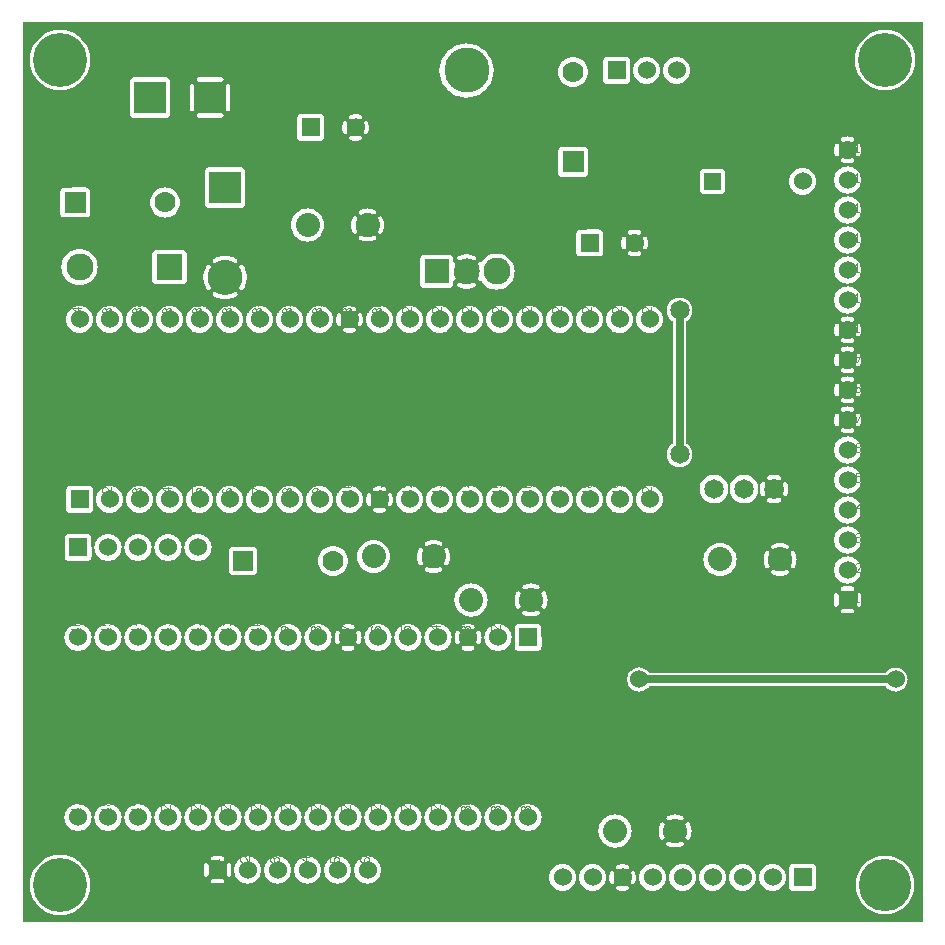
<source format=gbr>
G04 start of page 3 for group 1 idx 1 *
G04 Title: (unknown), bottom *
G04 Creator: pcb 20110918 *
G04 CreationDate: Sun 05 Oct 2014 03:57:46 PM GMT UTC *
G04 For: kyle *
G04 Format: Gerber/RS-274X *
G04 PCB-Dimensions: 300000 300000 *
G04 PCB-Coordinate-Origin: lower left *
%MOIN*%
%FSLAX25Y25*%
%LNBOTTOM*%
%ADD56C,0.0500*%
%ADD55C,0.0780*%
%ADD54C,0.0400*%
%ADD53C,0.1300*%
%ADD52C,0.0300*%
%ADD51C,0.0380*%
%ADD50C,0.0280*%
%ADD49C,0.0350*%
%ADD48C,0.1450*%
%ADD47C,0.1750*%
%ADD46C,0.1800*%
%ADD45C,0.1150*%
%ADD44C,0.0700*%
%ADD43C,0.1500*%
%ADD42C,0.0850*%
%ADD41C,0.0800*%
%ADD40C,0.0650*%
%ADD39C,0.0900*%
%ADD38C,0.0030*%
%ADD37C,0.0600*%
%ADD36C,0.0250*%
%ADD35C,0.0001*%
G54D35*G36*
X287485Y300000D02*X300000D01*
Y0D01*
X287485D01*
Y2721D01*
X287500Y2720D01*
X289030Y2840D01*
X290522Y3199D01*
X291940Y3786D01*
X293249Y4588D01*
X294416Y5584D01*
X295412Y6751D01*
X296214Y8060D01*
X296801Y9478D01*
X297160Y10970D01*
X297250Y12500D01*
X297160Y14030D01*
X296801Y15522D01*
X296214Y16940D01*
X295412Y18249D01*
X294416Y19416D01*
X293249Y20412D01*
X291940Y21214D01*
X290522Y21801D01*
X289030Y22160D01*
X287500Y22280D01*
X287485Y22279D01*
Y78750D01*
X287688D01*
X287754Y78642D01*
X288163Y78163D01*
X288642Y77754D01*
X289178Y77425D01*
X289760Y77184D01*
X290372Y77037D01*
X291000Y76988D01*
X291628Y77037D01*
X292240Y77184D01*
X292822Y77425D01*
X293358Y77754D01*
X293837Y78163D01*
X294246Y78642D01*
X294575Y79178D01*
X294816Y79760D01*
X294963Y80372D01*
X295000Y81000D01*
X294963Y81628D01*
X294816Y82240D01*
X294575Y82822D01*
X294246Y83358D01*
X293837Y83837D01*
X293358Y84246D01*
X292822Y84575D01*
X292240Y84816D01*
X291628Y84963D01*
X291000Y85012D01*
X290372Y84963D01*
X289760Y84816D01*
X289178Y84575D01*
X288642Y84246D01*
X288163Y83837D01*
X287754Y83358D01*
X287688Y83250D01*
X287485D01*
Y277470D01*
X287500Y277469D01*
X289069Y277593D01*
X290600Y277960D01*
X292054Y278562D01*
X293396Y279385D01*
X294593Y280407D01*
X295615Y281604D01*
X296438Y282946D01*
X297040Y284400D01*
X297407Y285931D01*
X297500Y287500D01*
X297407Y289069D01*
X297040Y290600D01*
X296438Y292054D01*
X295615Y293396D01*
X294593Y294593D01*
X293396Y295615D01*
X292054Y296438D01*
X290600Y297040D01*
X289069Y297407D01*
X287500Y297531D01*
X287485Y297530D01*
Y300000D01*
G37*
G36*
Y0D02*X260000D01*
Y10507D01*
X263235Y10514D01*
X263465Y10569D01*
X263683Y10659D01*
X263884Y10783D01*
X264064Y10936D01*
X264217Y11116D01*
X264341Y11317D01*
X264431Y11535D01*
X264486Y11765D01*
X264500Y12000D01*
X264486Y18235D01*
X264431Y18465D01*
X264341Y18683D01*
X264217Y18884D01*
X264064Y19064D01*
X263884Y19217D01*
X263683Y19341D01*
X263465Y19431D01*
X263235Y19486D01*
X263000Y19500D01*
X260000Y19493D01*
Y78750D01*
X287485D01*
Y22279D01*
X285970Y22160D01*
X284478Y21801D01*
X283060Y21214D01*
X281751Y20412D01*
X280584Y19416D01*
X279588Y18249D01*
X278786Y16940D01*
X278199Y15522D01*
X277840Y14030D01*
X277720Y12500D01*
X277840Y10970D01*
X278199Y9478D01*
X278786Y8060D01*
X279588Y6751D01*
X280584Y5584D01*
X281751Y4588D01*
X283060Y3786D01*
X284478Y3199D01*
X285970Y2840D01*
X287485Y2721D01*
Y0D01*
G37*
G36*
X278750Y282640D02*X279385Y281604D01*
X280407Y280407D01*
X281604Y279385D01*
X282946Y278562D01*
X284400Y277960D01*
X285931Y277593D01*
X287485Y277470D01*
Y83250D01*
X278750D01*
Y105248D01*
X278868Y105257D01*
X278982Y105285D01*
X279092Y105330D01*
X279192Y105391D01*
X279282Y105468D01*
X279359Y105558D01*
X279420Y105658D01*
X279465Y105768D01*
X279493Y105882D01*
X279500Y106000D01*
Y109000D01*
X279493Y109118D01*
X279465Y109232D01*
X279420Y109342D01*
X279359Y109442D01*
X279282Y109532D01*
X279192Y109609D01*
X279092Y109670D01*
X278982Y109715D01*
X278868Y109743D01*
X278750Y109752D01*
Y115007D01*
X279022Y115451D01*
X279293Y116105D01*
X279458Y116794D01*
X279500Y117500D01*
X279458Y118206D01*
X279293Y118895D01*
X279022Y119549D01*
X278750Y119993D01*
Y125007D01*
X279022Y125451D01*
X279293Y126105D01*
X279458Y126794D01*
X279500Y127500D01*
X279458Y128206D01*
X279293Y128895D01*
X279022Y129549D01*
X278750Y129993D01*
Y135007D01*
X279022Y135451D01*
X279293Y136105D01*
X279458Y136794D01*
X279500Y137500D01*
X279458Y138206D01*
X279293Y138895D01*
X279022Y139549D01*
X278750Y139993D01*
Y145007D01*
X279022Y145451D01*
X279293Y146105D01*
X279458Y146794D01*
X279500Y147500D01*
X279458Y148206D01*
X279293Y148895D01*
X279022Y149549D01*
X278750Y149993D01*
Y155007D01*
X279022Y155451D01*
X279293Y156105D01*
X279458Y156794D01*
X279500Y157500D01*
X279458Y158206D01*
X279293Y158895D01*
X279022Y159549D01*
X278750Y159993D01*
Y165391D01*
X278768Y165397D01*
X278873Y165452D01*
X278968Y165522D01*
X279051Y165606D01*
X279119Y165702D01*
X279170Y165808D01*
X279318Y166216D01*
X279422Y166637D01*
X279484Y167067D01*
X279505Y167500D01*
X279484Y167933D01*
X279422Y168363D01*
X279318Y168784D01*
X279175Y169194D01*
X279122Y169300D01*
X279053Y169396D01*
X278970Y169481D01*
X278875Y169551D01*
X278769Y169606D01*
X278750Y169612D01*
Y175391D01*
X278768Y175397D01*
X278873Y175452D01*
X278968Y175522D01*
X279051Y175606D01*
X279119Y175702D01*
X279170Y175808D01*
X279318Y176216D01*
X279422Y176637D01*
X279484Y177067D01*
X279505Y177500D01*
X279484Y177933D01*
X279422Y178363D01*
X279318Y178784D01*
X279175Y179194D01*
X279122Y179300D01*
X279053Y179396D01*
X278970Y179481D01*
X278875Y179551D01*
X278769Y179606D01*
X278750Y179612D01*
Y185391D01*
X278768Y185397D01*
X278873Y185452D01*
X278968Y185522D01*
X279051Y185606D01*
X279119Y185702D01*
X279170Y185808D01*
X279318Y186216D01*
X279422Y186637D01*
X279484Y187067D01*
X279505Y187500D01*
X279484Y187933D01*
X279422Y188363D01*
X279318Y188784D01*
X279175Y189194D01*
X279122Y189300D01*
X279053Y189396D01*
X278970Y189481D01*
X278875Y189551D01*
X278769Y189606D01*
X278750Y189612D01*
Y195391D01*
X278768Y195397D01*
X278873Y195452D01*
X278968Y195522D01*
X279051Y195606D01*
X279119Y195702D01*
X279170Y195808D01*
X279318Y196216D01*
X279422Y196637D01*
X279484Y197067D01*
X279505Y197500D01*
X279484Y197933D01*
X279422Y198363D01*
X279318Y198784D01*
X279175Y199194D01*
X279122Y199300D01*
X279053Y199396D01*
X278970Y199481D01*
X278875Y199551D01*
X278769Y199606D01*
X278750Y199612D01*
Y205007D01*
X279022Y205451D01*
X279293Y206105D01*
X279458Y206794D01*
X279500Y207500D01*
X279458Y208206D01*
X279293Y208895D01*
X279022Y209549D01*
X278750Y209993D01*
Y215007D01*
X279022Y215451D01*
X279293Y216105D01*
X279458Y216794D01*
X279500Y217500D01*
X279458Y218206D01*
X279293Y218895D01*
X279022Y219549D01*
X278750Y219993D01*
Y225007D01*
X279022Y225451D01*
X279293Y226105D01*
X279458Y226794D01*
X279500Y227500D01*
X279458Y228206D01*
X279293Y228895D01*
X279022Y229549D01*
X278750Y229993D01*
Y235007D01*
X279022Y235451D01*
X279293Y236105D01*
X279458Y236794D01*
X279500Y237500D01*
X279458Y238206D01*
X279293Y238895D01*
X279022Y239549D01*
X278750Y239993D01*
Y245007D01*
X279022Y245451D01*
X279293Y246105D01*
X279458Y246794D01*
X279500Y247500D01*
X279458Y248206D01*
X279293Y248895D01*
X279022Y249549D01*
X278750Y249993D01*
Y255391D01*
X278768Y255397D01*
X278873Y255452D01*
X278968Y255522D01*
X279051Y255606D01*
X279119Y255702D01*
X279170Y255808D01*
X279318Y256216D01*
X279422Y256637D01*
X279484Y257067D01*
X279505Y257500D01*
X279484Y257933D01*
X279422Y258363D01*
X279318Y258784D01*
X279175Y259194D01*
X279122Y259300D01*
X279053Y259396D01*
X278970Y259481D01*
X278875Y259551D01*
X278769Y259606D01*
X278750Y259612D01*
Y282640D01*
G37*
G36*
Y300000D02*X287485D01*
Y297530D01*
X285931Y297407D01*
X284400Y297040D01*
X282946Y296438D01*
X281604Y295615D01*
X280407Y294593D01*
X279385Y293396D01*
X278750Y292360D01*
Y300000D01*
G37*
G36*
Y239993D02*X278652Y240153D01*
X278192Y240692D01*
X277653Y241152D01*
X277049Y241522D01*
X276395Y241793D01*
X275706Y241958D01*
X275000Y242014D01*
Y242986D01*
X275706Y243042D01*
X276395Y243207D01*
X277049Y243478D01*
X277653Y243848D01*
X278192Y244308D01*
X278652Y244847D01*
X278750Y245007D01*
Y239993D01*
G37*
G36*
Y229993D02*X278652Y230153D01*
X278192Y230692D01*
X277653Y231152D01*
X277049Y231522D01*
X276395Y231793D01*
X275706Y231958D01*
X275000Y232014D01*
Y232986D01*
X275706Y233042D01*
X276395Y233207D01*
X277049Y233478D01*
X277653Y233848D01*
X278192Y234308D01*
X278652Y234847D01*
X278750Y235007D01*
Y229993D01*
G37*
G36*
Y219993D02*X278652Y220153D01*
X278192Y220692D01*
X277653Y221152D01*
X277049Y221522D01*
X276395Y221793D01*
X275706Y221958D01*
X275000Y222014D01*
Y222986D01*
X275706Y223042D01*
X276395Y223207D01*
X277049Y223478D01*
X277653Y223848D01*
X278192Y224308D01*
X278652Y224847D01*
X278750Y225007D01*
Y219993D01*
G37*
G36*
Y209993D02*X278652Y210153D01*
X278192Y210692D01*
X277653Y211152D01*
X277049Y211522D01*
X276395Y211793D01*
X275706Y211958D01*
X275000Y212014D01*
Y212986D01*
X275706Y213042D01*
X276395Y213207D01*
X277049Y213478D01*
X277653Y213848D01*
X278192Y214308D01*
X278652Y214847D01*
X278750Y215007D01*
Y209993D01*
G37*
G36*
Y159993D02*X278652Y160153D01*
X278192Y160692D01*
X277653Y161152D01*
X277049Y161522D01*
X276395Y161793D01*
X275706Y161958D01*
X275000Y162014D01*
Y162995D01*
X275433Y163016D01*
X275863Y163078D01*
X276284Y163182D01*
X276694Y163325D01*
X276800Y163378D01*
X276896Y163447D01*
X276981Y163530D01*
X277051Y163625D01*
X277106Y163731D01*
X277143Y163843D01*
X277163Y163960D01*
X277164Y164079D01*
X277146Y164196D01*
X277110Y164309D01*
X277057Y164415D01*
X276988Y164512D01*
X276905Y164596D01*
X276809Y164667D01*
X276704Y164721D01*
X276592Y164759D01*
X276475Y164778D01*
X276356Y164779D01*
X276239Y164761D01*
X276126Y164723D01*
X275855Y164624D01*
X275575Y164556D01*
X275289Y164514D01*
X275000Y164500D01*
Y170500D01*
X275289Y170486D01*
X275575Y170444D01*
X275855Y170376D01*
X276128Y170280D01*
X276239Y170242D01*
X276356Y170225D01*
X276474Y170225D01*
X276591Y170245D01*
X276703Y170282D01*
X276807Y170336D01*
X276902Y170406D01*
X276985Y170491D01*
X277054Y170587D01*
X277107Y170692D01*
X277143Y170805D01*
X277160Y170921D01*
X277159Y171039D01*
X277140Y171156D01*
X277103Y171268D01*
X277048Y171373D01*
X276978Y171468D01*
X276894Y171551D01*
X276798Y171619D01*
X276692Y171670D01*
X276284Y171818D01*
X275863Y171922D01*
X275433Y171984D01*
X275000Y172005D01*
Y172995D01*
X275433Y173016D01*
X275863Y173078D01*
X276284Y173182D01*
X276694Y173325D01*
X276800Y173378D01*
X276896Y173447D01*
X276981Y173530D01*
X277051Y173625D01*
X277106Y173731D01*
X277143Y173843D01*
X277163Y173960D01*
X277164Y174079D01*
X277146Y174196D01*
X277110Y174309D01*
X277057Y174415D01*
X276988Y174512D01*
X276905Y174596D01*
X276809Y174667D01*
X276704Y174721D01*
X276592Y174759D01*
X276475Y174778D01*
X276356Y174779D01*
X276239Y174761D01*
X276126Y174723D01*
X275855Y174624D01*
X275575Y174556D01*
X275289Y174514D01*
X275000Y174500D01*
Y180500D01*
X275289Y180486D01*
X275575Y180444D01*
X275855Y180376D01*
X276128Y180280D01*
X276239Y180242D01*
X276356Y180225D01*
X276474Y180225D01*
X276591Y180245D01*
X276703Y180282D01*
X276807Y180336D01*
X276902Y180406D01*
X276985Y180491D01*
X277054Y180587D01*
X277107Y180692D01*
X277143Y180805D01*
X277160Y180921D01*
X277159Y181039D01*
X277140Y181156D01*
X277103Y181268D01*
X277048Y181373D01*
X276978Y181468D01*
X276894Y181551D01*
X276798Y181619D01*
X276692Y181670D01*
X276284Y181818D01*
X275863Y181922D01*
X275433Y181984D01*
X275000Y182005D01*
Y182995D01*
X275433Y183016D01*
X275863Y183078D01*
X276284Y183182D01*
X276694Y183325D01*
X276800Y183378D01*
X276896Y183447D01*
X276981Y183530D01*
X277051Y183625D01*
X277106Y183731D01*
X277143Y183843D01*
X277163Y183960D01*
X277164Y184079D01*
X277146Y184196D01*
X277110Y184309D01*
X277057Y184415D01*
X276988Y184512D01*
X276905Y184596D01*
X276809Y184667D01*
X276704Y184721D01*
X276592Y184759D01*
X276475Y184778D01*
X276356Y184779D01*
X276239Y184761D01*
X276126Y184723D01*
X275855Y184624D01*
X275575Y184556D01*
X275289Y184514D01*
X275000Y184500D01*
Y190500D01*
X275289Y190486D01*
X275575Y190444D01*
X275855Y190376D01*
X276128Y190280D01*
X276239Y190242D01*
X276356Y190225D01*
X276474Y190225D01*
X276591Y190245D01*
X276703Y190282D01*
X276807Y190336D01*
X276902Y190406D01*
X276985Y190491D01*
X277054Y190587D01*
X277107Y190692D01*
X277143Y190805D01*
X277160Y190921D01*
X277159Y191039D01*
X277140Y191156D01*
X277103Y191268D01*
X277048Y191373D01*
X276978Y191468D01*
X276894Y191551D01*
X276798Y191619D01*
X276692Y191670D01*
X276284Y191818D01*
X275863Y191922D01*
X275433Y191984D01*
X275000Y192005D01*
Y192995D01*
X275433Y193016D01*
X275863Y193078D01*
X276284Y193182D01*
X276694Y193325D01*
X276800Y193378D01*
X276896Y193447D01*
X276981Y193530D01*
X277051Y193625D01*
X277106Y193731D01*
X277143Y193843D01*
X277163Y193960D01*
X277164Y194079D01*
X277146Y194196D01*
X277110Y194309D01*
X277057Y194415D01*
X276988Y194512D01*
X276905Y194596D01*
X276809Y194667D01*
X276704Y194721D01*
X276592Y194759D01*
X276475Y194778D01*
X276356Y194779D01*
X276239Y194761D01*
X276126Y194723D01*
X275855Y194624D01*
X275575Y194556D01*
X275289Y194514D01*
X275000Y194500D01*
Y200500D01*
X275289Y200486D01*
X275575Y200444D01*
X275855Y200376D01*
X276128Y200280D01*
X276239Y200242D01*
X276356Y200225D01*
X276474Y200225D01*
X276591Y200245D01*
X276703Y200282D01*
X276807Y200336D01*
X276902Y200406D01*
X276985Y200491D01*
X277054Y200587D01*
X277107Y200692D01*
X277143Y200805D01*
X277160Y200921D01*
X277159Y201039D01*
X277140Y201156D01*
X277103Y201268D01*
X277048Y201373D01*
X276978Y201468D01*
X276894Y201551D01*
X276798Y201619D01*
X276692Y201670D01*
X276284Y201818D01*
X275863Y201922D01*
X275433Y201984D01*
X275000Y202005D01*
Y202986D01*
X275706Y203042D01*
X276395Y203207D01*
X277049Y203478D01*
X277653Y203848D01*
X278192Y204308D01*
X278652Y204847D01*
X278750Y205007D01*
Y199612D01*
X278657Y199643D01*
X278540Y199663D01*
X278421Y199664D01*
X278304Y199646D01*
X278191Y199610D01*
X278085Y199557D01*
X277988Y199488D01*
X277904Y199405D01*
X277833Y199309D01*
X277779Y199204D01*
X277741Y199092D01*
X277722Y198975D01*
X277721Y198856D01*
X277739Y198739D01*
X277777Y198626D01*
X277876Y198355D01*
X277944Y198075D01*
X277986Y197789D01*
X278000Y197500D01*
X277986Y197211D01*
X277944Y196925D01*
X277876Y196645D01*
X277780Y196372D01*
X277742Y196261D01*
X277725Y196144D01*
X277725Y196026D01*
X277745Y195909D01*
X277782Y195797D01*
X277836Y195693D01*
X277906Y195598D01*
X277991Y195515D01*
X278087Y195446D01*
X278192Y195393D01*
X278305Y195357D01*
X278421Y195340D01*
X278539Y195341D01*
X278656Y195360D01*
X278750Y195391D01*
Y189612D01*
X278657Y189643D01*
X278540Y189663D01*
X278421Y189664D01*
X278304Y189646D01*
X278191Y189610D01*
X278085Y189557D01*
X277988Y189488D01*
X277904Y189405D01*
X277833Y189309D01*
X277779Y189204D01*
X277741Y189092D01*
X277722Y188975D01*
X277721Y188856D01*
X277739Y188739D01*
X277777Y188626D01*
X277876Y188355D01*
X277944Y188075D01*
X277986Y187789D01*
X278000Y187500D01*
X277986Y187211D01*
X277944Y186925D01*
X277876Y186645D01*
X277780Y186372D01*
X277742Y186261D01*
X277725Y186144D01*
X277725Y186026D01*
X277745Y185909D01*
X277782Y185797D01*
X277836Y185693D01*
X277906Y185598D01*
X277991Y185515D01*
X278087Y185446D01*
X278192Y185393D01*
X278305Y185357D01*
X278421Y185340D01*
X278539Y185341D01*
X278656Y185360D01*
X278750Y185391D01*
Y179612D01*
X278657Y179643D01*
X278540Y179663D01*
X278421Y179664D01*
X278304Y179646D01*
X278191Y179610D01*
X278085Y179557D01*
X277988Y179488D01*
X277904Y179405D01*
X277833Y179309D01*
X277779Y179204D01*
X277741Y179092D01*
X277722Y178975D01*
X277721Y178856D01*
X277739Y178739D01*
X277777Y178626D01*
X277876Y178355D01*
X277944Y178075D01*
X277986Y177789D01*
X278000Y177500D01*
X277986Y177211D01*
X277944Y176925D01*
X277876Y176645D01*
X277780Y176372D01*
X277742Y176261D01*
X277725Y176144D01*
X277725Y176026D01*
X277745Y175909D01*
X277782Y175797D01*
X277836Y175693D01*
X277906Y175598D01*
X277991Y175515D01*
X278087Y175446D01*
X278192Y175393D01*
X278305Y175357D01*
X278421Y175340D01*
X278539Y175341D01*
X278656Y175360D01*
X278750Y175391D01*
Y169612D01*
X278657Y169643D01*
X278540Y169663D01*
X278421Y169664D01*
X278304Y169646D01*
X278191Y169610D01*
X278085Y169557D01*
X277988Y169488D01*
X277904Y169405D01*
X277833Y169309D01*
X277779Y169204D01*
X277741Y169092D01*
X277722Y168975D01*
X277721Y168856D01*
X277739Y168739D01*
X277777Y168626D01*
X277876Y168355D01*
X277944Y168075D01*
X277986Y167789D01*
X278000Y167500D01*
X277986Y167211D01*
X277944Y166925D01*
X277876Y166645D01*
X277780Y166372D01*
X277742Y166261D01*
X277725Y166144D01*
X277725Y166026D01*
X277745Y165909D01*
X277782Y165797D01*
X277836Y165693D01*
X277906Y165598D01*
X277991Y165515D01*
X278087Y165446D01*
X278192Y165393D01*
X278305Y165357D01*
X278421Y165340D01*
X278539Y165341D01*
X278656Y165360D01*
X278750Y165391D01*
Y159993D01*
G37*
G36*
Y149993D02*X278652Y150153D01*
X278192Y150692D01*
X277653Y151152D01*
X277049Y151522D01*
X276395Y151793D01*
X275706Y151958D01*
X275000Y152014D01*
Y152986D01*
X275706Y153042D01*
X276395Y153207D01*
X277049Y153478D01*
X277653Y153848D01*
X278192Y154308D01*
X278652Y154847D01*
X278750Y155007D01*
Y149993D01*
G37*
G36*
Y139993D02*X278652Y140153D01*
X278192Y140692D01*
X277653Y141152D01*
X277049Y141522D01*
X276395Y141793D01*
X275706Y141958D01*
X275000Y142014D01*
Y142986D01*
X275706Y143042D01*
X276395Y143207D01*
X277049Y143478D01*
X277653Y143848D01*
X278192Y144308D01*
X278652Y144847D01*
X278750Y145007D01*
Y139993D01*
G37*
G36*
Y129993D02*X278652Y130153D01*
X278192Y130692D01*
X277653Y131152D01*
X277049Y131522D01*
X276395Y131793D01*
X275706Y131958D01*
X275000Y132014D01*
Y132986D01*
X275706Y133042D01*
X276395Y133207D01*
X277049Y133478D01*
X277653Y133848D01*
X278192Y134308D01*
X278652Y134847D01*
X278750Y135007D01*
Y129993D01*
G37*
G36*
Y119993D02*X278652Y120153D01*
X278192Y120692D01*
X277653Y121152D01*
X277049Y121522D01*
X276395Y121793D01*
X275706Y121958D01*
X275000Y122014D01*
Y122986D01*
X275706Y123042D01*
X276395Y123207D01*
X277049Y123478D01*
X277653Y123848D01*
X278192Y124308D01*
X278652Y124847D01*
X278750Y125007D01*
Y119993D01*
G37*
G36*
Y83250D02*X275000D01*
Y103000D01*
X276500D01*
X276618Y103007D01*
X276732Y103035D01*
X276842Y103080D01*
X276942Y103141D01*
X277032Y103218D01*
X277109Y103308D01*
X277170Y103408D01*
X277215Y103518D01*
X277243Y103632D01*
X277252Y103750D01*
X277243Y103868D01*
X277215Y103982D01*
X277170Y104092D01*
X277109Y104192D01*
X277032Y104282D01*
X276942Y104359D01*
X276842Y104420D01*
X276732Y104465D01*
X276618Y104493D01*
X276500Y104500D01*
X275000D01*
Y110500D01*
X276500D01*
X276618Y110507D01*
X276732Y110535D01*
X276842Y110580D01*
X276942Y110641D01*
X277032Y110718D01*
X277109Y110808D01*
X277170Y110908D01*
X277215Y111018D01*
X277243Y111132D01*
X277252Y111250D01*
X277243Y111368D01*
X277215Y111482D01*
X277170Y111592D01*
X277109Y111692D01*
X277032Y111782D01*
X276942Y111859D01*
X276842Y111920D01*
X276732Y111965D01*
X276618Y111993D01*
X276500Y112000D01*
X275000D01*
Y112986D01*
X275706Y113042D01*
X276395Y113207D01*
X277049Y113478D01*
X277653Y113848D01*
X278192Y114308D01*
X278652Y114847D01*
X278750Y115007D01*
Y109752D01*
X278632Y109743D01*
X278518Y109715D01*
X278408Y109670D01*
X278308Y109609D01*
X278218Y109532D01*
X278141Y109442D01*
X278080Y109342D01*
X278035Y109232D01*
X278007Y109118D01*
X278000Y109000D01*
Y106000D01*
X278007Y105882D01*
X278035Y105768D01*
X278080Y105658D01*
X278141Y105558D01*
X278218Y105468D01*
X278308Y105391D01*
X278408Y105330D01*
X278518Y105285D01*
X278632Y105257D01*
X278750Y105248D01*
Y83250D01*
G37*
G36*
X275000Y300000D02*X278750D01*
Y292360D01*
X278562Y292054D01*
X277960Y290600D01*
X277593Y289069D01*
X277469Y287500D01*
X277593Y285931D01*
X277960Y284400D01*
X278562Y282946D01*
X278750Y282640D01*
Y259612D01*
X278657Y259643D01*
X278540Y259663D01*
X278421Y259664D01*
X278304Y259646D01*
X278191Y259610D01*
X278085Y259557D01*
X277988Y259488D01*
X277904Y259405D01*
X277833Y259309D01*
X277779Y259204D01*
X277741Y259092D01*
X277722Y258975D01*
X277721Y258856D01*
X277739Y258739D01*
X277777Y258626D01*
X277876Y258355D01*
X277944Y258075D01*
X277986Y257789D01*
X278000Y257500D01*
X277986Y257211D01*
X277944Y256925D01*
X277876Y256645D01*
X277780Y256372D01*
X277742Y256261D01*
X277725Y256144D01*
X277725Y256026D01*
X277745Y255909D01*
X277782Y255797D01*
X277836Y255693D01*
X277906Y255598D01*
X277991Y255515D01*
X278087Y255446D01*
X278192Y255393D01*
X278305Y255357D01*
X278421Y255340D01*
X278539Y255341D01*
X278656Y255360D01*
X278750Y255391D01*
Y249993D01*
X278652Y250153D01*
X278192Y250692D01*
X277653Y251152D01*
X277049Y251522D01*
X276395Y251793D01*
X275706Y251958D01*
X275000Y252014D01*
Y252995D01*
X275433Y253016D01*
X275863Y253078D01*
X276284Y253182D01*
X276694Y253325D01*
X276800Y253378D01*
X276896Y253447D01*
X276981Y253530D01*
X277051Y253625D01*
X277106Y253731D01*
X277143Y253843D01*
X277163Y253960D01*
X277164Y254079D01*
X277146Y254196D01*
X277110Y254309D01*
X277057Y254415D01*
X276988Y254512D01*
X276905Y254596D01*
X276809Y254667D01*
X276704Y254721D01*
X276592Y254759D01*
X276475Y254778D01*
X276356Y254779D01*
X276239Y254761D01*
X276126Y254723D01*
X275855Y254624D01*
X275575Y254556D01*
X275289Y254514D01*
X275000Y254500D01*
Y260500D01*
X275289Y260486D01*
X275575Y260444D01*
X275855Y260376D01*
X276128Y260280D01*
X276239Y260242D01*
X276356Y260225D01*
X276474Y260225D01*
X276591Y260245D01*
X276703Y260282D01*
X276807Y260336D01*
X276902Y260406D01*
X276985Y260491D01*
X277054Y260587D01*
X277107Y260692D01*
X277143Y260805D01*
X277160Y260921D01*
X277159Y261039D01*
X277140Y261156D01*
X277103Y261268D01*
X277048Y261373D01*
X276978Y261468D01*
X276894Y261551D01*
X276798Y261619D01*
X276692Y261670D01*
X276284Y261818D01*
X275863Y261922D01*
X275433Y261984D01*
X275000Y262005D01*
Y300000D01*
G37*
G36*
X271250Y115007D02*X271348Y114847D01*
X271808Y114308D01*
X272347Y113848D01*
X272951Y113478D01*
X273605Y113207D01*
X274294Y113042D01*
X275000Y112986D01*
X275000D01*
Y112000D01*
X273500D01*
X273382Y111993D01*
X273268Y111965D01*
X273158Y111920D01*
X273058Y111859D01*
X272968Y111782D01*
X272891Y111692D01*
X272830Y111592D01*
X272785Y111482D01*
X272757Y111368D01*
X272748Y111250D01*
X272757Y111132D01*
X272785Y111018D01*
X272830Y110908D01*
X272891Y110808D01*
X272968Y110718D01*
X273058Y110641D01*
X273158Y110580D01*
X273268Y110535D01*
X273382Y110507D01*
X273500Y110500D01*
X275000D01*
Y104500D01*
X273500D01*
X273382Y104493D01*
X273268Y104465D01*
X273158Y104420D01*
X273058Y104359D01*
X272968Y104282D01*
X272891Y104192D01*
X272830Y104092D01*
X272785Y103982D01*
X272757Y103868D01*
X272748Y103750D01*
X272757Y103632D01*
X272785Y103518D01*
X272830Y103408D01*
X272891Y103308D01*
X272968Y103218D01*
X273058Y103141D01*
X273158Y103080D01*
X273268Y103035D01*
X273382Y103007D01*
X273500Y103000D01*
X275000D01*
Y83250D01*
X271250D01*
Y105248D01*
X271368Y105257D01*
X271482Y105285D01*
X271592Y105330D01*
X271692Y105391D01*
X271782Y105468D01*
X271859Y105558D01*
X271920Y105658D01*
X271965Y105768D01*
X271993Y105882D01*
X272000Y106000D01*
Y109000D01*
X271993Y109118D01*
X271965Y109232D01*
X271920Y109342D01*
X271859Y109442D01*
X271782Y109532D01*
X271692Y109609D01*
X271592Y109670D01*
X271482Y109715D01*
X271368Y109743D01*
X271250Y109752D01*
Y115007D01*
G37*
G36*
Y125007D02*X271348Y124847D01*
X271808Y124308D01*
X272347Y123848D01*
X272951Y123478D01*
X273605Y123207D01*
X274294Y123042D01*
X275000Y122986D01*
X275000D01*
Y122014D01*
X275000D01*
X274294Y121958D01*
X273605Y121793D01*
X272951Y121522D01*
X272347Y121152D01*
X271808Y120692D01*
X271348Y120153D01*
X271250Y119993D01*
Y125007D01*
G37*
G36*
Y135007D02*X271348Y134847D01*
X271808Y134308D01*
X272347Y133848D01*
X272951Y133478D01*
X273605Y133207D01*
X274294Y133042D01*
X275000Y132986D01*
X275000D01*
Y132014D01*
X275000D01*
X274294Y131958D01*
X273605Y131793D01*
X272951Y131522D01*
X272347Y131152D01*
X271808Y130692D01*
X271348Y130153D01*
X271250Y129993D01*
Y135007D01*
G37*
G36*
Y145007D02*X271348Y144847D01*
X271808Y144308D01*
X272347Y143848D01*
X272951Y143478D01*
X273605Y143207D01*
X274294Y143042D01*
X275000Y142986D01*
X275000D01*
Y142014D01*
X275000D01*
X274294Y141958D01*
X273605Y141793D01*
X272951Y141522D01*
X272347Y141152D01*
X271808Y140692D01*
X271348Y140153D01*
X271250Y139993D01*
Y145007D01*
G37*
G36*
Y155007D02*X271348Y154847D01*
X271808Y154308D01*
X272347Y153848D01*
X272951Y153478D01*
X273605Y153207D01*
X274294Y153042D01*
X275000Y152986D01*
X275000D01*
Y152014D01*
X275000D01*
X274294Y151958D01*
X273605Y151793D01*
X272951Y151522D01*
X272347Y151152D01*
X271808Y150692D01*
X271348Y150153D01*
X271250Y149993D01*
Y155007D01*
G37*
G36*
Y205007D02*X271348Y204847D01*
X271808Y204308D01*
X272347Y203848D01*
X272951Y203478D01*
X273605Y203207D01*
X274294Y203042D01*
X275000Y202986D01*
X275000D01*
Y202005D01*
X275000D01*
X274567Y201984D01*
X274137Y201922D01*
X273716Y201818D01*
X273306Y201675D01*
X273200Y201622D01*
X273104Y201553D01*
X273019Y201470D01*
X272949Y201375D01*
X272894Y201269D01*
X272857Y201157D01*
X272837Y201040D01*
X272836Y200921D01*
X272854Y200804D01*
X272890Y200691D01*
X272943Y200585D01*
X273012Y200488D01*
X273095Y200404D01*
X273191Y200333D01*
X273296Y200279D01*
X273408Y200241D01*
X273525Y200222D01*
X273644Y200221D01*
X273761Y200239D01*
X273874Y200277D01*
X274145Y200376D01*
X274425Y200444D01*
X274711Y200486D01*
X275000Y200500D01*
X275000D01*
Y194500D01*
X275000D01*
X274711Y194514D01*
X274425Y194556D01*
X274145Y194624D01*
X273872Y194720D01*
X273761Y194758D01*
X273644Y194775D01*
X273526Y194775D01*
X273409Y194755D01*
X273297Y194718D01*
X273193Y194664D01*
X273098Y194594D01*
X273015Y194509D01*
X272946Y194413D01*
X272893Y194308D01*
X272857Y194195D01*
X272840Y194079D01*
X272841Y193961D01*
X272860Y193844D01*
X272897Y193732D01*
X272952Y193627D01*
X273022Y193532D01*
X273106Y193449D01*
X273202Y193381D01*
X273308Y193330D01*
X273716Y193182D01*
X274137Y193078D01*
X274567Y193016D01*
X275000Y192995D01*
X275000D01*
Y192005D01*
X275000D01*
X274567Y191984D01*
X274137Y191922D01*
X273716Y191818D01*
X273306Y191675D01*
X273200Y191622D01*
X273104Y191553D01*
X273019Y191470D01*
X272949Y191375D01*
X272894Y191269D01*
X272857Y191157D01*
X272837Y191040D01*
X272836Y190921D01*
X272854Y190804D01*
X272890Y190691D01*
X272943Y190585D01*
X273012Y190488D01*
X273095Y190404D01*
X273191Y190333D01*
X273296Y190279D01*
X273408Y190241D01*
X273525Y190222D01*
X273644Y190221D01*
X273761Y190239D01*
X273874Y190277D01*
X274145Y190376D01*
X274425Y190444D01*
X274711Y190486D01*
X275000Y190500D01*
X275000D01*
Y184500D01*
X275000D01*
X274711Y184514D01*
X274425Y184556D01*
X274145Y184624D01*
X273872Y184720D01*
X273761Y184758D01*
X273644Y184775D01*
X273526Y184775D01*
X273409Y184755D01*
X273297Y184718D01*
X273193Y184664D01*
X273098Y184594D01*
X273015Y184509D01*
X272946Y184413D01*
X272893Y184308D01*
X272857Y184195D01*
X272840Y184079D01*
X272841Y183961D01*
X272860Y183844D01*
X272897Y183732D01*
X272952Y183627D01*
X273022Y183532D01*
X273106Y183449D01*
X273202Y183381D01*
X273308Y183330D01*
X273716Y183182D01*
X274137Y183078D01*
X274567Y183016D01*
X275000Y182995D01*
X275000D01*
Y182005D01*
X275000D01*
X274567Y181984D01*
X274137Y181922D01*
X273716Y181818D01*
X273306Y181675D01*
X273200Y181622D01*
X273104Y181553D01*
X273019Y181470D01*
X272949Y181375D01*
X272894Y181269D01*
X272857Y181157D01*
X272837Y181040D01*
X272836Y180921D01*
X272854Y180804D01*
X272890Y180691D01*
X272943Y180585D01*
X273012Y180488D01*
X273095Y180404D01*
X273191Y180333D01*
X273296Y180279D01*
X273408Y180241D01*
X273525Y180222D01*
X273644Y180221D01*
X273761Y180239D01*
X273874Y180277D01*
X274145Y180376D01*
X274425Y180444D01*
X274711Y180486D01*
X275000Y180500D01*
X275000D01*
Y174500D01*
X275000D01*
X274711Y174514D01*
X274425Y174556D01*
X274145Y174624D01*
X273872Y174720D01*
X273761Y174758D01*
X273644Y174775D01*
X273526Y174775D01*
X273409Y174755D01*
X273297Y174718D01*
X273193Y174664D01*
X273098Y174594D01*
X273015Y174509D01*
X272946Y174413D01*
X272893Y174308D01*
X272857Y174195D01*
X272840Y174079D01*
X272841Y173961D01*
X272860Y173844D01*
X272897Y173732D01*
X272952Y173627D01*
X273022Y173532D01*
X273106Y173449D01*
X273202Y173381D01*
X273308Y173330D01*
X273716Y173182D01*
X274137Y173078D01*
X274567Y173016D01*
X275000Y172995D01*
X275000D01*
Y172005D01*
X275000D01*
X274567Y171984D01*
X274137Y171922D01*
X273716Y171818D01*
X273306Y171675D01*
X273200Y171622D01*
X273104Y171553D01*
X273019Y171470D01*
X272949Y171375D01*
X272894Y171269D01*
X272857Y171157D01*
X272837Y171040D01*
X272836Y170921D01*
X272854Y170804D01*
X272890Y170691D01*
X272943Y170585D01*
X273012Y170488D01*
X273095Y170404D01*
X273191Y170333D01*
X273296Y170279D01*
X273408Y170241D01*
X273525Y170222D01*
X273644Y170221D01*
X273761Y170239D01*
X273874Y170277D01*
X274145Y170376D01*
X274425Y170444D01*
X274711Y170486D01*
X275000Y170500D01*
X275000D01*
Y164500D01*
X275000D01*
X274711Y164514D01*
X274425Y164556D01*
X274145Y164624D01*
X273872Y164720D01*
X273761Y164758D01*
X273644Y164775D01*
X273526Y164775D01*
X273409Y164755D01*
X273297Y164718D01*
X273193Y164664D01*
X273098Y164594D01*
X273015Y164509D01*
X272946Y164413D01*
X272893Y164308D01*
X272857Y164195D01*
X272840Y164079D01*
X272841Y163961D01*
X272860Y163844D01*
X272897Y163732D01*
X272952Y163627D01*
X273022Y163532D01*
X273106Y163449D01*
X273202Y163381D01*
X273308Y163330D01*
X273716Y163182D01*
X274137Y163078D01*
X274567Y163016D01*
X275000Y162995D01*
X275000D01*
Y162014D01*
X275000D01*
X274294Y161958D01*
X273605Y161793D01*
X272951Y161522D01*
X272347Y161152D01*
X271808Y160692D01*
X271348Y160153D01*
X271250Y159993D01*
Y165388D01*
X271343Y165357D01*
X271460Y165337D01*
X271579Y165336D01*
X271696Y165354D01*
X271809Y165390D01*
X271915Y165443D01*
X272012Y165512D01*
X272096Y165595D01*
X272167Y165691D01*
X272221Y165796D01*
X272259Y165908D01*
X272278Y166025D01*
X272279Y166144D01*
X272261Y166261D01*
X272223Y166374D01*
X272124Y166645D01*
X272056Y166925D01*
X272014Y167211D01*
X272000Y167500D01*
X272014Y167789D01*
X272056Y168075D01*
X272124Y168355D01*
X272220Y168628D01*
X272258Y168739D01*
X272275Y168856D01*
X272275Y168974D01*
X272255Y169091D01*
X272218Y169203D01*
X272164Y169307D01*
X272094Y169402D01*
X272009Y169485D01*
X271913Y169554D01*
X271808Y169607D01*
X271695Y169643D01*
X271579Y169660D01*
X271461Y169659D01*
X271344Y169640D01*
X271250Y169609D01*
Y175388D01*
X271343Y175357D01*
X271460Y175337D01*
X271579Y175336D01*
X271696Y175354D01*
X271809Y175390D01*
X271915Y175443D01*
X272012Y175512D01*
X272096Y175595D01*
X272167Y175691D01*
X272221Y175796D01*
X272259Y175908D01*
X272278Y176025D01*
X272279Y176144D01*
X272261Y176261D01*
X272223Y176374D01*
X272124Y176645D01*
X272056Y176925D01*
X272014Y177211D01*
X272000Y177500D01*
X272014Y177789D01*
X272056Y178075D01*
X272124Y178355D01*
X272220Y178628D01*
X272258Y178739D01*
X272275Y178856D01*
X272275Y178974D01*
X272255Y179091D01*
X272218Y179203D01*
X272164Y179307D01*
X272094Y179402D01*
X272009Y179485D01*
X271913Y179554D01*
X271808Y179607D01*
X271695Y179643D01*
X271579Y179660D01*
X271461Y179659D01*
X271344Y179640D01*
X271250Y179609D01*
Y185388D01*
X271343Y185357D01*
X271460Y185337D01*
X271579Y185336D01*
X271696Y185354D01*
X271809Y185390D01*
X271915Y185443D01*
X272012Y185512D01*
X272096Y185595D01*
X272167Y185691D01*
X272221Y185796D01*
X272259Y185908D01*
X272278Y186025D01*
X272279Y186144D01*
X272261Y186261D01*
X272223Y186374D01*
X272124Y186645D01*
X272056Y186925D01*
X272014Y187211D01*
X272000Y187500D01*
X272014Y187789D01*
X272056Y188075D01*
X272124Y188355D01*
X272220Y188628D01*
X272258Y188739D01*
X272275Y188856D01*
X272275Y188974D01*
X272255Y189091D01*
X272218Y189203D01*
X272164Y189307D01*
X272094Y189402D01*
X272009Y189485D01*
X271913Y189554D01*
X271808Y189607D01*
X271695Y189643D01*
X271579Y189660D01*
X271461Y189659D01*
X271344Y189640D01*
X271250Y189609D01*
Y195388D01*
X271343Y195357D01*
X271460Y195337D01*
X271579Y195336D01*
X271696Y195354D01*
X271809Y195390D01*
X271915Y195443D01*
X272012Y195512D01*
X272096Y195595D01*
X272167Y195691D01*
X272221Y195796D01*
X272259Y195908D01*
X272278Y196025D01*
X272279Y196144D01*
X272261Y196261D01*
X272223Y196374D01*
X272124Y196645D01*
X272056Y196925D01*
X272014Y197211D01*
X272000Y197500D01*
X272014Y197789D01*
X272056Y198075D01*
X272124Y198355D01*
X272220Y198628D01*
X272258Y198739D01*
X272275Y198856D01*
X272275Y198974D01*
X272255Y199091D01*
X272218Y199203D01*
X272164Y199307D01*
X272094Y199402D01*
X272009Y199485D01*
X271913Y199554D01*
X271808Y199607D01*
X271695Y199643D01*
X271579Y199660D01*
X271461Y199659D01*
X271344Y199640D01*
X271250Y199609D01*
Y205007D01*
G37*
G36*
Y215007D02*X271348Y214847D01*
X271808Y214308D01*
X272347Y213848D01*
X272951Y213478D01*
X273605Y213207D01*
X274294Y213042D01*
X275000Y212986D01*
X275000D01*
Y212014D01*
X275000D01*
X274294Y211958D01*
X273605Y211793D01*
X272951Y211522D01*
X272347Y211152D01*
X271808Y210692D01*
X271348Y210153D01*
X271250Y209993D01*
Y215007D01*
G37*
G36*
Y225007D02*X271348Y224847D01*
X271808Y224308D01*
X272347Y223848D01*
X272951Y223478D01*
X273605Y223207D01*
X274294Y223042D01*
X275000Y222986D01*
X275000D01*
Y222014D01*
X275000D01*
X274294Y221958D01*
X273605Y221793D01*
X272951Y221522D01*
X272347Y221152D01*
X271808Y220692D01*
X271348Y220153D01*
X271250Y219993D01*
Y225007D01*
G37*
G36*
Y235007D02*X271348Y234847D01*
X271808Y234308D01*
X272347Y233848D01*
X272951Y233478D01*
X273605Y233207D01*
X274294Y233042D01*
X275000Y232986D01*
X275000D01*
Y232014D01*
X275000D01*
X274294Y231958D01*
X273605Y231793D01*
X272951Y231522D01*
X272347Y231152D01*
X271808Y230692D01*
X271348Y230153D01*
X271250Y229993D01*
Y235007D01*
G37*
G36*
Y245007D02*X271348Y244847D01*
X271808Y244308D01*
X272347Y243848D01*
X272951Y243478D01*
X273605Y243207D01*
X274294Y243042D01*
X275000Y242986D01*
X275000D01*
Y242014D01*
X275000D01*
X274294Y241958D01*
X273605Y241793D01*
X272951Y241522D01*
X272347Y241152D01*
X271808Y240692D01*
X271348Y240153D01*
X271250Y239993D01*
Y245007D01*
G37*
G36*
Y300000D02*X275000D01*
Y262005D01*
X275000D01*
X274567Y261984D01*
X274137Y261922D01*
X273716Y261818D01*
X273306Y261675D01*
X273200Y261622D01*
X273104Y261553D01*
X273019Y261470D01*
X272949Y261375D01*
X272894Y261269D01*
X272857Y261157D01*
X272837Y261040D01*
X272836Y260921D01*
X272854Y260804D01*
X272890Y260691D01*
X272943Y260585D01*
X273012Y260488D01*
X273095Y260404D01*
X273191Y260333D01*
X273296Y260279D01*
X273408Y260241D01*
X273525Y260222D01*
X273644Y260221D01*
X273761Y260239D01*
X273874Y260277D01*
X274145Y260376D01*
X274425Y260444D01*
X274711Y260486D01*
X275000Y260500D01*
X275000D01*
Y254500D01*
X275000D01*
X274711Y254514D01*
X274425Y254556D01*
X274145Y254624D01*
X273872Y254720D01*
X273761Y254758D01*
X273644Y254775D01*
X273526Y254775D01*
X273409Y254755D01*
X273297Y254718D01*
X273193Y254664D01*
X273098Y254594D01*
X273015Y254509D01*
X272946Y254413D01*
X272893Y254308D01*
X272857Y254195D01*
X272840Y254079D01*
X272841Y253961D01*
X272860Y253844D01*
X272897Y253732D01*
X272952Y253627D01*
X273022Y253532D01*
X273106Y253449D01*
X273202Y253381D01*
X273308Y253330D01*
X273716Y253182D01*
X274137Y253078D01*
X274567Y253016D01*
X275000Y252995D01*
X275000D01*
Y252014D01*
X275000D01*
X274294Y251958D01*
X273605Y251793D01*
X272951Y251522D01*
X272347Y251152D01*
X271808Y250692D01*
X271348Y250153D01*
X271250Y249993D01*
Y255388D01*
X271343Y255357D01*
X271460Y255337D01*
X271579Y255336D01*
X271696Y255354D01*
X271809Y255390D01*
X271915Y255443D01*
X272012Y255512D01*
X272096Y255595D01*
X272167Y255691D01*
X272221Y255796D01*
X272259Y255908D01*
X272278Y256025D01*
X272279Y256144D01*
X272261Y256261D01*
X272223Y256374D01*
X272124Y256645D01*
X272056Y256925D01*
X272014Y257211D01*
X272000Y257500D01*
X272014Y257789D01*
X272056Y258075D01*
X272124Y258355D01*
X272220Y258628D01*
X272258Y258739D01*
X272275Y258856D01*
X272275Y258974D01*
X272255Y259091D01*
X272218Y259203D01*
X272164Y259307D01*
X272094Y259402D01*
X272009Y259485D01*
X271913Y259554D01*
X271808Y259607D01*
X271695Y259643D01*
X271579Y259660D01*
X271461Y259659D01*
X271344Y259640D01*
X271250Y259609D01*
Y300000D01*
G37*
G36*
X260000D02*X271250D01*
Y259609D01*
X271232Y259603D01*
X271127Y259548D01*
X271032Y259478D01*
X270949Y259394D01*
X270881Y259298D01*
X270830Y259192D01*
X270682Y258784D01*
X270578Y258363D01*
X270516Y257933D01*
X270495Y257500D01*
X270516Y257067D01*
X270578Y256637D01*
X270682Y256216D01*
X270825Y255806D01*
X270878Y255700D01*
X270947Y255604D01*
X271030Y255519D01*
X271125Y255449D01*
X271231Y255394D01*
X271250Y255388D01*
Y249993D01*
X270978Y249549D01*
X270707Y248895D01*
X270542Y248206D01*
X270486Y247500D01*
X270542Y246794D01*
X270707Y246105D01*
X270978Y245451D01*
X271250Y245007D01*
Y239993D01*
X270978Y239549D01*
X270707Y238895D01*
X270542Y238206D01*
X270486Y237500D01*
X270542Y236794D01*
X270707Y236105D01*
X270978Y235451D01*
X271250Y235007D01*
Y229993D01*
X270978Y229549D01*
X270707Y228895D01*
X270542Y228206D01*
X270486Y227500D01*
X270542Y226794D01*
X270707Y226105D01*
X270978Y225451D01*
X271250Y225007D01*
Y219993D01*
X270978Y219549D01*
X270707Y218895D01*
X270542Y218206D01*
X270486Y217500D01*
X270542Y216794D01*
X270707Y216105D01*
X270978Y215451D01*
X271250Y215007D01*
Y209993D01*
X270978Y209549D01*
X270707Y208895D01*
X270542Y208206D01*
X270486Y207500D01*
X270542Y206794D01*
X270707Y206105D01*
X270978Y205451D01*
X271250Y205007D01*
Y199609D01*
X271232Y199603D01*
X271127Y199548D01*
X271032Y199478D01*
X270949Y199394D01*
X270881Y199298D01*
X270830Y199192D01*
X270682Y198784D01*
X270578Y198363D01*
X270516Y197933D01*
X270495Y197500D01*
X270516Y197067D01*
X270578Y196637D01*
X270682Y196216D01*
X270825Y195806D01*
X270878Y195700D01*
X270947Y195604D01*
X271030Y195519D01*
X271125Y195449D01*
X271231Y195394D01*
X271250Y195388D01*
Y189609D01*
X271232Y189603D01*
X271127Y189548D01*
X271032Y189478D01*
X270949Y189394D01*
X270881Y189298D01*
X270830Y189192D01*
X270682Y188784D01*
X270578Y188363D01*
X270516Y187933D01*
X270495Y187500D01*
X270516Y187067D01*
X270578Y186637D01*
X270682Y186216D01*
X270825Y185806D01*
X270878Y185700D01*
X270947Y185604D01*
X271030Y185519D01*
X271125Y185449D01*
X271231Y185394D01*
X271250Y185388D01*
Y179609D01*
X271232Y179603D01*
X271127Y179548D01*
X271032Y179478D01*
X270949Y179394D01*
X270881Y179298D01*
X270830Y179192D01*
X270682Y178784D01*
X270578Y178363D01*
X270516Y177933D01*
X270495Y177500D01*
X270516Y177067D01*
X270578Y176637D01*
X270682Y176216D01*
X270825Y175806D01*
X270878Y175700D01*
X270947Y175604D01*
X271030Y175519D01*
X271125Y175449D01*
X271231Y175394D01*
X271250Y175388D01*
Y169609D01*
X271232Y169603D01*
X271127Y169548D01*
X271032Y169478D01*
X270949Y169394D01*
X270881Y169298D01*
X270830Y169192D01*
X270682Y168784D01*
X270578Y168363D01*
X270516Y167933D01*
X270495Y167500D01*
X270516Y167067D01*
X270578Y166637D01*
X270682Y166216D01*
X270825Y165806D01*
X270878Y165700D01*
X270947Y165604D01*
X271030Y165519D01*
X271125Y165449D01*
X271231Y165394D01*
X271250Y165388D01*
Y159993D01*
X270978Y159549D01*
X270707Y158895D01*
X270542Y158206D01*
X270486Y157500D01*
X270542Y156794D01*
X270707Y156105D01*
X270978Y155451D01*
X271250Y155007D01*
Y149993D01*
X270978Y149549D01*
X270707Y148895D01*
X270542Y148206D01*
X270486Y147500D01*
X270542Y146794D01*
X270707Y146105D01*
X270978Y145451D01*
X271250Y145007D01*
Y139993D01*
X270978Y139549D01*
X270707Y138895D01*
X270542Y138206D01*
X270486Y137500D01*
X270542Y136794D01*
X270707Y136105D01*
X270978Y135451D01*
X271250Y135007D01*
Y129993D01*
X270978Y129549D01*
X270707Y128895D01*
X270542Y128206D01*
X270486Y127500D01*
X270542Y126794D01*
X270707Y126105D01*
X270978Y125451D01*
X271250Y125007D01*
Y119993D01*
X270978Y119549D01*
X270707Y118895D01*
X270542Y118206D01*
X270486Y117500D01*
X270542Y116794D01*
X270707Y116105D01*
X270978Y115451D01*
X271250Y115007D01*
Y109752D01*
X271132Y109743D01*
X271018Y109715D01*
X270908Y109670D01*
X270808Y109609D01*
X270718Y109532D01*
X270641Y109442D01*
X270580Y109342D01*
X270535Y109232D01*
X270507Y109118D01*
X270500Y109000D01*
Y106000D01*
X270507Y105882D01*
X270535Y105768D01*
X270580Y105658D01*
X270641Y105558D01*
X270718Y105468D01*
X270808Y105391D01*
X270908Y105330D01*
X271018Y105285D01*
X271132Y105257D01*
X271250Y105248D01*
Y83250D01*
X260000D01*
Y242486D01*
X260706Y242542D01*
X261395Y242707D01*
X262049Y242978D01*
X262653Y243348D01*
X263192Y243808D01*
X263652Y244347D01*
X264022Y244951D01*
X264293Y245605D01*
X264458Y246294D01*
X264500Y247000D01*
X264458Y247706D01*
X264293Y248395D01*
X264022Y249049D01*
X263652Y249653D01*
X263192Y250192D01*
X262653Y250652D01*
X262049Y251022D01*
X261395Y251293D01*
X260706Y251458D01*
X260000Y251514D01*
Y300000D01*
G37*
G36*
X249993Y78750D02*X260000D01*
Y19493D01*
X256765Y19486D01*
X256535Y19431D01*
X256317Y19341D01*
X256116Y19217D01*
X255936Y19064D01*
X255783Y18884D01*
X255659Y18683D01*
X255569Y18465D01*
X255514Y18235D01*
X255500Y18000D01*
X255514Y11765D01*
X255569Y11535D01*
X255659Y11317D01*
X255783Y11116D01*
X255936Y10936D01*
X256116Y10783D01*
X256317Y10659D01*
X256535Y10569D01*
X256765Y10514D01*
X257000Y10500D01*
X260000Y10507D01*
Y0D01*
X249993D01*
Y10487D01*
X250000Y10486D01*
X250706Y10542D01*
X251395Y10707D01*
X252049Y10978D01*
X252653Y11348D01*
X253192Y11808D01*
X253652Y12347D01*
X254022Y12951D01*
X254293Y13605D01*
X254458Y14294D01*
X254500Y15000D01*
X254458Y15706D01*
X254293Y16395D01*
X254022Y17049D01*
X253652Y17653D01*
X253192Y18192D01*
X252653Y18652D01*
X252049Y19022D01*
X251395Y19293D01*
X250706Y19458D01*
X250000Y19514D01*
X249993Y19513D01*
Y78750D01*
G37*
G36*
X256993Y243651D02*X257347Y243348D01*
X257951Y242978D01*
X258605Y242707D01*
X259294Y242542D01*
X260000Y242486D01*
Y83250D01*
X256993D01*
Y118145D01*
X257078Y118181D01*
X257179Y118243D01*
X257269Y118319D01*
X257345Y118409D01*
X257405Y118511D01*
X257622Y118980D01*
X257789Y119469D01*
X257909Y119972D01*
X257982Y120484D01*
X258006Y121000D01*
X257982Y121516D01*
X257909Y122028D01*
X257789Y122531D01*
X257622Y123020D01*
X257410Y123492D01*
X257349Y123593D01*
X257272Y123684D01*
X257182Y123761D01*
X257080Y123823D01*
X256993Y123860D01*
Y243651D01*
G37*
G36*
Y300000D02*X260000D01*
Y251514D01*
X259294Y251458D01*
X258605Y251293D01*
X257951Y251022D01*
X257347Y250652D01*
X256993Y250349D01*
Y300000D01*
G37*
G36*
X254332D02*X256993D01*
Y250349D01*
X256808Y250192D01*
X256348Y249653D01*
X255978Y249049D01*
X255707Y248395D01*
X255542Y247706D01*
X255486Y247000D01*
X255542Y246294D01*
X255707Y245605D01*
X255978Y244951D01*
X256348Y244347D01*
X256808Y243808D01*
X256993Y243651D01*
Y123860D01*
X256971Y123869D01*
X256855Y123897D01*
X256737Y123906D01*
X256619Y123897D01*
X256503Y123870D01*
X256393Y123824D01*
X256292Y123762D01*
X256202Y123686D01*
X256124Y123595D01*
X256062Y123494D01*
X256016Y123385D01*
X255989Y123269D01*
X255979Y123151D01*
X255988Y123032D01*
X256016Y122917D01*
X256063Y122808D01*
X256221Y122468D01*
X256342Y122112D01*
X256430Y121747D01*
X256482Y121375D01*
X256500Y121000D01*
X256482Y120625D01*
X256430Y120253D01*
X256342Y119888D01*
X256221Y119532D01*
X256067Y119190D01*
X256020Y119082D01*
X255993Y118967D01*
X255983Y118849D01*
X255993Y118732D01*
X256021Y118617D01*
X256066Y118508D01*
X256128Y118407D01*
X256205Y118318D01*
X256295Y118241D01*
X256395Y118180D01*
X256504Y118135D01*
X256619Y118107D01*
X256737Y118098D01*
X256855Y118108D01*
X256969Y118135D01*
X256993Y118145D01*
Y83250D01*
X254332D01*
Y115814D01*
X254520Y115878D01*
X254992Y116090D01*
X255093Y116151D01*
X255184Y116228D01*
X255261Y116318D01*
X255323Y116420D01*
X255369Y116529D01*
X255397Y116645D01*
X255406Y116763D01*
X255397Y116881D01*
X255370Y116997D01*
X255324Y117107D01*
X255262Y117208D01*
X255186Y117298D01*
X255095Y117376D01*
X254994Y117438D01*
X254885Y117484D01*
X254769Y117511D01*
X254651Y117521D01*
X254532Y117512D01*
X254417Y117484D01*
X254332Y117447D01*
Y124558D01*
X254418Y124520D01*
X254533Y124493D01*
X254651Y124483D01*
X254768Y124493D01*
X254883Y124521D01*
X254992Y124566D01*
X255093Y124628D01*
X255182Y124705D01*
X255259Y124795D01*
X255320Y124895D01*
X255365Y125004D01*
X255393Y125119D01*
X255402Y125237D01*
X255392Y125355D01*
X255365Y125469D01*
X255319Y125578D01*
X255257Y125679D01*
X255181Y125769D01*
X255091Y125845D01*
X254989Y125905D01*
X254520Y126122D01*
X254332Y126186D01*
Y142170D01*
X254443Y142204D01*
X254550Y142256D01*
X254646Y142323D01*
X254731Y142405D01*
X254802Y142500D01*
X254856Y142605D01*
X255015Y143008D01*
X255132Y143425D01*
X255211Y143852D01*
X255250Y144283D01*
Y144717D01*
X255211Y145148D01*
X255132Y145575D01*
X255015Y145992D01*
X254860Y146397D01*
X254805Y146502D01*
X254734Y146597D01*
X254648Y146679D01*
X254551Y146747D01*
X254445Y146799D01*
X254332Y146834D01*
Y300000D01*
G37*
G36*
Y117447D02*X254308Y117437D01*
X253968Y117279D01*
X253612Y117158D01*
X253247Y117070D01*
X252875Y117018D01*
X252500Y117000D01*
X252125Y117018D01*
X251753Y117070D01*
X251388Y117158D01*
X251032Y117279D01*
X250690Y117433D01*
X250582Y117480D01*
X250467Y117507D01*
X250349Y117517D01*
X250232Y117507D01*
X250117Y117479D01*
X250008Y117434D01*
X249993Y117425D01*
Y124570D01*
X250006Y124562D01*
X250115Y124516D01*
X250231Y124489D01*
X250349Y124479D01*
X250468Y124488D01*
X250583Y124516D01*
X250692Y124563D01*
X251032Y124721D01*
X251388Y124842D01*
X251753Y124930D01*
X252125Y124982D01*
X252500Y125000D01*
X252875Y124982D01*
X253247Y124930D01*
X253612Y124842D01*
X253968Y124721D01*
X254310Y124567D01*
X254332Y124558D01*
Y117447D01*
G37*
G36*
Y83250D02*X249993D01*
Y116106D01*
X250011Y116095D01*
X250480Y115878D01*
X250969Y115711D01*
X251472Y115591D01*
X251984Y115518D01*
X252500Y115494D01*
X253016Y115518D01*
X253528Y115591D01*
X254031Y115711D01*
X254332Y115814D01*
Y83250D01*
G37*
G36*
X249993Y300000D02*X254332D01*
Y146834D01*
X254331Y146834D01*
X254214Y146850D01*
X254095Y146848D01*
X253978Y146827D01*
X253866Y146789D01*
X253762Y146733D01*
X253667Y146662D01*
X253585Y146576D01*
X253517Y146479D01*
X253465Y146373D01*
X253430Y146259D01*
X253414Y146142D01*
X253416Y146023D01*
X253436Y145907D01*
X253477Y145795D01*
X253586Y145520D01*
X253666Y145235D01*
X253720Y144943D01*
X253747Y144648D01*
Y144352D01*
X253720Y144057D01*
X253666Y143765D01*
X253586Y143480D01*
X253480Y143203D01*
X253440Y143093D01*
X253419Y142976D01*
X253417Y142858D01*
X253433Y142741D01*
X253468Y142629D01*
X253520Y142522D01*
X253587Y142426D01*
X253669Y142341D01*
X253763Y142270D01*
X253868Y142214D01*
X253979Y142176D01*
X254096Y142155D01*
X254214Y142153D01*
X254330Y142170D01*
X254332Y142170D01*
Y126186D01*
X254031Y126289D01*
X253528Y126409D01*
X253016Y126482D01*
X252500Y126506D01*
X251984Y126482D01*
X251472Y126409D01*
X250969Y126289D01*
X250480Y126122D01*
X250008Y125910D01*
X249993Y125901D01*
Y139777D01*
X250283Y139750D01*
X250717D01*
X251148Y139789D01*
X251575Y139868D01*
X251992Y139985D01*
X252397Y140140D01*
X252502Y140195D01*
X252597Y140266D01*
X252679Y140352D01*
X252747Y140449D01*
X252799Y140555D01*
X252834Y140669D01*
X252850Y140786D01*
X252848Y140905D01*
X252827Y141022D01*
X252789Y141134D01*
X252733Y141238D01*
X252662Y141333D01*
X252576Y141415D01*
X252479Y141483D01*
X252373Y141535D01*
X252259Y141570D01*
X252142Y141586D01*
X252023Y141584D01*
X251906Y141564D01*
X251795Y141523D01*
X251520Y141414D01*
X251235Y141334D01*
X250943Y141280D01*
X250648Y141253D01*
X250352D01*
X250057Y141280D01*
X249993Y141292D01*
Y147708D01*
X250057Y147720D01*
X250352Y147747D01*
X250648D01*
X250943Y147720D01*
X251235Y147666D01*
X251520Y147586D01*
X251797Y147480D01*
X251907Y147440D01*
X252024Y147419D01*
X252142Y147417D01*
X252259Y147433D01*
X252371Y147468D01*
X252478Y147520D01*
X252574Y147587D01*
X252659Y147669D01*
X252730Y147763D01*
X252786Y147868D01*
X252824Y147979D01*
X252845Y148096D01*
X252847Y148214D01*
X252830Y148330D01*
X252796Y148443D01*
X252744Y148550D01*
X252677Y148646D01*
X252595Y148731D01*
X252500Y148802D01*
X252395Y148856D01*
X251992Y149015D01*
X251575Y149132D01*
X251148Y149211D01*
X250717Y149250D01*
X250283D01*
X249993Y149223D01*
Y300000D01*
G37*
G36*
X239993Y78750D02*X249993D01*
Y19513D01*
X249294Y19458D01*
X248605Y19293D01*
X247951Y19022D01*
X247347Y18652D01*
X246808Y18192D01*
X246348Y17653D01*
X245978Y17049D01*
X245707Y16395D01*
X245542Y15706D01*
X245486Y15000D01*
X245542Y14294D01*
X245707Y13605D01*
X245978Y12951D01*
X246348Y12347D01*
X246808Y11808D01*
X247347Y11348D01*
X247951Y10978D01*
X248605Y10707D01*
X249294Y10542D01*
X249993Y10487D01*
Y0D01*
X239993D01*
Y10487D01*
X240000Y10486D01*
X240706Y10542D01*
X241395Y10707D01*
X242049Y10978D01*
X242653Y11348D01*
X243192Y11808D01*
X243652Y12347D01*
X244022Y12951D01*
X244293Y13605D01*
X244458Y14294D01*
X244500Y15000D01*
X244458Y15706D01*
X244293Y16395D01*
X244022Y17049D01*
X243652Y17653D01*
X243192Y18192D01*
X242653Y18652D01*
X242049Y19022D01*
X241395Y19293D01*
X240706Y19458D01*
X240000Y19514D01*
X239993Y19513D01*
Y78750D01*
G37*
G36*
X248007Y300000D02*X249993D01*
Y149223D01*
X249852Y149211D01*
X249425Y149132D01*
X249008Y149015D01*
X248603Y148860D01*
X248498Y148805D01*
X248403Y148734D01*
X248321Y148648D01*
X248253Y148551D01*
X248201Y148445D01*
X248166Y148331D01*
X248150Y148214D01*
X248152Y148095D01*
X248173Y147978D01*
X248211Y147866D01*
X248267Y147762D01*
X248338Y147667D01*
X248424Y147585D01*
X248521Y147517D01*
X248627Y147465D01*
X248741Y147430D01*
X248858Y147414D01*
X248977Y147416D01*
X249093Y147436D01*
X249205Y147477D01*
X249480Y147586D01*
X249765Y147666D01*
X249993Y147708D01*
Y141292D01*
X249765Y141334D01*
X249480Y141414D01*
X249203Y141520D01*
X249093Y141560D01*
X248976Y141581D01*
X248858Y141583D01*
X248741Y141567D01*
X248629Y141532D01*
X248522Y141480D01*
X248426Y141413D01*
X248341Y141331D01*
X248270Y141237D01*
X248214Y141132D01*
X248176Y141021D01*
X248155Y140904D01*
X248153Y140786D01*
X248170Y140670D01*
X248204Y140557D01*
X248256Y140450D01*
X248323Y140354D01*
X248405Y140269D01*
X248500Y140198D01*
X248605Y140144D01*
X249008Y139985D01*
X249425Y139868D01*
X249852Y139789D01*
X249993Y139777D01*
Y125901D01*
X249907Y125849D01*
X249816Y125772D01*
X249739Y125682D01*
X249677Y125580D01*
X249631Y125471D01*
X249603Y125355D01*
X249594Y125237D01*
X249603Y125119D01*
X249630Y125003D01*
X249676Y124893D01*
X249738Y124792D01*
X249814Y124702D01*
X249905Y124624D01*
X249993Y124570D01*
Y117425D01*
X249907Y117372D01*
X249818Y117295D01*
X249741Y117205D01*
X249680Y117105D01*
X249635Y116996D01*
X249607Y116881D01*
X249598Y116763D01*
X249608Y116645D01*
X249635Y116531D01*
X249681Y116422D01*
X249743Y116321D01*
X249819Y116231D01*
X249909Y116155D01*
X249993Y116106D01*
Y83250D01*
X248007D01*
Y118140D01*
X248029Y118131D01*
X248145Y118103D01*
X248263Y118094D01*
X248381Y118103D01*
X248497Y118130D01*
X248607Y118176D01*
X248708Y118238D01*
X248798Y118314D01*
X248876Y118405D01*
X248938Y118506D01*
X248984Y118615D01*
X249011Y118731D01*
X249021Y118849D01*
X249012Y118968D01*
X248984Y119083D01*
X248937Y119192D01*
X248779Y119532D01*
X248658Y119888D01*
X248570Y120253D01*
X248518Y120625D01*
X248500Y121000D01*
X248518Y121375D01*
X248570Y121747D01*
X248658Y122112D01*
X248779Y122468D01*
X248933Y122810D01*
X248980Y122918D01*
X249007Y123033D01*
X249017Y123151D01*
X249007Y123268D01*
X248979Y123383D01*
X248934Y123492D01*
X248872Y123593D01*
X248795Y123682D01*
X248705Y123759D01*
X248605Y123820D01*
X248496Y123865D01*
X248381Y123893D01*
X248263Y123902D01*
X248145Y123892D01*
X248031Y123865D01*
X248007Y123855D01*
Y300000D01*
G37*
G36*
X246668D02*X248007D01*
Y123855D01*
X247922Y123819D01*
X247821Y123757D01*
X247731Y123681D01*
X247655Y123591D01*
X247595Y123489D01*
X247378Y123020D01*
X247211Y122531D01*
X247091Y122028D01*
X247018Y121516D01*
X246994Y121000D01*
X247018Y120484D01*
X247091Y119972D01*
X247211Y119469D01*
X247378Y118980D01*
X247590Y118508D01*
X247651Y118407D01*
X247728Y118316D01*
X247818Y118239D01*
X247920Y118177D01*
X248007Y118140D01*
Y83250D01*
X246668D01*
Y142166D01*
X246669Y142166D01*
X246786Y142150D01*
X246905Y142152D01*
X247022Y142173D01*
X247134Y142211D01*
X247238Y142267D01*
X247333Y142338D01*
X247415Y142424D01*
X247483Y142521D01*
X247535Y142627D01*
X247570Y142741D01*
X247586Y142858D01*
X247584Y142977D01*
X247564Y143094D01*
X247523Y143205D01*
X247414Y143480D01*
X247334Y143765D01*
X247280Y144057D01*
X247253Y144352D01*
Y144648D01*
X247280Y144943D01*
X247334Y145235D01*
X247414Y145520D01*
X247520Y145797D01*
X247560Y145907D01*
X247581Y146024D01*
X247583Y146142D01*
X247567Y146259D01*
X247532Y146371D01*
X247480Y146478D01*
X247413Y146574D01*
X247331Y146659D01*
X247237Y146730D01*
X247132Y146786D01*
X247021Y146824D01*
X246904Y146845D01*
X246786Y146847D01*
X246670Y146830D01*
X246668Y146830D01*
Y300000D01*
G37*
G36*
X239993D02*X246668D01*
Y146830D01*
X246557Y146796D01*
X246450Y146744D01*
X246354Y146677D01*
X246269Y146595D01*
X246198Y146500D01*
X246144Y146395D01*
X245985Y145992D01*
X245868Y145575D01*
X245789Y145148D01*
X245750Y144717D01*
Y144283D01*
X245789Y143852D01*
X245868Y143425D01*
X245985Y143008D01*
X246140Y142603D01*
X246195Y142498D01*
X246266Y142403D01*
X246352Y142321D01*
X246449Y142253D01*
X246555Y142201D01*
X246668Y142166D01*
Y83250D01*
X239993D01*
Y139775D01*
X240500Y139735D01*
X241245Y139794D01*
X241972Y139969D01*
X242663Y140255D01*
X243301Y140645D01*
X243869Y141131D01*
X244355Y141699D01*
X244745Y142337D01*
X245031Y143028D01*
X245206Y143755D01*
X245250Y144500D01*
X245206Y145245D01*
X245031Y145972D01*
X244745Y146663D01*
X244355Y147301D01*
X243869Y147869D01*
X243301Y148355D01*
X242663Y148745D01*
X241972Y149031D01*
X241245Y149206D01*
X240500Y149265D01*
X239993Y149225D01*
Y300000D01*
G37*
G36*
X229993Y78750D02*X239993D01*
Y19513D01*
X239294Y19458D01*
X238605Y19293D01*
X237951Y19022D01*
X237347Y18652D01*
X236808Y18192D01*
X236348Y17653D01*
X235978Y17049D01*
X235707Y16395D01*
X235542Y15706D01*
X235486Y15000D01*
X235542Y14294D01*
X235707Y13605D01*
X235978Y12951D01*
X236348Y12347D01*
X236808Y11808D01*
X237347Y11348D01*
X237951Y10978D01*
X238605Y10707D01*
X239294Y10542D01*
X239993Y10487D01*
Y0D01*
X229993D01*
Y10487D01*
X230000Y10486D01*
X230706Y10542D01*
X231395Y10707D01*
X232049Y10978D01*
X232653Y11348D01*
X233192Y11808D01*
X233652Y12347D01*
X234022Y12951D01*
X234293Y13605D01*
X234458Y14294D01*
X234500Y15000D01*
X234458Y15706D01*
X234293Y16395D01*
X234022Y17049D01*
X233652Y17653D01*
X233192Y18192D01*
X232653Y18652D01*
X232049Y19022D01*
X231395Y19293D01*
X230706Y19458D01*
X230000Y19514D01*
X229993Y19513D01*
Y78750D01*
G37*
G36*
Y300000D02*X239993D01*
Y149225D01*
X239755Y149206D01*
X239028Y149031D01*
X238337Y148745D01*
X237699Y148355D01*
X237131Y147869D01*
X236645Y147301D01*
X236255Y146663D01*
X235969Y145972D01*
X235794Y145245D01*
X235735Y144500D01*
X235794Y143755D01*
X235969Y143028D01*
X236255Y142337D01*
X236645Y141699D01*
X237131Y141131D01*
X237699Y140645D01*
X238337Y140255D01*
X239028Y139969D01*
X239755Y139794D01*
X239993Y139775D01*
Y83250D01*
X229993D01*
Y116086D01*
X229995Y116084D01*
X230795Y115753D01*
X231637Y115551D01*
X232500Y115483D01*
X233363Y115551D01*
X234205Y115753D01*
X235005Y116084D01*
X235743Y116537D01*
X236401Y117099D01*
X236963Y117757D01*
X237416Y118495D01*
X237747Y119295D01*
X237949Y120137D01*
X238000Y121000D01*
X237949Y121863D01*
X237747Y122705D01*
X237416Y123505D01*
X236963Y124243D01*
X236401Y124901D01*
X235743Y125463D01*
X235005Y125916D01*
X234205Y126247D01*
X233363Y126449D01*
X232500Y126517D01*
X231637Y126449D01*
X230795Y126247D01*
X229995Y125916D01*
X229993Y125914D01*
Y139775D01*
X230500Y139735D01*
X231245Y139794D01*
X231972Y139969D01*
X232663Y140255D01*
X233301Y140645D01*
X233869Y141131D01*
X234355Y141699D01*
X234745Y142337D01*
X235031Y143028D01*
X235206Y143755D01*
X235250Y144500D01*
X235206Y145245D01*
X235031Y145972D01*
X234745Y146663D01*
X234355Y147301D01*
X233869Y147869D01*
X233301Y148355D01*
X232663Y148745D01*
X231972Y149031D01*
X231245Y149206D01*
X230500Y149265D01*
X229993Y149225D01*
Y242757D01*
X232985Y242764D01*
X233215Y242819D01*
X233433Y242909D01*
X233634Y243033D01*
X233814Y243186D01*
X233967Y243366D01*
X234091Y243567D01*
X234181Y243785D01*
X234236Y244015D01*
X234250Y244250D01*
X234236Y249985D01*
X234181Y250215D01*
X234091Y250433D01*
X233967Y250634D01*
X233814Y250814D01*
X233634Y250967D01*
X233433Y251091D01*
X233215Y251181D01*
X232985Y251236D01*
X232750Y251250D01*
X229993Y251243D01*
Y300000D01*
G37*
G36*
X221993Y78750D02*X229993D01*
Y19513D01*
X229294Y19458D01*
X228605Y19293D01*
X227951Y19022D01*
X227347Y18652D01*
X226808Y18192D01*
X226348Y17653D01*
X225978Y17049D01*
X225707Y16395D01*
X225542Y15706D01*
X225486Y15000D01*
X225542Y14294D01*
X225707Y13605D01*
X225978Y12951D01*
X226348Y12347D01*
X226808Y11808D01*
X227347Y11348D01*
X227951Y10978D01*
X228605Y10707D01*
X229294Y10542D01*
X229993Y10487D01*
Y0D01*
X221993D01*
Y10955D01*
X222049Y10978D01*
X222653Y11348D01*
X223192Y11808D01*
X223652Y12347D01*
X224022Y12951D01*
X224293Y13605D01*
X224458Y14294D01*
X224500Y15000D01*
X224458Y15706D01*
X224293Y16395D01*
X224022Y17049D01*
X223652Y17653D01*
X223192Y18192D01*
X222653Y18652D01*
X222049Y19022D01*
X221993Y19045D01*
Y27645D01*
X222078Y27681D01*
X222179Y27743D01*
X222269Y27819D01*
X222345Y27909D01*
X222405Y28011D01*
X222622Y28480D01*
X222789Y28969D01*
X222909Y29472D01*
X222982Y29984D01*
X223006Y30500D01*
X222982Y31016D01*
X222909Y31528D01*
X222789Y32031D01*
X222622Y32520D01*
X222410Y32992D01*
X222349Y33093D01*
X222272Y33184D01*
X222182Y33261D01*
X222080Y33323D01*
X221993Y33360D01*
Y78750D01*
G37*
G36*
Y0D02*X219993D01*
Y10487D01*
X220000Y10486D01*
X220706Y10542D01*
X221395Y10707D01*
X221993Y10955D01*
Y0D01*
G37*
G36*
X219993Y78750D02*X221993D01*
Y33360D01*
X221971Y33369D01*
X221855Y33397D01*
X221737Y33406D01*
X221619Y33397D01*
X221503Y33370D01*
X221393Y33324D01*
X221292Y33262D01*
X221202Y33186D01*
X221124Y33095D01*
X221062Y32994D01*
X221016Y32885D01*
X220989Y32769D01*
X220979Y32651D01*
X220988Y32532D01*
X221016Y32417D01*
X221063Y32308D01*
X221221Y31968D01*
X221342Y31612D01*
X221430Y31247D01*
X221482Y30875D01*
X221500Y30500D01*
X221482Y30125D01*
X221430Y29753D01*
X221342Y29388D01*
X221221Y29032D01*
X221067Y28690D01*
X221020Y28582D01*
X220993Y28467D01*
X220983Y28349D01*
X220993Y28232D01*
X221021Y28117D01*
X221066Y28008D01*
X221128Y27907D01*
X221205Y27818D01*
X221295Y27741D01*
X221395Y27680D01*
X221504Y27635D01*
X221619Y27607D01*
X221737Y27598D01*
X221855Y27608D01*
X221969Y27635D01*
X221993Y27645D01*
Y19045D01*
X221395Y19293D01*
X220706Y19458D01*
X220000Y19514D01*
X219993Y19513D01*
Y25591D01*
X220093Y25651D01*
X220184Y25728D01*
X220261Y25818D01*
X220323Y25920D01*
X220369Y26029D01*
X220397Y26145D01*
X220406Y26263D01*
X220397Y26381D01*
X220370Y26497D01*
X220324Y26607D01*
X220262Y26708D01*
X220186Y26798D01*
X220095Y26876D01*
X219994Y26938D01*
X219993Y26938D01*
Y34067D01*
X220093Y34128D01*
X220182Y34205D01*
X220259Y34295D01*
X220320Y34395D01*
X220365Y34504D01*
X220393Y34619D01*
X220402Y34737D01*
X220392Y34855D01*
X220365Y34969D01*
X220319Y35078D01*
X220257Y35179D01*
X220181Y35269D01*
X220091Y35345D01*
X219993Y35402D01*
Y78750D01*
G37*
G36*
Y300000D02*X229993D01*
Y251243D01*
X227015Y251236D01*
X226785Y251181D01*
X226567Y251091D01*
X226366Y250967D01*
X226186Y250814D01*
X226033Y250634D01*
X225909Y250433D01*
X225819Y250215D01*
X225764Y249985D01*
X225750Y249750D01*
X225764Y244015D01*
X225819Y243785D01*
X225909Y243567D01*
X226033Y243366D01*
X226186Y243186D01*
X226366Y243033D01*
X226567Y242909D01*
X226785Y242819D01*
X227015Y242764D01*
X227250Y242750D01*
X229993Y242757D01*
Y149225D01*
X229755Y149206D01*
X229028Y149031D01*
X228337Y148745D01*
X227699Y148355D01*
X227131Y147869D01*
X226645Y147301D01*
X226255Y146663D01*
X225969Y145972D01*
X225794Y145245D01*
X225735Y144500D01*
X225794Y143755D01*
X225969Y143028D01*
X226255Y142337D01*
X226645Y141699D01*
X227131Y141131D01*
X227699Y140645D01*
X228337Y140255D01*
X229028Y139969D01*
X229755Y139794D01*
X229993Y139775D01*
Y125914D01*
X229257Y125463D01*
X228599Y124901D01*
X228037Y124243D01*
X227584Y123505D01*
X227253Y122705D01*
X227051Y121863D01*
X226983Y121000D01*
X227051Y120137D01*
X227253Y119295D01*
X227584Y118495D01*
X228037Y117757D01*
X228599Y117099D01*
X229257Y116537D01*
X229993Y116086D01*
Y83250D01*
X219993D01*
Y151868D01*
X220317Y151946D01*
X220935Y152202D01*
X221506Y152551D01*
X222014Y152986D01*
X222449Y153494D01*
X222798Y154065D01*
X223054Y154683D01*
X223211Y155333D01*
X223250Y156000D01*
X223211Y156667D01*
X223054Y157317D01*
X222798Y157935D01*
X222449Y158506D01*
X222014Y159014D01*
X221506Y159449D01*
X221250Y159606D01*
Y200394D01*
X221506Y200551D01*
X222014Y200986D01*
X222449Y201494D01*
X222798Y202065D01*
X223054Y202683D01*
X223211Y203333D01*
X223250Y204000D01*
X223211Y204667D01*
X223054Y205317D01*
X222798Y205935D01*
X222449Y206506D01*
X222014Y207014D01*
X221506Y207449D01*
X220935Y207798D01*
X220317Y208054D01*
X219993Y208132D01*
Y279955D01*
X220049Y279978D01*
X220653Y280348D01*
X221192Y280808D01*
X221652Y281347D01*
X222022Y281951D01*
X222293Y282605D01*
X222458Y283294D01*
X222500Y284000D01*
X222458Y284706D01*
X222293Y285395D01*
X222022Y286049D01*
X221652Y286653D01*
X221192Y287192D01*
X220653Y287652D01*
X220049Y288022D01*
X219993Y288045D01*
Y300000D01*
G37*
G36*
X213007Y78750D02*X219993D01*
Y35402D01*
X219989Y35405D01*
X219520Y35622D01*
X219031Y35789D01*
X218528Y35909D01*
X218016Y35982D01*
X217500Y36006D01*
X216984Y35982D01*
X216472Y35909D01*
X215969Y35789D01*
X215480Y35622D01*
X215008Y35410D01*
X214907Y35349D01*
X214816Y35272D01*
X214739Y35182D01*
X214677Y35080D01*
X214631Y34971D01*
X214603Y34855D01*
X214594Y34737D01*
X214603Y34619D01*
X214630Y34503D01*
X214676Y34393D01*
X214738Y34292D01*
X214814Y34202D01*
X214905Y34124D01*
X215006Y34062D01*
X215115Y34016D01*
X215231Y33989D01*
X215349Y33979D01*
X215468Y33988D01*
X215583Y34016D01*
X215692Y34063D01*
X216032Y34221D01*
X216388Y34342D01*
X216753Y34430D01*
X217125Y34482D01*
X217500Y34500D01*
X217875Y34482D01*
X218247Y34430D01*
X218612Y34342D01*
X218968Y34221D01*
X219310Y34067D01*
X219418Y34020D01*
X219533Y33993D01*
X219651Y33983D01*
X219768Y33993D01*
X219883Y34021D01*
X219992Y34066D01*
X219993Y34067D01*
Y26938D01*
X219885Y26984D01*
X219769Y27011D01*
X219651Y27021D01*
X219532Y27012D01*
X219417Y26984D01*
X219308Y26937D01*
X218968Y26779D01*
X218612Y26658D01*
X218247Y26570D01*
X217875Y26518D01*
X217500Y26500D01*
X217125Y26518D01*
X216753Y26570D01*
X216388Y26658D01*
X216032Y26779D01*
X215690Y26933D01*
X215582Y26980D01*
X215467Y27007D01*
X215349Y27017D01*
X215232Y27007D01*
X215117Y26979D01*
X215008Y26934D01*
X214907Y26872D01*
X214818Y26795D01*
X214741Y26705D01*
X214680Y26605D01*
X214635Y26496D01*
X214607Y26381D01*
X214598Y26263D01*
X214608Y26145D01*
X214635Y26031D01*
X214681Y25922D01*
X214743Y25821D01*
X214819Y25731D01*
X214909Y25655D01*
X215011Y25595D01*
X215480Y25378D01*
X215969Y25211D01*
X216472Y25091D01*
X216984Y25018D01*
X217500Y24994D01*
X218016Y25018D01*
X218528Y25091D01*
X219031Y25211D01*
X219520Y25378D01*
X219992Y25590D01*
X219993Y25591D01*
Y19513D01*
X219294Y19458D01*
X218605Y19293D01*
X217951Y19022D01*
X217347Y18652D01*
X216808Y18192D01*
X216348Y17653D01*
X215978Y17049D01*
X215707Y16395D01*
X215542Y15706D01*
X215486Y15000D01*
X215542Y14294D01*
X215707Y13605D01*
X215978Y12951D01*
X216348Y12347D01*
X216808Y11808D01*
X217347Y11348D01*
X217951Y10978D01*
X218605Y10707D01*
X219294Y10542D01*
X219993Y10487D01*
Y0D01*
X213007D01*
Y11651D01*
X213192Y11808D01*
X213652Y12347D01*
X214022Y12951D01*
X214293Y13605D01*
X214458Y14294D01*
X214500Y15000D01*
X214458Y15706D01*
X214293Y16395D01*
X214022Y17049D01*
X213652Y17653D01*
X213192Y18192D01*
X213007Y18349D01*
Y27640D01*
X213029Y27631D01*
X213145Y27603D01*
X213263Y27594D01*
X213381Y27603D01*
X213497Y27630D01*
X213607Y27676D01*
X213708Y27738D01*
X213798Y27814D01*
X213876Y27905D01*
X213938Y28006D01*
X213984Y28115D01*
X214011Y28231D01*
X214021Y28349D01*
X214012Y28468D01*
X213984Y28583D01*
X213937Y28692D01*
X213779Y29032D01*
X213658Y29388D01*
X213570Y29753D01*
X213518Y30125D01*
X213500Y30500D01*
X213518Y30875D01*
X213570Y31247D01*
X213658Y31612D01*
X213779Y31968D01*
X213933Y32310D01*
X213980Y32418D01*
X214007Y32533D01*
X214017Y32651D01*
X214007Y32768D01*
X213979Y32883D01*
X213934Y32992D01*
X213872Y33093D01*
X213795Y33182D01*
X213705Y33259D01*
X213605Y33320D01*
X213496Y33365D01*
X213381Y33393D01*
X213263Y33402D01*
X213145Y33392D01*
X213031Y33365D01*
X213007Y33355D01*
Y78750D01*
G37*
G36*
Y0D02*X209993D01*
Y10487D01*
X210000Y10486D01*
X210706Y10542D01*
X211395Y10707D01*
X212049Y10978D01*
X212653Y11348D01*
X213007Y11651D01*
Y0D01*
G37*
G36*
X209993Y78750D02*X213007D01*
Y33355D01*
X212922Y33319D01*
X212821Y33257D01*
X212731Y33181D01*
X212655Y33091D01*
X212595Y32989D01*
X212378Y32520D01*
X212211Y32031D01*
X212091Y31528D01*
X212018Y31016D01*
X211994Y30500D01*
X212018Y29984D01*
X212091Y29472D01*
X212211Y28969D01*
X212378Y28480D01*
X212590Y28008D01*
X212651Y27907D01*
X212728Y27816D01*
X212818Y27739D01*
X212920Y27677D01*
X213007Y27640D01*
Y18349D01*
X212653Y18652D01*
X212049Y19022D01*
X211395Y19293D01*
X210706Y19458D01*
X210000Y19514D01*
X209993Y19513D01*
Y78750D01*
G37*
G36*
Y300000D02*X219993D01*
Y288045D01*
X219395Y288293D01*
X218706Y288458D01*
X218000Y288514D01*
X217294Y288458D01*
X216605Y288293D01*
X215951Y288022D01*
X215347Y287652D01*
X214808Y287192D01*
X214348Y286653D01*
X213978Y286049D01*
X213707Y285395D01*
X213542Y284706D01*
X213486Y284000D01*
X213542Y283294D01*
X213707Y282605D01*
X213978Y281951D01*
X214348Y281347D01*
X214808Y280808D01*
X215347Y280348D01*
X215951Y279978D01*
X216605Y279707D01*
X217294Y279542D01*
X218000Y279486D01*
X218706Y279542D01*
X219395Y279707D01*
X219993Y279955D01*
Y208132D01*
X219667Y208211D01*
X219000Y208263D01*
X218333Y208211D01*
X217683Y208054D01*
X217065Y207798D01*
X216494Y207449D01*
X215986Y207014D01*
X215551Y206506D01*
X215202Y205935D01*
X214946Y205317D01*
X214789Y204667D01*
X214737Y204000D01*
X214789Y203333D01*
X214946Y202683D01*
X215202Y202065D01*
X215551Y201494D01*
X215986Y200986D01*
X216494Y200551D01*
X216750Y200394D01*
Y159606D01*
X216494Y159449D01*
X215986Y159014D01*
X215551Y158506D01*
X215202Y157935D01*
X214946Y157317D01*
X214789Y156667D01*
X214737Y156000D01*
X214789Y155333D01*
X214946Y154683D01*
X215202Y154065D01*
X215551Y153494D01*
X215986Y152986D01*
X216494Y152551D01*
X217065Y152202D01*
X217683Y151946D01*
X218333Y151789D01*
X219000Y151737D01*
X219667Y151789D01*
X219993Y151868D01*
Y83250D01*
X209993D01*
Y136611D01*
X210395Y136707D01*
X211049Y136978D01*
X211653Y137348D01*
X212192Y137808D01*
X212652Y138347D01*
X213022Y138951D01*
X213293Y139605D01*
X213458Y140294D01*
X213500Y141000D01*
X213458Y141706D01*
X213293Y142395D01*
X213022Y143049D01*
X212652Y143653D01*
X212192Y144192D01*
X211653Y144652D01*
X211049Y145022D01*
X210395Y145293D01*
X209993Y145389D01*
Y196611D01*
X210395Y196707D01*
X211049Y196978D01*
X211653Y197348D01*
X212192Y197808D01*
X212652Y198347D01*
X213022Y198951D01*
X213293Y199605D01*
X213458Y200294D01*
X213500Y201000D01*
X213458Y201706D01*
X213293Y202395D01*
X213022Y203049D01*
X212652Y203653D01*
X212192Y204192D01*
X211653Y204652D01*
X211049Y205022D01*
X210395Y205293D01*
X209993Y205389D01*
Y279955D01*
X210049Y279978D01*
X210653Y280348D01*
X211192Y280808D01*
X211652Y281347D01*
X212022Y281951D01*
X212293Y282605D01*
X212458Y283294D01*
X212500Y284000D01*
X212458Y284706D01*
X212293Y285395D01*
X212022Y286049D01*
X211652Y286653D01*
X211192Y287192D01*
X210653Y287652D01*
X210049Y288022D01*
X209993Y288045D01*
Y300000D01*
G37*
G36*
X203613Y77465D02*X203678Y77425D01*
X204260Y77184D01*
X204872Y77037D01*
X205500Y76988D01*
X206128Y77037D01*
X206740Y77184D01*
X207322Y77425D01*
X207858Y77754D01*
X208337Y78163D01*
X208746Y78642D01*
X208812Y78750D01*
X209993D01*
Y19513D01*
X209294Y19458D01*
X208605Y19293D01*
X207951Y19022D01*
X207347Y18652D01*
X206808Y18192D01*
X206348Y17653D01*
X205978Y17049D01*
X205707Y16395D01*
X205542Y15706D01*
X205486Y15000D01*
X205542Y14294D01*
X205707Y13605D01*
X205978Y12951D01*
X206348Y12347D01*
X206808Y11808D01*
X207347Y11348D01*
X207951Y10978D01*
X208605Y10707D01*
X209294Y10542D01*
X209993Y10487D01*
Y0D01*
X203613D01*
Y12853D01*
X203656Y12860D01*
X203768Y12897D01*
X203873Y12952D01*
X203968Y13022D01*
X204051Y13106D01*
X204119Y13202D01*
X204170Y13308D01*
X204318Y13716D01*
X204422Y14137D01*
X204484Y14567D01*
X204505Y15000D01*
X204484Y15433D01*
X204422Y15863D01*
X204318Y16284D01*
X204175Y16694D01*
X204122Y16800D01*
X204053Y16896D01*
X203970Y16981D01*
X203875Y17051D01*
X203769Y17106D01*
X203657Y17143D01*
X203613Y17151D01*
Y77465D01*
G37*
G36*
X207613Y136705D02*X208294Y136542D01*
X209000Y136486D01*
X209706Y136542D01*
X209993Y136611D01*
Y83250D01*
X208812D01*
X208746Y83358D01*
X208337Y83837D01*
X207858Y84246D01*
X207613Y84396D01*
Y136705D01*
G37*
G36*
Y196705D02*X208294Y196542D01*
X209000Y196486D01*
X209706Y196542D01*
X209993Y196611D01*
Y145389D01*
X209706Y145458D01*
X209000Y145514D01*
X208294Y145458D01*
X207613Y145295D01*
Y196705D01*
G37*
G36*
Y279517D02*X208000Y279486D01*
X208706Y279542D01*
X209395Y279707D01*
X209993Y279955D01*
Y205389D01*
X209706Y205458D01*
X209000Y205514D01*
X208294Y205458D01*
X207613Y205295D01*
Y224353D01*
X207656Y224360D01*
X207768Y224397D01*
X207873Y224452D01*
X207968Y224522D01*
X208051Y224606D01*
X208119Y224702D01*
X208170Y224808D01*
X208318Y225216D01*
X208422Y225637D01*
X208484Y226067D01*
X208505Y226500D01*
X208484Y226933D01*
X208422Y227363D01*
X208318Y227784D01*
X208175Y228194D01*
X208122Y228300D01*
X208053Y228396D01*
X207970Y228481D01*
X207875Y228551D01*
X207769Y228606D01*
X207657Y228643D01*
X207613Y228651D01*
Y279517D01*
G37*
G36*
X203613Y282996D02*X203707Y282605D01*
X203978Y281951D01*
X204348Y281347D01*
X204808Y280808D01*
X205347Y280348D01*
X205951Y279978D01*
X206605Y279707D01*
X207294Y279542D01*
X207613Y279517D01*
Y228651D01*
X207540Y228663D01*
X207421Y228664D01*
X207304Y228646D01*
X207191Y228610D01*
X207085Y228557D01*
X206988Y228488D01*
X206904Y228405D01*
X206833Y228309D01*
X206779Y228204D01*
X206741Y228092D01*
X206722Y227975D01*
X206721Y227856D01*
X206739Y227739D01*
X206777Y227626D01*
X206876Y227355D01*
X206944Y227075D01*
X206986Y226789D01*
X207000Y226500D01*
X206986Y226211D01*
X206944Y225925D01*
X206876Y225645D01*
X206780Y225372D01*
X206742Y225261D01*
X206725Y225144D01*
X206725Y225026D01*
X206745Y224909D01*
X206782Y224797D01*
X206836Y224693D01*
X206906Y224598D01*
X206991Y224515D01*
X207087Y224446D01*
X207192Y224393D01*
X207305Y224357D01*
X207421Y224340D01*
X207539Y224341D01*
X207613Y224353D01*
Y205295D01*
X207605Y205293D01*
X206951Y205022D01*
X206347Y204652D01*
X205808Y204192D01*
X205348Y203653D01*
X204978Y203049D01*
X204707Y202395D01*
X204542Y201706D01*
X204486Y201000D01*
X204542Y200294D01*
X204707Y199605D01*
X204978Y198951D01*
X205348Y198347D01*
X205808Y197808D01*
X206347Y197348D01*
X206951Y196978D01*
X207605Y196707D01*
X207613Y196705D01*
Y145295D01*
X207605Y145293D01*
X206951Y145022D01*
X206347Y144652D01*
X205808Y144192D01*
X205348Y143653D01*
X204978Y143049D01*
X204707Y142395D01*
X204542Y141706D01*
X204486Y141000D01*
X204542Y140294D01*
X204707Y139605D01*
X204978Y138951D01*
X205348Y138347D01*
X205808Y137808D01*
X206347Y137348D01*
X206951Y136978D01*
X207605Y136707D01*
X207613Y136705D01*
Y84396D01*
X207322Y84575D01*
X206740Y84816D01*
X206128Y84963D01*
X205500Y85012D01*
X204872Y84963D01*
X204260Y84816D01*
X203678Y84575D01*
X203613Y84535D01*
Y222013D01*
X204000Y221995D01*
X204433Y222016D01*
X204863Y222078D01*
X205284Y222182D01*
X205694Y222325D01*
X205800Y222378D01*
X205896Y222447D01*
X205981Y222530D01*
X206051Y222625D01*
X206106Y222731D01*
X206143Y222843D01*
X206163Y222960D01*
X206164Y223079D01*
X206146Y223196D01*
X206110Y223309D01*
X206057Y223415D01*
X205988Y223512D01*
X205905Y223596D01*
X205809Y223667D01*
X205704Y223721D01*
X205592Y223759D01*
X205475Y223778D01*
X205356Y223779D01*
X205239Y223761D01*
X205126Y223723D01*
X204855Y223624D01*
X204575Y223556D01*
X204289Y223514D01*
X204000Y223500D01*
X203711Y223514D01*
X203613Y223528D01*
Y229472D01*
X203711Y229486D01*
X204000Y229500D01*
X204289Y229486D01*
X204575Y229444D01*
X204855Y229376D01*
X205128Y229280D01*
X205239Y229242D01*
X205356Y229225D01*
X205474Y229225D01*
X205591Y229245D01*
X205703Y229282D01*
X205807Y229336D01*
X205902Y229406D01*
X205985Y229491D01*
X206054Y229587D01*
X206107Y229692D01*
X206143Y229805D01*
X206160Y229921D01*
X206159Y230039D01*
X206140Y230156D01*
X206103Y230268D01*
X206048Y230373D01*
X205978Y230468D01*
X205894Y230551D01*
X205798Y230619D01*
X205692Y230670D01*
X205284Y230818D01*
X204863Y230922D01*
X204433Y230984D01*
X204000Y231005D01*
X203613Y230987D01*
Y282996D01*
G37*
G36*
Y300000D02*X209993D01*
Y288045D01*
X209395Y288293D01*
X208706Y288458D01*
X208000Y288514D01*
X207294Y288458D01*
X206605Y288293D01*
X205951Y288022D01*
X205347Y287652D01*
X204808Y287192D01*
X204348Y286653D01*
X203978Y286049D01*
X203707Y285395D01*
X203613Y285004D01*
Y300000D01*
G37*
G36*
X200002D02*X203613D01*
Y285004D01*
X203542Y284706D01*
X203486Y284000D01*
X203542Y283294D01*
X203613Y282996D01*
Y230987D01*
X203567Y230984D01*
X203137Y230922D01*
X202716Y230818D01*
X202306Y230675D01*
X202200Y230622D01*
X202104Y230553D01*
X202019Y230470D01*
X201949Y230375D01*
X201894Y230269D01*
X201857Y230157D01*
X201837Y230040D01*
X201836Y229921D01*
X201854Y229804D01*
X201890Y229691D01*
X201943Y229585D01*
X202012Y229488D01*
X202095Y229404D01*
X202191Y229333D01*
X202296Y229279D01*
X202408Y229241D01*
X202525Y229222D01*
X202644Y229221D01*
X202761Y229239D01*
X202874Y229277D01*
X203145Y229376D01*
X203425Y229444D01*
X203613Y229472D01*
Y223528D01*
X203425Y223556D01*
X203145Y223624D01*
X202872Y223720D01*
X202761Y223758D01*
X202644Y223775D01*
X202526Y223775D01*
X202409Y223755D01*
X202297Y223718D01*
X202193Y223664D01*
X202098Y223594D01*
X202015Y223509D01*
X201946Y223413D01*
X201893Y223308D01*
X201857Y223195D01*
X201840Y223079D01*
X201841Y222961D01*
X201860Y222844D01*
X201897Y222732D01*
X201952Y222627D01*
X202022Y222532D01*
X202106Y222449D01*
X202202Y222381D01*
X202308Y222330D01*
X202716Y222182D01*
X203137Y222078D01*
X203567Y222016D01*
X203613Y222013D01*
Y84535D01*
X203142Y84246D01*
X202663Y83837D01*
X202254Y83358D01*
X201925Y82822D01*
X201684Y82240D01*
X201537Y81628D01*
X201488Y81000D01*
X201537Y80372D01*
X201684Y79760D01*
X201925Y79178D01*
X202254Y78642D01*
X202663Y78163D01*
X203142Y77754D01*
X203613Y77465D01*
Y17151D01*
X203540Y17163D01*
X203421Y17164D01*
X203304Y17146D01*
X203191Y17110D01*
X203085Y17057D01*
X202988Y16988D01*
X202904Y16905D01*
X202833Y16809D01*
X202779Y16704D01*
X202741Y16592D01*
X202722Y16475D01*
X202721Y16356D01*
X202739Y16239D01*
X202777Y16126D01*
X202876Y15855D01*
X202944Y15575D01*
X202986Y15289D01*
X203000Y15000D01*
X202986Y14711D01*
X202944Y14425D01*
X202876Y14145D01*
X202780Y13872D01*
X202742Y13761D01*
X202725Y13644D01*
X202725Y13526D01*
X202745Y13409D01*
X202782Y13297D01*
X202836Y13193D01*
X202906Y13098D01*
X202991Y13015D01*
X203087Y12946D01*
X203192Y12893D01*
X203305Y12857D01*
X203421Y12840D01*
X203539Y12841D01*
X203613Y12853D01*
Y0D01*
X200002D01*
Y10495D01*
X200433Y10516D01*
X200863Y10578D01*
X201284Y10682D01*
X201694Y10825D01*
X201800Y10878D01*
X201896Y10947D01*
X201981Y11030D01*
X202051Y11125D01*
X202106Y11231D01*
X202143Y11343D01*
X202163Y11460D01*
X202164Y11579D01*
X202146Y11696D01*
X202110Y11809D01*
X202057Y11915D01*
X201988Y12012D01*
X201905Y12096D01*
X201809Y12167D01*
X201704Y12221D01*
X201592Y12259D01*
X201475Y12278D01*
X201356Y12279D01*
X201239Y12261D01*
X201126Y12223D01*
X200855Y12124D01*
X200575Y12056D01*
X200289Y12014D01*
X200002Y12000D01*
Y18000D01*
X200289Y17986D01*
X200575Y17944D01*
X200855Y17876D01*
X201128Y17780D01*
X201239Y17742D01*
X201356Y17725D01*
X201474Y17725D01*
X201591Y17745D01*
X201703Y17782D01*
X201807Y17836D01*
X201902Y17906D01*
X201985Y17991D01*
X202054Y18087D01*
X202107Y18192D01*
X202143Y18305D01*
X202160Y18421D01*
X202159Y18539D01*
X202140Y18656D01*
X202103Y18768D01*
X202048Y18873D01*
X201978Y18968D01*
X201894Y19051D01*
X201798Y19119D01*
X201692Y19170D01*
X201284Y19318D01*
X200863Y19422D01*
X200433Y19484D01*
X200002Y19505D01*
Y25583D01*
X200005Y25584D01*
X200743Y26037D01*
X201401Y26599D01*
X201963Y27257D01*
X202416Y27995D01*
X202747Y28795D01*
X202949Y29637D01*
X203000Y30500D01*
X202949Y31363D01*
X202747Y32205D01*
X202416Y33005D01*
X201963Y33743D01*
X201401Y34401D01*
X200743Y34963D01*
X200005Y35416D01*
X200002Y35417D01*
Y136613D01*
X200395Y136707D01*
X201049Y136978D01*
X201653Y137348D01*
X202192Y137808D01*
X202652Y138347D01*
X203022Y138951D01*
X203293Y139605D01*
X203458Y140294D01*
X203500Y141000D01*
X203458Y141706D01*
X203293Y142395D01*
X203022Y143049D01*
X202652Y143653D01*
X202192Y144192D01*
X201653Y144652D01*
X201049Y145022D01*
X200395Y145293D01*
X200002Y145387D01*
Y196613D01*
X200395Y196707D01*
X201049Y196978D01*
X201653Y197348D01*
X202192Y197808D01*
X202652Y198347D01*
X203022Y198951D01*
X203293Y199605D01*
X203458Y200294D01*
X203500Y201000D01*
X203458Y201706D01*
X203293Y202395D01*
X203022Y203049D01*
X202652Y203653D01*
X202192Y204192D01*
X201653Y204652D01*
X201049Y205022D01*
X200395Y205293D01*
X200002Y205387D01*
Y224548D01*
X200030Y224519D01*
X200125Y224449D01*
X200231Y224394D01*
X200343Y224357D01*
X200460Y224337D01*
X200579Y224336D01*
X200696Y224354D01*
X200809Y224390D01*
X200915Y224443D01*
X201012Y224512D01*
X201096Y224595D01*
X201167Y224691D01*
X201221Y224796D01*
X201259Y224908D01*
X201278Y225025D01*
X201279Y225144D01*
X201261Y225261D01*
X201223Y225374D01*
X201124Y225645D01*
X201056Y225925D01*
X201014Y226211D01*
X201000Y226500D01*
X201014Y226789D01*
X201056Y227075D01*
X201124Y227355D01*
X201220Y227628D01*
X201258Y227739D01*
X201275Y227856D01*
X201275Y227974D01*
X201255Y228091D01*
X201218Y228203D01*
X201164Y228307D01*
X201094Y228402D01*
X201009Y228485D01*
X200913Y228554D01*
X200808Y228607D01*
X200695Y228643D01*
X200579Y228660D01*
X200461Y228659D01*
X200344Y228640D01*
X200232Y228603D01*
X200127Y228548D01*
X200032Y228478D01*
X200002Y228447D01*
Y279511D01*
X201235Y279514D01*
X201465Y279569D01*
X201683Y279659D01*
X201884Y279783D01*
X202064Y279936D01*
X202217Y280116D01*
X202341Y280317D01*
X202431Y280535D01*
X202486Y280765D01*
X202500Y281000D01*
X202486Y287235D01*
X202431Y287465D01*
X202341Y287683D01*
X202217Y287884D01*
X202064Y288064D01*
X201884Y288217D01*
X201683Y288341D01*
X201465Y288431D01*
X201235Y288486D01*
X201000Y288500D01*
X200002Y288498D01*
Y300000D01*
G37*
G36*
X196387Y25111D02*X196637Y25051D01*
X197500Y24983D01*
X198363Y25051D01*
X199205Y25253D01*
X200002Y25583D01*
Y19505D01*
X200000Y19505D01*
X199567Y19484D01*
X199137Y19422D01*
X198716Y19318D01*
X198306Y19175D01*
X198200Y19122D01*
X198104Y19053D01*
X198019Y18970D01*
X197949Y18875D01*
X197894Y18769D01*
X197857Y18657D01*
X197837Y18540D01*
X197836Y18421D01*
X197854Y18304D01*
X197890Y18191D01*
X197943Y18085D01*
X198012Y17988D01*
X198095Y17904D01*
X198191Y17833D01*
X198296Y17779D01*
X198408Y17741D01*
X198525Y17722D01*
X198644Y17721D01*
X198761Y17739D01*
X198874Y17777D01*
X199145Y17876D01*
X199425Y17944D01*
X199711Y17986D01*
X200000Y18000D01*
X200002Y18000D01*
Y12000D01*
X200000Y12000D01*
X199711Y12014D01*
X199425Y12056D01*
X199145Y12124D01*
X198872Y12220D01*
X198761Y12258D01*
X198644Y12275D01*
X198526Y12275D01*
X198409Y12255D01*
X198297Y12218D01*
X198193Y12164D01*
X198098Y12094D01*
X198015Y12009D01*
X197946Y11913D01*
X197893Y11808D01*
X197857Y11695D01*
X197840Y11579D01*
X197841Y11461D01*
X197860Y11344D01*
X197897Y11232D01*
X197952Y11127D01*
X198022Y11032D01*
X198106Y10949D01*
X198202Y10881D01*
X198308Y10830D01*
X198716Y10682D01*
X199137Y10578D01*
X199567Y10516D01*
X200000Y10495D01*
X200002Y10495D01*
Y0D01*
X196387D01*
Y12849D01*
X196460Y12837D01*
X196579Y12836D01*
X196696Y12854D01*
X196809Y12890D01*
X196915Y12943D01*
X197012Y13012D01*
X197096Y13095D01*
X197167Y13191D01*
X197221Y13296D01*
X197259Y13408D01*
X197278Y13525D01*
X197279Y13644D01*
X197261Y13761D01*
X197223Y13874D01*
X197124Y14145D01*
X197056Y14425D01*
X197014Y14711D01*
X197000Y15000D01*
X197014Y15289D01*
X197056Y15575D01*
X197124Y15855D01*
X197220Y16128D01*
X197258Y16239D01*
X197275Y16356D01*
X197275Y16474D01*
X197255Y16591D01*
X197218Y16703D01*
X197164Y16807D01*
X197094Y16902D01*
X197009Y16985D01*
X196913Y17054D01*
X196808Y17107D01*
X196695Y17143D01*
X196579Y17160D01*
X196461Y17159D01*
X196387Y17147D01*
Y25111D01*
G37*
G36*
Y137324D02*X196951Y136978D01*
X197605Y136707D01*
X198294Y136542D01*
X199000Y136486D01*
X199706Y136542D01*
X200002Y136613D01*
Y35417D01*
X199205Y35747D01*
X198363Y35949D01*
X197500Y36017D01*
X196637Y35949D01*
X196387Y35889D01*
Y137324D01*
G37*
G36*
Y197324D02*X196951Y196978D01*
X197605Y196707D01*
X198294Y196542D01*
X199000Y196486D01*
X199706Y196542D01*
X200002Y196613D01*
Y145387D01*
X199706Y145458D01*
X199000Y145514D01*
X198294Y145458D01*
X197605Y145293D01*
X196951Y145022D01*
X196387Y144676D01*
Y197324D01*
G37*
G36*
Y279503D02*X200002Y279511D01*
Y228447D01*
X199949Y228394D01*
X199881Y228298D01*
X199830Y228192D01*
X199682Y227784D01*
X199578Y227363D01*
X199516Y226933D01*
X199495Y226500D01*
X199516Y226067D01*
X199578Y225637D01*
X199682Y225216D01*
X199825Y224806D01*
X199878Y224700D01*
X199947Y224604D01*
X200002Y224548D01*
Y205387D01*
X199706Y205458D01*
X199000Y205514D01*
X198294Y205458D01*
X197605Y205293D01*
X196951Y205022D01*
X196387Y204676D01*
Y279503D01*
G37*
G36*
Y300000D02*X200002D01*
Y288498D01*
X196387Y288490D01*
Y300000D01*
G37*
G36*
X189993D02*X196387D01*
Y288490D01*
X194765Y288486D01*
X194535Y288431D01*
X194317Y288341D01*
X194116Y288217D01*
X193936Y288064D01*
X193783Y287884D01*
X193659Y287683D01*
X193569Y287465D01*
X193514Y287235D01*
X193500Y287000D01*
X193514Y280765D01*
X193569Y280535D01*
X193659Y280317D01*
X193783Y280116D01*
X193936Y279936D01*
X194116Y279783D01*
X194317Y279659D01*
X194535Y279569D01*
X194765Y279514D01*
X195000Y279500D01*
X196387Y279503D01*
Y204676D01*
X196347Y204652D01*
X195808Y204192D01*
X195348Y203653D01*
X194978Y203049D01*
X194707Y202395D01*
X194542Y201706D01*
X194486Y201000D01*
X194542Y200294D01*
X194707Y199605D01*
X194978Y198951D01*
X195348Y198347D01*
X195808Y197808D01*
X196347Y197348D01*
X196387Y197324D01*
Y144676D01*
X196347Y144652D01*
X195808Y144192D01*
X195348Y143653D01*
X194978Y143049D01*
X194707Y142395D01*
X194542Y141706D01*
X194486Y141000D01*
X194542Y140294D01*
X194707Y139605D01*
X194978Y138951D01*
X195348Y138347D01*
X195808Y137808D01*
X196347Y137348D01*
X196387Y137324D01*
Y35889D01*
X195795Y35747D01*
X194995Y35416D01*
X194257Y34963D01*
X193599Y34401D01*
X193037Y33743D01*
X192584Y33005D01*
X192253Y32205D01*
X192051Y31363D01*
X191983Y30500D01*
X192051Y29637D01*
X192253Y28795D01*
X192584Y27995D01*
X193037Y27257D01*
X193599Y26599D01*
X194257Y26037D01*
X194995Y25584D01*
X195795Y25253D01*
X196387Y25111D01*
Y17147D01*
X196344Y17140D01*
X196232Y17103D01*
X196127Y17048D01*
X196032Y16978D01*
X195949Y16894D01*
X195881Y16798D01*
X195830Y16692D01*
X195682Y16284D01*
X195578Y15863D01*
X195516Y15433D01*
X195495Y15000D01*
X195516Y14567D01*
X195578Y14137D01*
X195682Y13716D01*
X195825Y13306D01*
X195878Y13200D01*
X195947Y13104D01*
X196030Y13019D01*
X196125Y12949D01*
X196231Y12894D01*
X196343Y12857D01*
X196387Y12849D01*
Y0D01*
X189993D01*
Y10487D01*
X190000Y10486D01*
X190706Y10542D01*
X191395Y10707D01*
X192049Y10978D01*
X192653Y11348D01*
X193192Y11808D01*
X193652Y12347D01*
X194022Y12951D01*
X194293Y13605D01*
X194458Y14294D01*
X194500Y15000D01*
X194458Y15706D01*
X194293Y16395D01*
X194022Y17049D01*
X193652Y17653D01*
X193192Y18192D01*
X192653Y18652D01*
X192049Y19022D01*
X191395Y19293D01*
X190706Y19458D01*
X190000Y19514D01*
X189993Y19513D01*
Y136611D01*
X190395Y136707D01*
X191049Y136978D01*
X191653Y137348D01*
X192192Y137808D01*
X192652Y138347D01*
X193022Y138951D01*
X193293Y139605D01*
X193458Y140294D01*
X193500Y141000D01*
X193458Y141706D01*
X193293Y142395D01*
X193022Y143049D01*
X192652Y143653D01*
X192192Y144192D01*
X191653Y144652D01*
X191049Y145022D01*
X190395Y145293D01*
X189993Y145389D01*
Y196611D01*
X190395Y196707D01*
X191049Y196978D01*
X191653Y197348D01*
X192192Y197808D01*
X192652Y198347D01*
X193022Y198951D01*
X193293Y199605D01*
X193458Y200294D01*
X193500Y201000D01*
X193458Y201706D01*
X193293Y202395D01*
X193022Y203049D01*
X192652Y203653D01*
X192192Y204192D01*
X191653Y204652D01*
X191049Y205022D01*
X190395Y205293D01*
X189993Y205389D01*
Y222009D01*
X192235Y222014D01*
X192465Y222069D01*
X192683Y222159D01*
X192884Y222283D01*
X193064Y222436D01*
X193217Y222616D01*
X193341Y222817D01*
X193431Y223035D01*
X193486Y223265D01*
X193500Y223500D01*
X193486Y229735D01*
X193431Y229965D01*
X193341Y230183D01*
X193217Y230384D01*
X193064Y230564D01*
X192884Y230717D01*
X192683Y230841D01*
X192465Y230931D01*
X192235Y230986D01*
X192000Y231000D01*
X189993Y230996D01*
Y300000D01*
G37*
G36*
X179993D02*X189993D01*
Y230996D01*
X185765Y230986D01*
X185535Y230931D01*
X185317Y230841D01*
X185116Y230717D01*
X184936Y230564D01*
X184783Y230384D01*
X184659Y230183D01*
X184569Y229965D01*
X184514Y229735D01*
X184500Y229500D01*
X184514Y223265D01*
X184569Y223035D01*
X184659Y222817D01*
X184783Y222616D01*
X184936Y222436D01*
X185116Y222283D01*
X185317Y222159D01*
X185535Y222069D01*
X185765Y222014D01*
X186000Y222000D01*
X189993Y222009D01*
Y205389D01*
X189706Y205458D01*
X189000Y205514D01*
X188294Y205458D01*
X187605Y205293D01*
X186951Y205022D01*
X186347Y204652D01*
X185808Y204192D01*
X185348Y203653D01*
X184978Y203049D01*
X184707Y202395D01*
X184542Y201706D01*
X184486Y201000D01*
X184542Y200294D01*
X184707Y199605D01*
X184978Y198951D01*
X185348Y198347D01*
X185808Y197808D01*
X186347Y197348D01*
X186951Y196978D01*
X187605Y196707D01*
X188294Y196542D01*
X189000Y196486D01*
X189706Y196542D01*
X189993Y196611D01*
Y145389D01*
X189706Y145458D01*
X189000Y145514D01*
X188294Y145458D01*
X187605Y145293D01*
X186951Y145022D01*
X186347Y144652D01*
X185808Y144192D01*
X185348Y143653D01*
X184978Y143049D01*
X184707Y142395D01*
X184542Y141706D01*
X184486Y141000D01*
X184542Y140294D01*
X184707Y139605D01*
X184978Y138951D01*
X185348Y138347D01*
X185808Y137808D01*
X186347Y137348D01*
X186951Y136978D01*
X187605Y136707D01*
X188294Y136542D01*
X189000Y136486D01*
X189706Y136542D01*
X189993Y136611D01*
Y19513D01*
X189294Y19458D01*
X188605Y19293D01*
X187951Y19022D01*
X187347Y18652D01*
X186808Y18192D01*
X186348Y17653D01*
X185978Y17049D01*
X185707Y16395D01*
X185542Y15706D01*
X185486Y15000D01*
X185542Y14294D01*
X185707Y13605D01*
X185978Y12951D01*
X186348Y12347D01*
X186808Y11808D01*
X187347Y11348D01*
X187951Y10978D01*
X188605Y10707D01*
X189294Y10542D01*
X189993Y10487D01*
Y0D01*
X179993D01*
Y10487D01*
X180000Y10486D01*
X180706Y10542D01*
X181395Y10707D01*
X182049Y10978D01*
X182653Y11348D01*
X183192Y11808D01*
X183652Y12347D01*
X184022Y12951D01*
X184293Y13605D01*
X184458Y14294D01*
X184500Y15000D01*
X184458Y15706D01*
X184293Y16395D01*
X184022Y17049D01*
X183652Y17653D01*
X183192Y18192D01*
X182653Y18652D01*
X182049Y19022D01*
X181395Y19293D01*
X180706Y19458D01*
X180000Y19514D01*
X179993Y19513D01*
Y136611D01*
X180395Y136707D01*
X181049Y136978D01*
X181653Y137348D01*
X182192Y137808D01*
X182652Y138347D01*
X183022Y138951D01*
X183293Y139605D01*
X183458Y140294D01*
X183500Y141000D01*
X183458Y141706D01*
X183293Y142395D01*
X183022Y143049D01*
X182652Y143653D01*
X182192Y144192D01*
X181653Y144652D01*
X181049Y145022D01*
X180395Y145293D01*
X179993Y145389D01*
Y196611D01*
X180395Y196707D01*
X181049Y196978D01*
X181653Y197348D01*
X182192Y197808D01*
X182652Y198347D01*
X183022Y198951D01*
X183293Y199605D01*
X183458Y200294D01*
X183500Y201000D01*
X183458Y201706D01*
X183293Y202395D01*
X183022Y203049D01*
X182652Y203653D01*
X182192Y204192D01*
X181653Y204652D01*
X181049Y205022D01*
X180395Y205293D01*
X179993Y205389D01*
Y248500D01*
X180000Y248500D01*
X187235Y248514D01*
X187465Y248569D01*
X187683Y248659D01*
X187884Y248783D01*
X188064Y248936D01*
X188217Y249116D01*
X188341Y249317D01*
X188431Y249535D01*
X188486Y249765D01*
X188500Y250000D01*
X188486Y257235D01*
X188431Y257465D01*
X188341Y257683D01*
X188217Y257884D01*
X188064Y258064D01*
X187884Y258217D01*
X187683Y258341D01*
X187465Y258431D01*
X187235Y258486D01*
X187000Y258500D01*
X179993Y258487D01*
Y279920D01*
X180552Y279442D01*
X181223Y279031D01*
X181950Y278730D01*
X182715Y278546D01*
X183500Y278485D01*
X184285Y278546D01*
X185050Y278730D01*
X185777Y279031D01*
X186448Y279442D01*
X187046Y279954D01*
X187558Y280552D01*
X187969Y281223D01*
X188270Y281950D01*
X188454Y282715D01*
X188500Y283500D01*
X188454Y284285D01*
X188270Y285050D01*
X187969Y285777D01*
X187558Y286448D01*
X187046Y287046D01*
X186448Y287558D01*
X185777Y287969D01*
X185050Y288270D01*
X184285Y288454D01*
X183500Y288515D01*
X182715Y288454D01*
X181950Y288270D01*
X181223Y287969D01*
X180552Y287558D01*
X179993Y287080D01*
Y300000D01*
G37*
G36*
X173993D02*X179993D01*
Y287080D01*
X179954Y287046D01*
X179442Y286448D01*
X179031Y285777D01*
X178730Y285050D01*
X178546Y284285D01*
X178485Y283500D01*
X178546Y282715D01*
X178730Y281950D01*
X179031Y281223D01*
X179442Y280552D01*
X179954Y279954D01*
X179993Y279920D01*
Y258487D01*
X179765Y258486D01*
X179535Y258431D01*
X179317Y258341D01*
X179116Y258217D01*
X178936Y258064D01*
X178783Y257884D01*
X178659Y257683D01*
X178569Y257465D01*
X178514Y257235D01*
X178500Y257000D01*
X178514Y249765D01*
X178569Y249535D01*
X178659Y249317D01*
X178783Y249116D01*
X178936Y248936D01*
X179116Y248783D01*
X179317Y248659D01*
X179535Y248569D01*
X179765Y248514D01*
X179993Y248500D01*
Y205389D01*
X179706Y205458D01*
X179000Y205514D01*
X178294Y205458D01*
X177605Y205293D01*
X176951Y205022D01*
X176347Y204652D01*
X175808Y204192D01*
X175348Y203653D01*
X174978Y203049D01*
X174707Y202395D01*
X174542Y201706D01*
X174486Y201000D01*
X174542Y200294D01*
X174707Y199605D01*
X174978Y198951D01*
X175348Y198347D01*
X175808Y197808D01*
X176347Y197348D01*
X176951Y196978D01*
X177605Y196707D01*
X178294Y196542D01*
X179000Y196486D01*
X179706Y196542D01*
X179993Y196611D01*
Y145389D01*
X179706Y145458D01*
X179000Y145514D01*
X178294Y145458D01*
X177605Y145293D01*
X176951Y145022D01*
X176347Y144652D01*
X175808Y144192D01*
X175348Y143653D01*
X174978Y143049D01*
X174707Y142395D01*
X174542Y141706D01*
X174486Y141000D01*
X174542Y140294D01*
X174707Y139605D01*
X174978Y138951D01*
X175348Y138347D01*
X175808Y137808D01*
X176347Y137348D01*
X176951Y136978D01*
X177605Y136707D01*
X178294Y136542D01*
X179000Y136486D01*
X179706Y136542D01*
X179993Y136611D01*
Y19513D01*
X179294Y19458D01*
X178605Y19293D01*
X177951Y19022D01*
X177347Y18652D01*
X176808Y18192D01*
X176348Y17653D01*
X175978Y17049D01*
X175707Y16395D01*
X175542Y15706D01*
X175486Y15000D01*
X175542Y14294D01*
X175707Y13605D01*
X175978Y12951D01*
X176348Y12347D01*
X176808Y11808D01*
X177347Y11348D01*
X177951Y10978D01*
X178605Y10707D01*
X179294Y10542D01*
X179993Y10487D01*
Y0D01*
X173993D01*
Y104645D01*
X174078Y104681D01*
X174179Y104743D01*
X174269Y104819D01*
X174345Y104909D01*
X174405Y105011D01*
X174622Y105480D01*
X174789Y105969D01*
X174909Y106472D01*
X174982Y106984D01*
X175006Y107500D01*
X174982Y108016D01*
X174909Y108528D01*
X174789Y109031D01*
X174622Y109520D01*
X174410Y109992D01*
X174349Y110093D01*
X174272Y110184D01*
X174182Y110261D01*
X174080Y110323D01*
X173993Y110360D01*
Y300000D01*
G37*
G36*
X168500D02*X173993D01*
Y110360D01*
X173971Y110369D01*
X173855Y110397D01*
X173737Y110406D01*
X173619Y110397D01*
X173503Y110370D01*
X173393Y110324D01*
X173292Y110262D01*
X173202Y110186D01*
X173124Y110095D01*
X173062Y109994D01*
X173016Y109885D01*
X172989Y109769D01*
X172979Y109651D01*
X172988Y109532D01*
X173016Y109417D01*
X173063Y109308D01*
X173221Y108968D01*
X173342Y108612D01*
X173430Y108247D01*
X173482Y107875D01*
X173500Y107500D01*
X173482Y107125D01*
X173430Y106753D01*
X173342Y106388D01*
X173221Y106032D01*
X173067Y105690D01*
X173020Y105582D01*
X172993Y105467D01*
X172983Y105349D01*
X172993Y105232D01*
X173021Y105117D01*
X173066Y105008D01*
X173128Y104907D01*
X173205Y104818D01*
X173295Y104741D01*
X173395Y104680D01*
X173504Y104635D01*
X173619Y104607D01*
X173737Y104598D01*
X173855Y104608D01*
X173969Y104635D01*
X173993Y104645D01*
Y0D01*
X168500D01*
Y30486D01*
X169206Y30542D01*
X169895Y30707D01*
X170549Y30978D01*
X171153Y31348D01*
X171692Y31808D01*
X172152Y32347D01*
X172522Y32951D01*
X172793Y33605D01*
X172958Y34294D01*
X173000Y35000D01*
X172958Y35706D01*
X172793Y36395D01*
X172522Y37049D01*
X172152Y37653D01*
X171692Y38192D01*
X171153Y38652D01*
X170549Y39022D01*
X169895Y39293D01*
X169206Y39458D01*
X168500Y39514D01*
Y90507D01*
X171735Y90514D01*
X171965Y90569D01*
X172183Y90659D01*
X172384Y90783D01*
X172564Y90936D01*
X172717Y91116D01*
X172841Y91317D01*
X172931Y91535D01*
X172986Y91765D01*
X173000Y92000D01*
X172986Y98235D01*
X172931Y98465D01*
X172841Y98683D01*
X172717Y98884D01*
X172564Y99064D01*
X172384Y99217D01*
X172183Y99341D01*
X171965Y99431D01*
X171735Y99486D01*
X171500Y99500D01*
X168500Y99493D01*
Y102087D01*
X168984Y102018D01*
X169500Y101994D01*
X170016Y102018D01*
X170528Y102091D01*
X171031Y102211D01*
X171520Y102378D01*
X171992Y102590D01*
X172093Y102651D01*
X172184Y102728D01*
X172261Y102818D01*
X172323Y102920D01*
X172369Y103029D01*
X172397Y103145D01*
X172406Y103263D01*
X172397Y103381D01*
X172370Y103497D01*
X172324Y103607D01*
X172262Y103708D01*
X172186Y103798D01*
X172095Y103876D01*
X171994Y103938D01*
X171885Y103984D01*
X171769Y104011D01*
X171651Y104021D01*
X171532Y104012D01*
X171417Y103984D01*
X171308Y103937D01*
X170968Y103779D01*
X170612Y103658D01*
X170247Y103570D01*
X169875Y103518D01*
X169500Y103500D01*
X169125Y103518D01*
X168753Y103570D01*
X168500Y103631D01*
Y111369D01*
X168753Y111430D01*
X169125Y111482D01*
X169500Y111500D01*
X169875Y111482D01*
X170247Y111430D01*
X170612Y111342D01*
X170968Y111221D01*
X171310Y111067D01*
X171418Y111020D01*
X171533Y110993D01*
X171651Y110983D01*
X171768Y110993D01*
X171883Y111021D01*
X171992Y111066D01*
X172093Y111128D01*
X172182Y111205D01*
X172259Y111295D01*
X172320Y111395D01*
X172365Y111504D01*
X172393Y111619D01*
X172402Y111737D01*
X172392Y111855D01*
X172365Y111969D01*
X172319Y112078D01*
X172257Y112179D01*
X172181Y112269D01*
X172091Y112345D01*
X171989Y112405D01*
X171520Y112622D01*
X171031Y112789D01*
X170528Y112909D01*
X170016Y112982D01*
X169500Y113006D01*
X168984Y112982D01*
X168500Y112913D01*
Y136525D01*
X169000Y136486D01*
X169706Y136542D01*
X170395Y136707D01*
X171049Y136978D01*
X171653Y137348D01*
X172192Y137808D01*
X172652Y138347D01*
X173022Y138951D01*
X173293Y139605D01*
X173458Y140294D01*
X173500Y141000D01*
X173458Y141706D01*
X173293Y142395D01*
X173022Y143049D01*
X172652Y143653D01*
X172192Y144192D01*
X171653Y144652D01*
X171049Y145022D01*
X170395Y145293D01*
X169706Y145458D01*
X169000Y145514D01*
X168500Y145475D01*
Y196525D01*
X169000Y196486D01*
X169706Y196542D01*
X170395Y196707D01*
X171049Y196978D01*
X171653Y197348D01*
X172192Y197808D01*
X172652Y198347D01*
X173022Y198951D01*
X173293Y199605D01*
X173458Y200294D01*
X173500Y201000D01*
X173458Y201706D01*
X173293Y202395D01*
X173022Y203049D01*
X172652Y203653D01*
X172192Y204192D01*
X171653Y204652D01*
X171049Y205022D01*
X170395Y205293D01*
X169706Y205458D01*
X169000Y205514D01*
X168500Y205475D01*
Y300000D01*
G37*
G36*
X165007Y32160D02*X165308Y31808D01*
X165847Y31348D01*
X166451Y30978D01*
X167105Y30707D01*
X167794Y30542D01*
X168500Y30486D01*
Y0D01*
X165007D01*
Y32160D01*
G37*
G36*
Y90580D02*X165035Y90569D01*
X165265Y90514D01*
X165500Y90500D01*
X168500Y90507D01*
Y39514D01*
X167794Y39458D01*
X167105Y39293D01*
X166451Y39022D01*
X165847Y38652D01*
X165308Y38192D01*
X165007Y37840D01*
Y90580D01*
G37*
G36*
Y138903D02*X165348Y138347D01*
X165808Y137808D01*
X166347Y137348D01*
X166951Y136978D01*
X167605Y136707D01*
X168294Y136542D01*
X168500Y136525D01*
Y112913D01*
X168472Y112909D01*
X167969Y112789D01*
X167480Y112622D01*
X167008Y112410D01*
X166907Y112349D01*
X166816Y112272D01*
X166739Y112182D01*
X166677Y112080D01*
X166631Y111971D01*
X166603Y111855D01*
X166594Y111737D01*
X166603Y111619D01*
X166630Y111503D01*
X166676Y111393D01*
X166738Y111292D01*
X166814Y111202D01*
X166905Y111124D01*
X167006Y111062D01*
X167115Y111016D01*
X167231Y110989D01*
X167349Y110979D01*
X167468Y110988D01*
X167583Y111016D01*
X167692Y111063D01*
X168032Y111221D01*
X168388Y111342D01*
X168500Y111369D01*
Y103631D01*
X168388Y103658D01*
X168032Y103779D01*
X167690Y103933D01*
X167582Y103980D01*
X167467Y104007D01*
X167349Y104017D01*
X167232Y104007D01*
X167117Y103979D01*
X167008Y103934D01*
X166907Y103872D01*
X166818Y103795D01*
X166741Y103705D01*
X166680Y103605D01*
X166635Y103496D01*
X166607Y103381D01*
X166598Y103263D01*
X166608Y103145D01*
X166635Y103031D01*
X166681Y102922D01*
X166743Y102821D01*
X166819Y102731D01*
X166909Y102655D01*
X167011Y102595D01*
X167480Y102378D01*
X167969Y102211D01*
X168472Y102091D01*
X168500Y102087D01*
Y99493D01*
X165265Y99486D01*
X165035Y99431D01*
X165007Y99420D01*
Y104640D01*
X165029Y104631D01*
X165145Y104603D01*
X165263Y104594D01*
X165381Y104603D01*
X165497Y104630D01*
X165607Y104676D01*
X165708Y104738D01*
X165798Y104814D01*
X165876Y104905D01*
X165938Y105006D01*
X165984Y105115D01*
X166011Y105231D01*
X166021Y105349D01*
X166012Y105468D01*
X165984Y105583D01*
X165937Y105692D01*
X165779Y106032D01*
X165658Y106388D01*
X165570Y106753D01*
X165518Y107125D01*
X165500Y107500D01*
X165518Y107875D01*
X165570Y108247D01*
X165658Y108612D01*
X165779Y108968D01*
X165933Y109310D01*
X165980Y109418D01*
X166007Y109533D01*
X166017Y109651D01*
X166007Y109768D01*
X165979Y109883D01*
X165934Y109992D01*
X165872Y110093D01*
X165795Y110182D01*
X165705Y110259D01*
X165605Y110320D01*
X165496Y110365D01*
X165381Y110393D01*
X165263Y110402D01*
X165145Y110392D01*
X165031Y110365D01*
X165007Y110355D01*
Y138903D01*
G37*
G36*
Y198903D02*X165348Y198347D01*
X165808Y197808D01*
X166347Y197348D01*
X166951Y196978D01*
X167605Y196707D01*
X168294Y196542D01*
X168500Y196525D01*
Y145475D01*
X168294Y145458D01*
X167605Y145293D01*
X166951Y145022D01*
X166347Y144652D01*
X165808Y144192D01*
X165348Y143653D01*
X165007Y143097D01*
Y198903D01*
G37*
G36*
Y300000D02*X168500D01*
Y205475D01*
X168294Y205458D01*
X167605Y205293D01*
X166951Y205022D01*
X166347Y204652D01*
X165808Y204192D01*
X165348Y203653D01*
X165007Y203097D01*
Y300000D01*
G37*
G36*
X158493D02*X165007D01*
Y203097D01*
X164978Y203049D01*
X164707Y202395D01*
X164542Y201706D01*
X164486Y201000D01*
X164542Y200294D01*
X164707Y199605D01*
X164978Y198951D01*
X165007Y198903D01*
Y143097D01*
X164978Y143049D01*
X164707Y142395D01*
X164542Y141706D01*
X164486Y141000D01*
X164542Y140294D01*
X164707Y139605D01*
X164978Y138951D01*
X165007Y138903D01*
Y110355D01*
X164922Y110319D01*
X164821Y110257D01*
X164731Y110181D01*
X164655Y110091D01*
X164595Y109989D01*
X164378Y109520D01*
X164211Y109031D01*
X164091Y108528D01*
X164018Y108016D01*
X163994Y107500D01*
X164018Y106984D01*
X164091Y106472D01*
X164211Y105969D01*
X164378Y105480D01*
X164590Y105008D01*
X164651Y104907D01*
X164728Y104816D01*
X164818Y104739D01*
X164920Y104677D01*
X165007Y104640D01*
Y99420D01*
X164817Y99341D01*
X164616Y99217D01*
X164436Y99064D01*
X164283Y98884D01*
X164159Y98683D01*
X164069Y98465D01*
X164014Y98235D01*
X164000Y98000D01*
X164014Y91765D01*
X164069Y91535D01*
X164159Y91317D01*
X164283Y91116D01*
X164436Y90936D01*
X164616Y90783D01*
X164817Y90659D01*
X165007Y90580D01*
Y37840D01*
X164848Y37653D01*
X164478Y37049D01*
X164207Y36395D01*
X164042Y35706D01*
X163986Y35000D01*
X164042Y34294D01*
X164207Y33605D01*
X164478Y32951D01*
X164848Y32347D01*
X165007Y32160D01*
Y0D01*
X158493D01*
Y30487D01*
X158500Y30486D01*
X159206Y30542D01*
X159895Y30707D01*
X160549Y30978D01*
X161153Y31348D01*
X161692Y31808D01*
X162152Y32347D01*
X162522Y32951D01*
X162793Y33605D01*
X162958Y34294D01*
X163000Y35000D01*
X162958Y35706D01*
X162793Y36395D01*
X162522Y37049D01*
X162152Y37653D01*
X161692Y38192D01*
X161153Y38652D01*
X160549Y39022D01*
X159895Y39293D01*
X159206Y39458D01*
X158500Y39514D01*
X158493Y39513D01*
Y90487D01*
X158500Y90486D01*
X159206Y90542D01*
X159895Y90707D01*
X160549Y90978D01*
X161153Y91348D01*
X161692Y91808D01*
X162152Y92347D01*
X162522Y92951D01*
X162793Y93605D01*
X162958Y94294D01*
X163000Y95000D01*
X162958Y95706D01*
X162793Y96395D01*
X162522Y97049D01*
X162152Y97653D01*
X161692Y98192D01*
X161153Y98652D01*
X160549Y99022D01*
X159895Y99293D01*
X159206Y99458D01*
X158500Y99514D01*
X158493Y99513D01*
Y136526D01*
X159000Y136486D01*
X159706Y136542D01*
X160395Y136707D01*
X161049Y136978D01*
X161653Y137348D01*
X162192Y137808D01*
X162652Y138347D01*
X163022Y138951D01*
X163293Y139605D01*
X163458Y140294D01*
X163500Y141000D01*
X163458Y141706D01*
X163293Y142395D01*
X163022Y143049D01*
X162652Y143653D01*
X162192Y144192D01*
X161653Y144652D01*
X161049Y145022D01*
X160395Y145293D01*
X159706Y145458D01*
X159000Y145514D01*
X158493Y145474D01*
Y196526D01*
X159000Y196486D01*
X159706Y196542D01*
X160395Y196707D01*
X161049Y196978D01*
X161653Y197348D01*
X162192Y197808D01*
X162652Y198347D01*
X163022Y198951D01*
X163293Y199605D01*
X163458Y200294D01*
X163500Y201000D01*
X163458Y201706D01*
X163293Y202395D01*
X163022Y203049D01*
X162652Y203653D01*
X162192Y204192D01*
X161653Y204652D01*
X161049Y205022D01*
X160395Y205293D01*
X159706Y205458D01*
X159000Y205514D01*
X158493Y205474D01*
Y211020D01*
X158942Y211056D01*
X159860Y211276D01*
X160732Y211637D01*
X161538Y212131D01*
X162256Y212744D01*
X162869Y213462D01*
X163363Y214268D01*
X163724Y215140D01*
X163944Y216058D01*
X164000Y217000D01*
X163944Y217942D01*
X163724Y218860D01*
X163363Y219732D01*
X162869Y220538D01*
X162256Y221256D01*
X161538Y221869D01*
X160732Y222363D01*
X159860Y222724D01*
X158942Y222944D01*
X158493Y222980D01*
Y300000D01*
G37*
G36*
X152113Y213984D02*X152180Y213955D01*
X152294Y213926D01*
X152412Y213915D01*
X152530Y213923D01*
X152645Y213948D01*
X152754Y213992D01*
X152792Y214015D01*
X153131Y213462D01*
X153744Y212744D01*
X154462Y212131D01*
X155268Y211637D01*
X156140Y211276D01*
X157058Y211056D01*
X158000Y210981D01*
X158493Y211020D01*
Y205474D01*
X158294Y205458D01*
X157605Y205293D01*
X156951Y205022D01*
X156347Y204652D01*
X155808Y204192D01*
X155348Y203653D01*
X154978Y203049D01*
X154707Y202395D01*
X154542Y201706D01*
X154486Y201000D01*
X154542Y200294D01*
X154707Y199605D01*
X154978Y198951D01*
X155348Y198347D01*
X155808Y197808D01*
X156347Y197348D01*
X156951Y196978D01*
X157605Y196707D01*
X158294Y196542D01*
X158493Y196526D01*
Y145474D01*
X158294Y145458D01*
X157605Y145293D01*
X156951Y145022D01*
X156347Y144652D01*
X155808Y144192D01*
X155348Y143653D01*
X154978Y143049D01*
X154707Y142395D01*
X154542Y141706D01*
X154486Y141000D01*
X154542Y140294D01*
X154707Y139605D01*
X154978Y138951D01*
X155348Y138347D01*
X155808Y137808D01*
X156347Y137348D01*
X156951Y136978D01*
X157605Y136707D01*
X158294Y136542D01*
X158493Y136526D01*
Y99513D01*
X157794Y99458D01*
X157105Y99293D01*
X156451Y99022D01*
X155847Y98652D01*
X155308Y98192D01*
X154848Y97653D01*
X154478Y97049D01*
X154207Y96395D01*
X154042Y95706D01*
X153986Y95000D01*
X154042Y94294D01*
X154207Y93605D01*
X154478Y92951D01*
X154848Y92347D01*
X155308Y91808D01*
X155847Y91348D01*
X156451Y90978D01*
X157105Y90707D01*
X157794Y90542D01*
X158493Y90487D01*
Y39513D01*
X157794Y39458D01*
X157105Y39293D01*
X156451Y39022D01*
X155847Y38652D01*
X155308Y38192D01*
X154848Y37653D01*
X154478Y37049D01*
X154207Y36395D01*
X154042Y35706D01*
X153986Y35000D01*
X154042Y34294D01*
X154207Y33605D01*
X154478Y32951D01*
X154848Y32347D01*
X155308Y31808D01*
X155847Y31348D01*
X156451Y30978D01*
X157105Y30707D01*
X157794Y30542D01*
X158493Y30487D01*
Y0D01*
X152113D01*
Y32302D01*
X152152Y32347D01*
X152522Y32951D01*
X152793Y33605D01*
X152958Y34294D01*
X153000Y35000D01*
X152958Y35706D01*
X152793Y36395D01*
X152522Y37049D01*
X152152Y37653D01*
X152113Y37698D01*
Y92853D01*
X152156Y92860D01*
X152268Y92897D01*
X152373Y92952D01*
X152468Y93022D01*
X152551Y93106D01*
X152619Y93202D01*
X152670Y93308D01*
X152818Y93716D01*
X152922Y94137D01*
X152984Y94567D01*
X153005Y95000D01*
X152984Y95433D01*
X152922Y95863D01*
X152818Y96284D01*
X152675Y96694D01*
X152622Y96800D01*
X152553Y96896D01*
X152470Y96981D01*
X152375Y97051D01*
X152269Y97106D01*
X152157Y97143D01*
X152113Y97151D01*
Y102651D01*
X152743Y103037D01*
X153401Y103599D01*
X153963Y104257D01*
X154416Y104995D01*
X154747Y105795D01*
X154949Y106637D01*
X155000Y107500D01*
X154949Y108363D01*
X154747Y109205D01*
X154416Y110005D01*
X153963Y110743D01*
X153401Y111401D01*
X152743Y111963D01*
X152113Y112349D01*
Y137741D01*
X152192Y137808D01*
X152652Y138347D01*
X153022Y138951D01*
X153293Y139605D01*
X153458Y140294D01*
X153500Y141000D01*
X153458Y141706D01*
X153293Y142395D01*
X153022Y143049D01*
X152652Y143653D01*
X152192Y144192D01*
X152113Y144259D01*
Y197741D01*
X152192Y197808D01*
X152652Y198347D01*
X153022Y198951D01*
X153293Y199605D01*
X153458Y200294D01*
X153500Y201000D01*
X153458Y201706D01*
X153293Y202395D01*
X153022Y203049D01*
X152652Y203653D01*
X152192Y204192D01*
X152113Y204259D01*
Y213984D01*
G37*
G36*
Y300000D02*X158493D01*
Y222980D01*
X158000Y223019D01*
X157058Y222944D01*
X156140Y222724D01*
X155268Y222363D01*
X154462Y221869D01*
X153744Y221256D01*
X153131Y220538D01*
X152795Y219989D01*
X152756Y220012D01*
X152646Y220055D01*
X152530Y220082D01*
X152412Y220089D01*
X152294Y220078D01*
X152179Y220049D01*
X152113Y220021D01*
Y275965D01*
X153306Y276696D01*
X154384Y277616D01*
X155304Y278694D01*
X156044Y279901D01*
X156586Y281210D01*
X156917Y282588D01*
X157000Y284000D01*
X156917Y285412D01*
X156586Y286790D01*
X156044Y288099D01*
X155304Y289306D01*
X154384Y290384D01*
X153306Y291304D01*
X152113Y292035D01*
Y300000D01*
G37*
G36*
Y144259D02*X151653Y144652D01*
X151049Y145022D01*
X150395Y145293D01*
X149706Y145458D01*
X149000Y145514D01*
X148502Y145475D01*
Y196525D01*
X149000Y196486D01*
X149706Y196542D01*
X150395Y196707D01*
X151049Y196978D01*
X151653Y197348D01*
X152113Y197741D01*
Y144259D01*
G37*
G36*
Y112349D02*X152005Y112416D01*
X151205Y112747D01*
X150363Y112949D01*
X149500Y113017D01*
X148637Y112949D01*
X148502Y112917D01*
Y136525D01*
X149000Y136486D01*
X149706Y136542D01*
X150395Y136707D01*
X151049Y136978D01*
X151653Y137348D01*
X152113Y137741D01*
Y112349D01*
G37*
G36*
Y37698D02*X151692Y38192D01*
X151153Y38652D01*
X150549Y39022D01*
X149895Y39293D01*
X149206Y39458D01*
X148502Y39514D01*
Y90495D01*
X148933Y90516D01*
X149363Y90578D01*
X149784Y90682D01*
X150194Y90825D01*
X150300Y90878D01*
X150396Y90947D01*
X150481Y91030D01*
X150551Y91125D01*
X150606Y91231D01*
X150643Y91343D01*
X150663Y91460D01*
X150664Y91579D01*
X150646Y91696D01*
X150610Y91809D01*
X150557Y91915D01*
X150488Y92012D01*
X150405Y92096D01*
X150309Y92167D01*
X150204Y92221D01*
X150092Y92259D01*
X149975Y92278D01*
X149856Y92279D01*
X149739Y92261D01*
X149626Y92223D01*
X149355Y92124D01*
X149075Y92056D01*
X148789Y92014D01*
X148502Y92000D01*
Y98000D01*
X148789Y97986D01*
X149075Y97944D01*
X149355Y97876D01*
X149628Y97780D01*
X149739Y97742D01*
X149856Y97725D01*
X149974Y97725D01*
X150091Y97745D01*
X150203Y97782D01*
X150307Y97836D01*
X150402Y97906D01*
X150485Y97991D01*
X150554Y98087D01*
X150607Y98192D01*
X150643Y98305D01*
X150660Y98421D01*
X150659Y98539D01*
X150640Y98656D01*
X150603Y98768D01*
X150548Y98873D01*
X150478Y98968D01*
X150394Y99051D01*
X150298Y99119D01*
X150192Y99170D01*
X149784Y99318D01*
X149363Y99422D01*
X148933Y99484D01*
X148502Y99505D01*
Y102083D01*
X148637Y102051D01*
X149500Y101983D01*
X150363Y102051D01*
X151205Y102253D01*
X152005Y102584D01*
X152113Y102651D01*
Y97151D01*
X152040Y97163D01*
X151921Y97164D01*
X151804Y97146D01*
X151691Y97110D01*
X151585Y97057D01*
X151488Y96988D01*
X151404Y96905D01*
X151333Y96809D01*
X151279Y96704D01*
X151241Y96592D01*
X151222Y96475D01*
X151221Y96356D01*
X151239Y96239D01*
X151277Y96126D01*
X151376Y95855D01*
X151444Y95575D01*
X151486Y95289D01*
X151500Y95000D01*
X151486Y94711D01*
X151444Y94425D01*
X151376Y94145D01*
X151280Y93872D01*
X151242Y93761D01*
X151225Y93644D01*
X151225Y93526D01*
X151245Y93409D01*
X151282Y93297D01*
X151336Y93193D01*
X151406Y93098D01*
X151491Y93015D01*
X151587Y92946D01*
X151692Y92893D01*
X151805Y92857D01*
X151921Y92840D01*
X152039Y92841D01*
X152113Y92853D01*
Y37698D01*
G37*
G36*
Y0D02*X148502D01*
Y30486D01*
X149206Y30542D01*
X149895Y30707D01*
X150549Y30978D01*
X151153Y31348D01*
X151692Y31808D01*
X152113Y32302D01*
Y0D01*
G37*
G36*
Y220021D02*X152070Y220002D01*
X151969Y219938D01*
X151880Y219860D01*
X151804Y219769D01*
X151744Y219667D01*
X151700Y219556D01*
X151674Y219441D01*
X151666Y219322D01*
X151677Y219204D01*
X151706Y219089D01*
X151755Y218981D01*
X151919Y218644D01*
X152049Y218292D01*
X152097Y218114D01*
X152056Y217942D01*
X151981Y217000D01*
X152056Y216058D01*
X152097Y215886D01*
X152049Y215708D01*
X151919Y215356D01*
X151759Y215017D01*
X151710Y214910D01*
X151681Y214795D01*
X151670Y214678D01*
X151678Y214560D01*
X151704Y214445D01*
X151747Y214335D01*
X151808Y214234D01*
X151883Y214143D01*
X151972Y214065D01*
X152071Y214002D01*
X152113Y213984D01*
Y204259D01*
X151653Y204652D01*
X151049Y205022D01*
X150395Y205293D01*
X149706Y205458D01*
X149000Y205514D01*
X148502Y205475D01*
Y211272D01*
X148760Y211295D01*
X149260Y211384D01*
X149750Y211517D01*
X150226Y211692D01*
X150685Y211909D01*
X150786Y211972D01*
X150875Y212050D01*
X150951Y212142D01*
X151012Y212244D01*
X151055Y212354D01*
X151082Y212470D01*
X151089Y212588D01*
X151078Y212706D01*
X151049Y212821D01*
X151002Y212930D01*
X150938Y213031D01*
X150860Y213120D01*
X150769Y213196D01*
X150667Y213256D01*
X150556Y213300D01*
X150441Y213326D01*
X150322Y213334D01*
X150204Y213323D01*
X150089Y213294D01*
X149981Y213245D01*
X149644Y213081D01*
X149292Y212951D01*
X148930Y212853D01*
X148561Y212787D01*
X148502Y212782D01*
Y221218D01*
X148561Y221213D01*
X148930Y221147D01*
X149292Y221049D01*
X149644Y220919D01*
X149983Y220759D01*
X150090Y220710D01*
X150205Y220681D01*
X150322Y220670D01*
X150440Y220678D01*
X150555Y220704D01*
X150665Y220747D01*
X150766Y220808D01*
X150857Y220883D01*
X150935Y220972D01*
X150998Y221071D01*
X151045Y221180D01*
X151074Y221294D01*
X151085Y221412D01*
X151077Y221530D01*
X151052Y221645D01*
X151008Y221754D01*
X150948Y221856D01*
X150872Y221947D01*
X150784Y222025D01*
X150683Y222086D01*
X150226Y222308D01*
X149750Y222483D01*
X149260Y222616D01*
X148760Y222705D01*
X148502Y222728D01*
Y275012D01*
X149412Y275083D01*
X150790Y275414D01*
X152099Y275956D01*
X152113Y275965D01*
Y220021D01*
G37*
G36*
X148502Y300000D02*X152113D01*
Y292035D01*
X152099Y292044D01*
X150790Y292586D01*
X149412Y292917D01*
X148502Y292988D01*
Y300000D01*
G37*
G36*
X144887Y32302D02*X145308Y31808D01*
X145847Y31348D01*
X146451Y30978D01*
X147105Y30707D01*
X147794Y30542D01*
X148500Y30486D01*
X148502Y30486D01*
Y0D01*
X144887D01*
Y32302D01*
G37*
G36*
Y104502D02*X145037Y104257D01*
X145599Y103599D01*
X146257Y103037D01*
X146995Y102584D01*
X147795Y102253D01*
X148502Y102083D01*
Y99505D01*
X148500Y99505D01*
X148067Y99484D01*
X147637Y99422D01*
X147216Y99318D01*
X146806Y99175D01*
X146700Y99122D01*
X146604Y99053D01*
X146519Y98970D01*
X146449Y98875D01*
X146394Y98769D01*
X146357Y98657D01*
X146337Y98540D01*
X146336Y98421D01*
X146354Y98304D01*
X146390Y98191D01*
X146443Y98085D01*
X146512Y97988D01*
X146595Y97904D01*
X146691Y97833D01*
X146796Y97779D01*
X146908Y97741D01*
X147025Y97722D01*
X147144Y97721D01*
X147261Y97739D01*
X147374Y97777D01*
X147645Y97876D01*
X147925Y97944D01*
X148211Y97986D01*
X148500Y98000D01*
X148502Y98000D01*
Y92000D01*
X148500Y92000D01*
X148211Y92014D01*
X147925Y92056D01*
X147645Y92124D01*
X147372Y92220D01*
X147261Y92258D01*
X147144Y92275D01*
X147026Y92275D01*
X146909Y92255D01*
X146797Y92218D01*
X146693Y92164D01*
X146598Y92094D01*
X146515Y92009D01*
X146446Y91913D01*
X146393Y91808D01*
X146357Y91695D01*
X146340Y91579D01*
X146341Y91461D01*
X146360Y91344D01*
X146397Y91232D01*
X146452Y91127D01*
X146522Y91032D01*
X146606Y90949D01*
X146702Y90881D01*
X146808Y90830D01*
X147216Y90682D01*
X147637Y90578D01*
X148067Y90516D01*
X148500Y90495D01*
X148502Y90495D01*
Y39514D01*
X148500Y39514D01*
X147794Y39458D01*
X147105Y39293D01*
X146451Y39022D01*
X145847Y38652D01*
X145308Y38192D01*
X144887Y37698D01*
Y92849D01*
X144960Y92837D01*
X145079Y92836D01*
X145196Y92854D01*
X145309Y92890D01*
X145415Y92943D01*
X145512Y93012D01*
X145596Y93095D01*
X145667Y93191D01*
X145721Y93296D01*
X145759Y93408D01*
X145778Y93525D01*
X145779Y93644D01*
X145761Y93761D01*
X145723Y93874D01*
X145624Y94145D01*
X145556Y94425D01*
X145514Y94711D01*
X145500Y95000D01*
X145514Y95289D01*
X145556Y95575D01*
X145624Y95855D01*
X145720Y96128D01*
X145758Y96239D01*
X145775Y96356D01*
X145775Y96474D01*
X145755Y96591D01*
X145718Y96703D01*
X145664Y96807D01*
X145594Y96902D01*
X145509Y96985D01*
X145413Y97054D01*
X145308Y97107D01*
X145195Y97143D01*
X145079Y97160D01*
X144961Y97159D01*
X144887Y97147D01*
Y104502D01*
G37*
G36*
Y139171D02*X144978Y138951D01*
X145348Y138347D01*
X145808Y137808D01*
X146347Y137348D01*
X146951Y136978D01*
X147605Y136707D01*
X148294Y136542D01*
X148502Y136525D01*
Y112917D01*
X147795Y112747D01*
X146995Y112416D01*
X146257Y111963D01*
X145599Y111401D01*
X145037Y110743D01*
X144887Y110498D01*
Y139171D01*
G37*
G36*
Y199171D02*X144978Y198951D01*
X145348Y198347D01*
X145808Y197808D01*
X146347Y197348D01*
X146951Y196978D01*
X147605Y196707D01*
X148294Y196542D01*
X148502Y196525D01*
Y145475D01*
X148294Y145458D01*
X147605Y145293D01*
X146951Y145022D01*
X146347Y144652D01*
X145808Y144192D01*
X145348Y143653D01*
X144978Y143049D01*
X144887Y142829D01*
Y199171D01*
G37*
G36*
Y275548D02*X145210Y275414D01*
X146588Y275083D01*
X148000Y274972D01*
X148502Y275012D01*
Y222728D01*
X148254Y222750D01*
X147746D01*
X147240Y222705D01*
X146740Y222616D01*
X146250Y222483D01*
X145774Y222308D01*
X145315Y222091D01*
X145214Y222028D01*
X145125Y221950D01*
X145049Y221858D01*
X144988Y221756D01*
X144945Y221646D01*
X144918Y221530D01*
X144911Y221412D01*
X144922Y221294D01*
X144951Y221179D01*
X144998Y221070D01*
X145062Y220969D01*
X145140Y220880D01*
X145231Y220804D01*
X145333Y220744D01*
X145444Y220700D01*
X145559Y220674D01*
X145678Y220666D01*
X145796Y220677D01*
X145911Y220706D01*
X146019Y220755D01*
X146356Y220919D01*
X146708Y221049D01*
X147070Y221147D01*
X147439Y221213D01*
X147813Y221246D01*
X148187D01*
X148502Y221218D01*
Y212782D01*
X148187Y212754D01*
X147813D01*
X147439Y212787D01*
X147070Y212853D01*
X146708Y212951D01*
X146356Y213081D01*
X146017Y213241D01*
X145910Y213290D01*
X145795Y213319D01*
X145678Y213330D01*
X145560Y213322D01*
X145445Y213296D01*
X145335Y213253D01*
X145234Y213192D01*
X145143Y213117D01*
X145065Y213028D01*
X145002Y212929D01*
X144955Y212820D01*
X144926Y212706D01*
X144915Y212588D01*
X144923Y212470D01*
X144948Y212355D01*
X144992Y212246D01*
X145052Y212144D01*
X145128Y212053D01*
X145216Y211975D01*
X145317Y211914D01*
X145774Y211692D01*
X146250Y211517D01*
X146740Y211384D01*
X147240Y211295D01*
X147746Y211250D01*
X148254D01*
X148502Y211272D01*
Y205475D01*
X148294Y205458D01*
X147605Y205293D01*
X146951Y205022D01*
X146347Y204652D01*
X145808Y204192D01*
X145348Y203653D01*
X144978Y203049D01*
X144887Y202829D01*
Y275548D01*
G37*
G36*
Y300000D02*X148502D01*
Y292988D01*
X148000Y293028D01*
X146588Y292917D01*
X145210Y292586D01*
X144887Y292452D01*
Y300000D01*
G37*
G36*
X141493Y277761D02*X141616Y277616D01*
X142694Y276696D01*
X143901Y275956D01*
X144887Y275548D01*
Y202829D01*
X144707Y202395D01*
X144542Y201706D01*
X144486Y201000D01*
X144542Y200294D01*
X144707Y199605D01*
X144887Y199171D01*
Y142829D01*
X144707Y142395D01*
X144542Y141706D01*
X144486Y141000D01*
X144542Y140294D01*
X144707Y139605D01*
X144887Y139171D01*
Y110498D01*
X144584Y110005D01*
X144253Y109205D01*
X144051Y108363D01*
X143983Y107500D01*
X144051Y106637D01*
X144253Y105795D01*
X144584Y104995D01*
X144887Y104502D01*
Y97147D01*
X144844Y97140D01*
X144732Y97103D01*
X144627Y97048D01*
X144532Y96978D01*
X144449Y96894D01*
X144381Y96798D01*
X144330Y96692D01*
X144182Y96284D01*
X144078Y95863D01*
X144016Y95433D01*
X143995Y95000D01*
X144016Y94567D01*
X144078Y94137D01*
X144182Y93716D01*
X144325Y93306D01*
X144378Y93200D01*
X144447Y93104D01*
X144530Y93019D01*
X144625Y92949D01*
X144731Y92894D01*
X144843Y92857D01*
X144887Y92849D01*
Y37698D01*
X144848Y37653D01*
X144478Y37049D01*
X144207Y36395D01*
X144042Y35706D01*
X143986Y35000D01*
X144042Y34294D01*
X144207Y33605D01*
X144478Y32951D01*
X144848Y32347D01*
X144887Y32302D01*
Y0D01*
X141493D01*
Y31638D01*
X141692Y31808D01*
X142152Y32347D01*
X142522Y32951D01*
X142793Y33605D01*
X142958Y34294D01*
X143000Y35000D01*
X142958Y35706D01*
X142793Y36395D01*
X142522Y37049D01*
X142152Y37653D01*
X141692Y38192D01*
X141493Y38362D01*
Y91638D01*
X141692Y91808D01*
X142152Y92347D01*
X142522Y92951D01*
X142793Y93605D01*
X142958Y94294D01*
X143000Y95000D01*
X142958Y95706D01*
X142793Y96395D01*
X142522Y97049D01*
X142152Y97653D01*
X141692Y98192D01*
X141493Y98362D01*
Y119145D01*
X141578Y119181D01*
X141679Y119243D01*
X141769Y119319D01*
X141845Y119409D01*
X141905Y119511D01*
X142122Y119980D01*
X142289Y120469D01*
X142409Y120972D01*
X142482Y121484D01*
X142506Y122000D01*
X142482Y122516D01*
X142409Y123028D01*
X142289Y123531D01*
X142122Y124020D01*
X141910Y124492D01*
X141849Y124593D01*
X141772Y124684D01*
X141682Y124761D01*
X141580Y124823D01*
X141493Y124860D01*
Y137250D01*
X141653Y137348D01*
X142192Y137808D01*
X142652Y138347D01*
X143022Y138951D01*
X143293Y139605D01*
X143458Y140294D01*
X143500Y141000D01*
X143458Y141706D01*
X143293Y142395D01*
X143022Y143049D01*
X142652Y143653D01*
X142192Y144192D01*
X141653Y144652D01*
X141493Y144750D01*
Y197250D01*
X141653Y197348D01*
X142192Y197808D01*
X142652Y198347D01*
X143022Y198951D01*
X143293Y199605D01*
X143458Y200294D01*
X143500Y201000D01*
X143458Y201706D01*
X143293Y202395D01*
X143022Y203049D01*
X142652Y203653D01*
X142192Y204192D01*
X141653Y204652D01*
X141493Y204750D01*
Y211513D01*
X142235Y211514D01*
X142465Y211569D01*
X142683Y211659D01*
X142884Y211783D01*
X143064Y211936D01*
X143217Y212116D01*
X143341Y212317D01*
X143431Y212535D01*
X143486Y212765D01*
X143500Y213000D01*
X143498Y213917D01*
X143588Y213911D01*
X143706Y213922D01*
X143821Y213951D01*
X143930Y213998D01*
X144031Y214062D01*
X144120Y214140D01*
X144196Y214231D01*
X144256Y214333D01*
X144300Y214444D01*
X144326Y214559D01*
X144334Y214678D01*
X144323Y214796D01*
X144294Y214911D01*
X144245Y215019D01*
X144081Y215356D01*
X143951Y215708D01*
X143853Y216070D01*
X143787Y216439D01*
X143754Y216813D01*
Y217187D01*
X143787Y217561D01*
X143853Y217930D01*
X143951Y218292D01*
X144081Y218644D01*
X144241Y218983D01*
X144290Y219090D01*
X144319Y219205D01*
X144330Y219322D01*
X144322Y219440D01*
X144296Y219555D01*
X144253Y219665D01*
X144192Y219766D01*
X144117Y219857D01*
X144028Y219935D01*
X143929Y219998D01*
X143820Y220045D01*
X143706Y220074D01*
X143588Y220085D01*
X143488Y220079D01*
X143486Y221235D01*
X143431Y221465D01*
X143341Y221683D01*
X143217Y221884D01*
X143064Y222064D01*
X142884Y222217D01*
X142683Y222341D01*
X142465Y222431D01*
X142235Y222486D01*
X142000Y222500D01*
X141493Y222499D01*
Y277761D01*
G37*
G36*
Y300000D02*X144887D01*
Y292452D01*
X143901Y292044D01*
X142694Y291304D01*
X141616Y290384D01*
X141493Y290239D01*
Y300000D01*
G37*
G36*
Y204750D02*X141049Y205022D01*
X140395Y205293D01*
X139706Y205458D01*
X139000Y205514D01*
X138493Y205474D01*
Y211508D01*
X141493Y211513D01*
Y204750D01*
G37*
G36*
Y144750D02*X141049Y145022D01*
X140395Y145293D01*
X139706Y145458D01*
X139000Y145514D01*
X138493Y145474D01*
Y196526D01*
X139000Y196486D01*
X139706Y196542D01*
X140395Y196707D01*
X141049Y196978D01*
X141493Y197250D01*
Y144750D01*
G37*
G36*
Y98362D02*X141153Y98652D01*
X140549Y99022D01*
X139895Y99293D01*
X139206Y99458D01*
X138500Y99514D01*
X138493Y99513D01*
Y116702D01*
X138531Y116711D01*
X139020Y116878D01*
X139492Y117090D01*
X139593Y117151D01*
X139684Y117228D01*
X139761Y117318D01*
X139823Y117420D01*
X139869Y117529D01*
X139897Y117645D01*
X139906Y117763D01*
X139897Y117881D01*
X139870Y117997D01*
X139824Y118107D01*
X139762Y118208D01*
X139686Y118298D01*
X139595Y118376D01*
X139494Y118438D01*
X139385Y118484D01*
X139269Y118511D01*
X139151Y118521D01*
X139032Y118512D01*
X138917Y118484D01*
X138808Y118437D01*
X138493Y118291D01*
Y125710D01*
X138810Y125567D01*
X138918Y125520D01*
X139033Y125493D01*
X139151Y125483D01*
X139268Y125493D01*
X139383Y125521D01*
X139492Y125566D01*
X139593Y125628D01*
X139682Y125705D01*
X139759Y125795D01*
X139820Y125895D01*
X139865Y126004D01*
X139893Y126119D01*
X139902Y126237D01*
X139892Y126355D01*
X139865Y126469D01*
X139819Y126578D01*
X139757Y126679D01*
X139681Y126769D01*
X139591Y126845D01*
X139489Y126905D01*
X139020Y127122D01*
X138531Y127289D01*
X138493Y127298D01*
Y136526D01*
X139000Y136486D01*
X139706Y136542D01*
X140395Y136707D01*
X141049Y136978D01*
X141493Y137250D01*
Y124860D01*
X141471Y124869D01*
X141355Y124897D01*
X141237Y124906D01*
X141119Y124897D01*
X141003Y124870D01*
X140893Y124824D01*
X140792Y124762D01*
X140702Y124686D01*
X140624Y124595D01*
X140562Y124494D01*
X140516Y124385D01*
X140489Y124269D01*
X140479Y124151D01*
X140488Y124032D01*
X140516Y123917D01*
X140563Y123808D01*
X140721Y123468D01*
X140842Y123112D01*
X140930Y122747D01*
X140982Y122375D01*
X141000Y122000D01*
X140982Y121625D01*
X140930Y121253D01*
X140842Y120888D01*
X140721Y120532D01*
X140567Y120190D01*
X140520Y120082D01*
X140493Y119967D01*
X140483Y119849D01*
X140493Y119732D01*
X140521Y119617D01*
X140566Y119508D01*
X140628Y119407D01*
X140705Y119318D01*
X140795Y119241D01*
X140895Y119180D01*
X141004Y119135D01*
X141119Y119107D01*
X141237Y119098D01*
X141355Y119108D01*
X141469Y119135D01*
X141493Y119145D01*
Y98362D01*
G37*
G36*
Y38362D02*X141153Y38652D01*
X140549Y39022D01*
X139895Y39293D01*
X139206Y39458D01*
X138500Y39514D01*
X138493Y39513D01*
Y90487D01*
X138500Y90486D01*
X139206Y90542D01*
X139895Y90707D01*
X140549Y90978D01*
X141153Y91348D01*
X141493Y91638D01*
Y38362D01*
G37*
G36*
Y0D02*X138493D01*
Y30487D01*
X138500Y30486D01*
X139206Y30542D01*
X139895Y30707D01*
X140549Y30978D01*
X141153Y31348D01*
X141493Y31638D01*
Y0D01*
G37*
G36*
X138493Y300000D02*X141493D01*
Y290239D01*
X140696Y289306D01*
X139956Y288099D01*
X139414Y286790D01*
X139083Y285412D01*
X138972Y284000D01*
X139083Y282588D01*
X139414Y281210D01*
X139956Y279901D01*
X140696Y278694D01*
X141493Y277761D01*
Y222499D01*
X138493Y222494D01*
Y300000D01*
G37*
G36*
X132507Y216591D02*X132514Y212765D01*
X132569Y212535D01*
X132659Y212317D01*
X132783Y212116D01*
X132936Y211936D01*
X133116Y211783D01*
X133317Y211659D01*
X133535Y211569D01*
X133765Y211514D01*
X134000Y211500D01*
X138493Y211508D01*
Y205474D01*
X138294Y205458D01*
X137605Y205293D01*
X136951Y205022D01*
X136347Y204652D01*
X135808Y204192D01*
X135348Y203653D01*
X134978Y203049D01*
X134707Y202395D01*
X134542Y201706D01*
X134486Y201000D01*
X134542Y200294D01*
X134707Y199605D01*
X134978Y198951D01*
X135348Y198347D01*
X135808Y197808D01*
X136347Y197348D01*
X136951Y196978D01*
X137605Y196707D01*
X138294Y196542D01*
X138493Y196526D01*
Y145474D01*
X138294Y145458D01*
X137605Y145293D01*
X136951Y145022D01*
X136347Y144652D01*
X135808Y144192D01*
X135348Y143653D01*
X134978Y143049D01*
X134707Y142395D01*
X134542Y141706D01*
X134486Y141000D01*
X134542Y140294D01*
X134707Y139605D01*
X134978Y138951D01*
X135348Y138347D01*
X135808Y137808D01*
X136347Y137348D01*
X136951Y136978D01*
X137605Y136707D01*
X138294Y136542D01*
X138493Y136526D01*
Y127298D01*
X138028Y127409D01*
X137516Y127482D01*
X137000Y127506D01*
X136484Y127482D01*
X135972Y127409D01*
X135469Y127289D01*
X134980Y127122D01*
X134508Y126910D01*
X134407Y126849D01*
X134316Y126772D01*
X134239Y126682D01*
X134177Y126580D01*
X134131Y126471D01*
X134103Y126355D01*
X134094Y126237D01*
X134103Y126119D01*
X134130Y126003D01*
X134176Y125893D01*
X134238Y125792D01*
X134314Y125702D01*
X134405Y125624D01*
X134506Y125562D01*
X134615Y125516D01*
X134731Y125489D01*
X134849Y125479D01*
X134968Y125488D01*
X135083Y125516D01*
X135192Y125563D01*
X135532Y125721D01*
X135888Y125842D01*
X136253Y125930D01*
X136625Y125982D01*
X137000Y126000D01*
X137375Y125982D01*
X137747Y125930D01*
X138112Y125842D01*
X138468Y125721D01*
X138493Y125710D01*
Y118291D01*
X138468Y118279D01*
X138112Y118158D01*
X137747Y118070D01*
X137375Y118018D01*
X137000Y118000D01*
X136625Y118018D01*
X136253Y118070D01*
X135888Y118158D01*
X135532Y118279D01*
X135190Y118433D01*
X135082Y118480D01*
X134967Y118507D01*
X134849Y118517D01*
X134732Y118507D01*
X134617Y118479D01*
X134508Y118434D01*
X134407Y118372D01*
X134318Y118295D01*
X134241Y118205D01*
X134180Y118105D01*
X134135Y117996D01*
X134107Y117881D01*
X134098Y117763D01*
X134108Y117645D01*
X134135Y117531D01*
X134181Y117422D01*
X134243Y117321D01*
X134319Y117231D01*
X134409Y117155D01*
X134511Y117095D01*
X134980Y116878D01*
X135469Y116711D01*
X135972Y116591D01*
X136484Y116518D01*
X137000Y116494D01*
X137516Y116518D01*
X138028Y116591D01*
X138493Y116702D01*
Y99513D01*
X137794Y99458D01*
X137105Y99293D01*
X136451Y99022D01*
X135847Y98652D01*
X135308Y98192D01*
X134848Y97653D01*
X134478Y97049D01*
X134207Y96395D01*
X134042Y95706D01*
X133986Y95000D01*
X134042Y94294D01*
X134207Y93605D01*
X134478Y92951D01*
X134848Y92347D01*
X135308Y91808D01*
X135847Y91348D01*
X136451Y90978D01*
X137105Y90707D01*
X137794Y90542D01*
X138493Y90487D01*
Y39513D01*
X137794Y39458D01*
X137105Y39293D01*
X136451Y39022D01*
X135847Y38652D01*
X135308Y38192D01*
X134848Y37653D01*
X134478Y37049D01*
X134207Y36395D01*
X134042Y35706D01*
X133986Y35000D01*
X134042Y34294D01*
X134207Y33605D01*
X134478Y32951D01*
X134848Y32347D01*
X135308Y31808D01*
X135847Y31348D01*
X136451Y30978D01*
X137105Y30707D01*
X137794Y30542D01*
X138493Y30487D01*
Y0D01*
X132507D01*
Y32927D01*
X132522Y32951D01*
X132793Y33605D01*
X132958Y34294D01*
X133000Y35000D01*
X132958Y35706D01*
X132793Y36395D01*
X132522Y37049D01*
X132507Y37073D01*
Y92927D01*
X132522Y92951D01*
X132793Y93605D01*
X132958Y94294D01*
X133000Y95000D01*
X132958Y95706D01*
X132793Y96395D01*
X132522Y97049D01*
X132507Y97073D01*
Y119140D01*
X132529Y119131D01*
X132645Y119103D01*
X132763Y119094D01*
X132881Y119103D01*
X132997Y119130D01*
X133107Y119176D01*
X133208Y119238D01*
X133298Y119314D01*
X133376Y119405D01*
X133438Y119506D01*
X133484Y119615D01*
X133511Y119731D01*
X133521Y119849D01*
X133512Y119968D01*
X133484Y120083D01*
X133437Y120192D01*
X133279Y120532D01*
X133158Y120888D01*
X133070Y121253D01*
X133018Y121625D01*
X133000Y122000D01*
X133018Y122375D01*
X133070Y122747D01*
X133158Y123112D01*
X133279Y123468D01*
X133433Y123810D01*
X133480Y123918D01*
X133507Y124033D01*
X133517Y124151D01*
X133507Y124268D01*
X133479Y124383D01*
X133434Y124492D01*
X133372Y124593D01*
X133295Y124682D01*
X133205Y124759D01*
X133105Y124820D01*
X132996Y124865D01*
X132881Y124893D01*
X132763Y124902D01*
X132645Y124892D01*
X132531Y124865D01*
X132507Y124855D01*
Y138178D01*
X132652Y138347D01*
X133022Y138951D01*
X133293Y139605D01*
X133458Y140294D01*
X133500Y141000D01*
X133458Y141706D01*
X133293Y142395D01*
X133022Y143049D01*
X132652Y143653D01*
X132507Y143822D01*
Y198178D01*
X132652Y198347D01*
X133022Y198951D01*
X133293Y199605D01*
X133458Y200294D01*
X133500Y201000D01*
X133458Y201706D01*
X133293Y202395D01*
X133022Y203049D01*
X132652Y203653D01*
X132507Y203822D01*
Y216591D01*
G37*
G36*
Y300000D02*X138493D01*
Y222494D01*
X133765Y222486D01*
X133535Y222431D01*
X133317Y222341D01*
X133116Y222217D01*
X132936Y222064D01*
X132783Y221884D01*
X132659Y221683D01*
X132569Y221465D01*
X132514Y221235D01*
X132507Y221126D01*
Y300000D01*
G37*
G36*
Y143822D02*X132192Y144192D01*
X131653Y144652D01*
X131049Y145022D01*
X130395Y145293D01*
X129706Y145458D01*
X129000Y145514D01*
X128493Y145474D01*
Y196526D01*
X129000Y196486D01*
X129706Y196542D01*
X130395Y196707D01*
X131049Y196978D01*
X131653Y197348D01*
X132192Y197808D01*
X132507Y198178D01*
Y143822D01*
G37*
G36*
Y97073D02*X132152Y97653D01*
X131692Y98192D01*
X131153Y98652D01*
X130549Y99022D01*
X129895Y99293D01*
X129206Y99458D01*
X128500Y99514D01*
X128493Y99513D01*
Y136526D01*
X129000Y136486D01*
X129706Y136542D01*
X130395Y136707D01*
X131049Y136978D01*
X131653Y137348D01*
X132192Y137808D01*
X132507Y138178D01*
Y124855D01*
X132422Y124819D01*
X132321Y124757D01*
X132231Y124681D01*
X132155Y124591D01*
X132095Y124489D01*
X131878Y124020D01*
X131711Y123531D01*
X131591Y123028D01*
X131518Y122516D01*
X131494Y122000D01*
X131518Y121484D01*
X131591Y120972D01*
X131711Y120469D01*
X131878Y119980D01*
X132090Y119508D01*
X132151Y119407D01*
X132228Y119316D01*
X132318Y119239D01*
X132420Y119177D01*
X132507Y119140D01*
Y97073D01*
G37*
G36*
Y37073D02*X132152Y37653D01*
X131692Y38192D01*
X131153Y38652D01*
X130549Y39022D01*
X129895Y39293D01*
X129206Y39458D01*
X128500Y39514D01*
X128493Y39513D01*
Y90487D01*
X128500Y90486D01*
X129206Y90542D01*
X129895Y90707D01*
X130549Y90978D01*
X131153Y91348D01*
X131692Y91808D01*
X132152Y92347D01*
X132507Y92927D01*
Y37073D01*
G37*
G36*
Y0D02*X128493D01*
Y30487D01*
X128500Y30486D01*
X129206Y30542D01*
X129895Y30707D01*
X130549Y30978D01*
X131153Y31348D01*
X131692Y31808D01*
X132152Y32347D01*
X132507Y32927D01*
Y0D01*
G37*
G36*
X128493Y300000D02*X132507D01*
Y221126D01*
X132500Y221000D01*
X132507Y216591D01*
Y203822D01*
X132192Y204192D01*
X131653Y204652D01*
X131049Y205022D01*
X130395Y205293D01*
X129706Y205458D01*
X129000Y205514D01*
X128493Y205474D01*
Y300000D01*
G37*
G36*
X122613D02*X128493D01*
Y205474D01*
X128294Y205458D01*
X127605Y205293D01*
X126951Y205022D01*
X126347Y204652D01*
X125808Y204192D01*
X125348Y203653D01*
X124978Y203049D01*
X124707Y202395D01*
X124542Y201706D01*
X124486Y201000D01*
X124542Y200294D01*
X124707Y199605D01*
X124978Y198951D01*
X125348Y198347D01*
X125808Y197808D01*
X126347Y197348D01*
X126951Y196978D01*
X127605Y196707D01*
X128294Y196542D01*
X128493Y196526D01*
Y145474D01*
X128294Y145458D01*
X127605Y145293D01*
X126951Y145022D01*
X126347Y144652D01*
X125808Y144192D01*
X125348Y143653D01*
X124978Y143049D01*
X124707Y142395D01*
X124542Y141706D01*
X124486Y141000D01*
X124542Y140294D01*
X124707Y139605D01*
X124978Y138951D01*
X125348Y138347D01*
X125808Y137808D01*
X126347Y137348D01*
X126951Y136978D01*
X127605Y136707D01*
X128294Y136542D01*
X128493Y136526D01*
Y99513D01*
X127794Y99458D01*
X127105Y99293D01*
X126451Y99022D01*
X125847Y98652D01*
X125308Y98192D01*
X124848Y97653D01*
X124478Y97049D01*
X124207Y96395D01*
X124042Y95706D01*
X123986Y95000D01*
X124042Y94294D01*
X124207Y93605D01*
X124478Y92951D01*
X124848Y92347D01*
X125308Y91808D01*
X125847Y91348D01*
X126451Y90978D01*
X127105Y90707D01*
X127794Y90542D01*
X128493Y90487D01*
Y39513D01*
X127794Y39458D01*
X127105Y39293D01*
X126451Y39022D01*
X125847Y38652D01*
X125308Y38192D01*
X124848Y37653D01*
X124478Y37049D01*
X124207Y36395D01*
X124042Y35706D01*
X123986Y35000D01*
X124042Y34294D01*
X124207Y33605D01*
X124478Y32951D01*
X124848Y32347D01*
X125308Y31808D01*
X125847Y31348D01*
X126451Y30978D01*
X127105Y30707D01*
X127794Y30542D01*
X128493Y30487D01*
Y0D01*
X122613D01*
Y33171D01*
X122793Y33605D01*
X122958Y34294D01*
X123000Y35000D01*
X122958Y35706D01*
X122793Y36395D01*
X122613Y36829D01*
Y93171D01*
X122793Y93605D01*
X122958Y94294D01*
X123000Y95000D01*
X122958Y95706D01*
X122793Y96395D01*
X122613Y96829D01*
Y138853D01*
X122656Y138860D01*
X122768Y138897D01*
X122873Y138952D01*
X122968Y139022D01*
X123051Y139106D01*
X123119Y139202D01*
X123170Y139308D01*
X123318Y139716D01*
X123422Y140137D01*
X123484Y140567D01*
X123505Y141000D01*
X123484Y141433D01*
X123422Y141863D01*
X123318Y142284D01*
X123175Y142694D01*
X123122Y142800D01*
X123053Y142896D01*
X122970Y142981D01*
X122875Y143051D01*
X122769Y143106D01*
X122657Y143143D01*
X122613Y143151D01*
Y198302D01*
X122652Y198347D01*
X123022Y198951D01*
X123293Y199605D01*
X123458Y200294D01*
X123500Y201000D01*
X123458Y201706D01*
X123293Y202395D01*
X123022Y203049D01*
X122652Y203653D01*
X122613Y203698D01*
Y300000D01*
G37*
G36*
Y96829D02*X122522Y97049D01*
X122152Y97653D01*
X121692Y98192D01*
X121153Y98652D01*
X120549Y99022D01*
X119895Y99293D01*
X119206Y99458D01*
X119002Y99474D01*
Y116876D01*
X119505Y117084D01*
X120243Y117537D01*
X120901Y118099D01*
X121463Y118757D01*
X121916Y119495D01*
X122247Y120295D01*
X122449Y121137D01*
X122500Y122000D01*
X122449Y122863D01*
X122247Y123705D01*
X121916Y124505D01*
X121463Y125243D01*
X120901Y125901D01*
X120243Y126463D01*
X119505Y126916D01*
X119002Y127124D01*
Y136495D01*
X119433Y136516D01*
X119863Y136578D01*
X120284Y136682D01*
X120694Y136825D01*
X120800Y136878D01*
X120896Y136947D01*
X120981Y137030D01*
X121051Y137125D01*
X121106Y137231D01*
X121143Y137343D01*
X121163Y137460D01*
X121164Y137579D01*
X121146Y137696D01*
X121110Y137809D01*
X121057Y137915D01*
X120988Y138012D01*
X120905Y138096D01*
X120809Y138167D01*
X120704Y138221D01*
X120592Y138259D01*
X120475Y138278D01*
X120356Y138279D01*
X120239Y138261D01*
X120126Y138223D01*
X119855Y138124D01*
X119575Y138056D01*
X119289Y138014D01*
X119002Y138000D01*
Y144000D01*
X119289Y143986D01*
X119575Y143944D01*
X119855Y143876D01*
X120128Y143780D01*
X120239Y143742D01*
X120356Y143725D01*
X120474Y143725D01*
X120591Y143745D01*
X120703Y143782D01*
X120807Y143836D01*
X120902Y143906D01*
X120985Y143991D01*
X121054Y144087D01*
X121107Y144192D01*
X121143Y144305D01*
X121160Y144421D01*
X121159Y144539D01*
X121140Y144656D01*
X121103Y144768D01*
X121048Y144873D01*
X120978Y144968D01*
X120894Y145051D01*
X120798Y145119D01*
X120692Y145170D01*
X120284Y145318D01*
X119863Y145422D01*
X119433Y145484D01*
X119002Y145505D01*
Y196486D01*
X119706Y196542D01*
X120395Y196707D01*
X121049Y196978D01*
X121653Y197348D01*
X122192Y197808D01*
X122613Y198302D01*
Y143151D01*
X122540Y143163D01*
X122421Y143164D01*
X122304Y143146D01*
X122191Y143110D01*
X122085Y143057D01*
X121988Y142988D01*
X121904Y142905D01*
X121833Y142809D01*
X121779Y142704D01*
X121741Y142592D01*
X121722Y142475D01*
X121721Y142356D01*
X121739Y142239D01*
X121777Y142126D01*
X121876Y141855D01*
X121944Y141575D01*
X121986Y141289D01*
X122000Y141000D01*
X121986Y140711D01*
X121944Y140425D01*
X121876Y140145D01*
X121780Y139872D01*
X121742Y139761D01*
X121725Y139644D01*
X121725Y139526D01*
X121745Y139409D01*
X121782Y139297D01*
X121836Y139193D01*
X121906Y139098D01*
X121991Y139015D01*
X122087Y138946D01*
X122192Y138893D01*
X122305Y138857D01*
X122421Y138840D01*
X122539Y138841D01*
X122613Y138853D01*
Y96829D01*
G37*
G36*
Y36829D02*X122522Y37049D01*
X122152Y37653D01*
X121692Y38192D01*
X121153Y38652D01*
X120549Y39022D01*
X119895Y39293D01*
X119206Y39458D01*
X119002Y39474D01*
Y90526D01*
X119206Y90542D01*
X119895Y90707D01*
X120549Y90978D01*
X121153Y91348D01*
X121692Y91808D01*
X122152Y92347D01*
X122522Y92951D01*
X122613Y93171D01*
Y36829D01*
G37*
G36*
Y0D02*X119002D01*
Y15418D01*
X119022Y15451D01*
X119293Y16105D01*
X119458Y16794D01*
X119500Y17500D01*
X119458Y18206D01*
X119293Y18895D01*
X119022Y19549D01*
X119002Y19582D01*
Y30526D01*
X119206Y30542D01*
X119895Y30707D01*
X120549Y30978D01*
X121153Y31348D01*
X121692Y31808D01*
X122152Y32347D01*
X122522Y32951D01*
X122613Y33171D01*
Y0D01*
G37*
G36*
X119002Y300000D02*X122613D01*
Y203698D01*
X122192Y204192D01*
X121653Y204652D01*
X121049Y205022D01*
X120395Y205293D01*
X119706Y205458D01*
X119002Y205514D01*
Y229636D01*
X119004Y229635D01*
X119119Y229607D01*
X119237Y229598D01*
X119355Y229608D01*
X119469Y229635D01*
X119578Y229681D01*
X119679Y229743D01*
X119769Y229819D01*
X119845Y229909D01*
X119905Y230011D01*
X120122Y230480D01*
X120289Y230969D01*
X120409Y231472D01*
X120482Y231984D01*
X120506Y232500D01*
X120482Y233016D01*
X120409Y233528D01*
X120289Y234031D01*
X120122Y234520D01*
X119910Y234992D01*
X119849Y235093D01*
X119772Y235184D01*
X119682Y235261D01*
X119580Y235323D01*
X119471Y235369D01*
X119355Y235397D01*
X119237Y235406D01*
X119119Y235397D01*
X119003Y235370D01*
X119002Y235369D01*
Y300000D01*
G37*
G36*
Y127124D02*X118705Y127247D01*
X117863Y127449D01*
X117000Y127517D01*
X116137Y127449D01*
X115295Y127247D01*
X114993Y127122D01*
Y139057D01*
X115030Y139019D01*
X115125Y138949D01*
X115231Y138894D01*
X115343Y138857D01*
X115460Y138837D01*
X115579Y138836D01*
X115696Y138854D01*
X115809Y138890D01*
X115915Y138943D01*
X116012Y139012D01*
X116096Y139095D01*
X116167Y139191D01*
X116221Y139296D01*
X116259Y139408D01*
X116278Y139525D01*
X116279Y139644D01*
X116261Y139761D01*
X116223Y139874D01*
X116124Y140145D01*
X116056Y140425D01*
X116014Y140711D01*
X116000Y141000D01*
X116014Y141289D01*
X116056Y141575D01*
X116124Y141855D01*
X116220Y142128D01*
X116258Y142239D01*
X116275Y142356D01*
X116275Y142474D01*
X116255Y142591D01*
X116218Y142703D01*
X116164Y142807D01*
X116094Y142902D01*
X116009Y142985D01*
X115913Y143054D01*
X115808Y143107D01*
X115695Y143143D01*
X115579Y143160D01*
X115461Y143159D01*
X115344Y143140D01*
X115232Y143103D01*
X115127Y143048D01*
X115032Y142978D01*
X114993Y142938D01*
Y198926D01*
X115348Y198347D01*
X115808Y197808D01*
X116347Y197348D01*
X116951Y196978D01*
X117605Y196707D01*
X118294Y196542D01*
X119000Y196486D01*
X119002Y196486D01*
Y145505D01*
X119000Y145505D01*
X118567Y145484D01*
X118137Y145422D01*
X117716Y145318D01*
X117306Y145175D01*
X117200Y145122D01*
X117104Y145053D01*
X117019Y144970D01*
X116949Y144875D01*
X116894Y144769D01*
X116857Y144657D01*
X116837Y144540D01*
X116836Y144421D01*
X116854Y144304D01*
X116890Y144191D01*
X116943Y144085D01*
X117012Y143988D01*
X117095Y143904D01*
X117191Y143833D01*
X117296Y143779D01*
X117408Y143741D01*
X117525Y143722D01*
X117644Y143721D01*
X117761Y143739D01*
X117874Y143777D01*
X118145Y143876D01*
X118425Y143944D01*
X118711Y143986D01*
X119000Y144000D01*
X119002Y144000D01*
Y138000D01*
X119000Y138000D01*
X118711Y138014D01*
X118425Y138056D01*
X118145Y138124D01*
X117872Y138220D01*
X117761Y138258D01*
X117644Y138275D01*
X117526Y138275D01*
X117409Y138255D01*
X117297Y138218D01*
X117193Y138164D01*
X117098Y138094D01*
X117015Y138009D01*
X116946Y137913D01*
X116893Y137808D01*
X116857Y137695D01*
X116840Y137579D01*
X116841Y137461D01*
X116860Y137344D01*
X116897Y137232D01*
X116952Y137127D01*
X117022Y137032D01*
X117106Y136949D01*
X117202Y136881D01*
X117308Y136830D01*
X117716Y136682D01*
X118137Y136578D01*
X118567Y136516D01*
X119000Y136495D01*
X119002Y136495D01*
Y127124D01*
G37*
G36*
Y99474D02*X118500Y99514D01*
X117794Y99458D01*
X117105Y99293D01*
X116451Y99022D01*
X115847Y98652D01*
X115308Y98192D01*
X114993Y97823D01*
Y116878D01*
X115295Y116753D01*
X116137Y116551D01*
X117000Y116483D01*
X117863Y116551D01*
X118705Y116753D01*
X119002Y116876D01*
Y99474D01*
G37*
G36*
Y39474D02*X118500Y39514D01*
X117794Y39458D01*
X117105Y39293D01*
X116451Y39022D01*
X115847Y38652D01*
X115308Y38192D01*
X114993Y37823D01*
Y92177D01*
X115308Y91808D01*
X115847Y91348D01*
X116451Y90978D01*
X117105Y90707D01*
X117794Y90542D01*
X118500Y90486D01*
X119002Y90526D01*
Y39474D01*
G37*
G36*
Y19582D02*X118652Y20153D01*
X118192Y20692D01*
X117653Y21152D01*
X117049Y21522D01*
X116395Y21793D01*
X115706Y21958D01*
X115000Y22014D01*
X114993Y22013D01*
Y32177D01*
X115308Y31808D01*
X115847Y31348D01*
X116451Y30978D01*
X117105Y30707D01*
X117794Y30542D01*
X118500Y30486D01*
X119002Y30526D01*
Y19582D01*
G37*
G36*
Y0D02*X114993D01*
Y12987D01*
X115000Y12986D01*
X115706Y13042D01*
X116395Y13207D01*
X117049Y13478D01*
X117653Y13848D01*
X118192Y14308D01*
X118652Y14847D01*
X119002Y15418D01*
Y0D01*
G37*
G36*
X114993Y300000D02*X119002D01*
Y235369D01*
X118893Y235324D01*
X118792Y235262D01*
X118702Y235186D01*
X118624Y235095D01*
X118562Y234994D01*
X118516Y234885D01*
X118489Y234769D01*
X118479Y234651D01*
X118488Y234532D01*
X118516Y234417D01*
X118563Y234308D01*
X118721Y233968D01*
X118842Y233612D01*
X118930Y233247D01*
X118982Y232875D01*
X119000Y232500D01*
X118982Y232125D01*
X118930Y231753D01*
X118842Y231388D01*
X118721Y231032D01*
X118567Y230690D01*
X118520Y230582D01*
X118493Y230467D01*
X118483Y230349D01*
X118493Y230232D01*
X118521Y230117D01*
X118566Y230008D01*
X118628Y229907D01*
X118705Y229818D01*
X118795Y229741D01*
X118895Y229680D01*
X119002Y229636D01*
Y205514D01*
X119000Y205514D01*
X118294Y205458D01*
X117605Y205293D01*
X116951Y205022D01*
X116347Y204652D01*
X115808Y204192D01*
X115348Y203653D01*
X114993Y203074D01*
Y226994D01*
X115000Y226994D01*
X115516Y227018D01*
X116028Y227091D01*
X116531Y227211D01*
X117020Y227378D01*
X117492Y227590D01*
X117593Y227651D01*
X117684Y227728D01*
X117761Y227818D01*
X117823Y227920D01*
X117869Y228029D01*
X117897Y228145D01*
X117906Y228263D01*
X117897Y228381D01*
X117870Y228497D01*
X117824Y228607D01*
X117762Y228708D01*
X117686Y228798D01*
X117595Y228876D01*
X117494Y228938D01*
X117385Y228984D01*
X117269Y229011D01*
X117151Y229021D01*
X117032Y229012D01*
X116917Y228984D01*
X116808Y228937D01*
X116468Y228779D01*
X116112Y228658D01*
X115747Y228570D01*
X115375Y228518D01*
X115000Y228500D01*
X114993Y228500D01*
Y236500D01*
X115000Y236500D01*
X115375Y236482D01*
X115747Y236430D01*
X116112Y236342D01*
X116468Y236221D01*
X116810Y236067D01*
X116918Y236020D01*
X117033Y235993D01*
X117151Y235983D01*
X117268Y235993D01*
X117383Y236021D01*
X117492Y236066D01*
X117593Y236128D01*
X117682Y236205D01*
X117759Y236295D01*
X117820Y236395D01*
X117865Y236504D01*
X117893Y236619D01*
X117902Y236737D01*
X117892Y236855D01*
X117865Y236969D01*
X117819Y237078D01*
X117757Y237179D01*
X117681Y237269D01*
X117591Y237345D01*
X117489Y237405D01*
X117020Y237622D01*
X116531Y237789D01*
X116028Y237909D01*
X115516Y237982D01*
X115000Y238006D01*
X114993Y238006D01*
Y263048D01*
X115051Y263106D01*
X115119Y263202D01*
X115170Y263308D01*
X115318Y263716D01*
X115422Y264137D01*
X115484Y264567D01*
X115505Y265000D01*
X115484Y265433D01*
X115422Y265863D01*
X115318Y266284D01*
X115175Y266694D01*
X115122Y266800D01*
X115053Y266896D01*
X114993Y266957D01*
Y300000D01*
G37*
G36*
X112113Y14048D02*X112347Y13848D01*
X112951Y13478D01*
X113605Y13207D01*
X114294Y13042D01*
X114993Y12987D01*
Y0D01*
X112113D01*
Y14048D01*
G37*
G36*
Y119448D02*X112537Y118757D01*
X113099Y118099D01*
X113757Y117537D01*
X114495Y117084D01*
X114993Y116878D01*
Y97823D01*
X114848Y97653D01*
X114478Y97049D01*
X114207Y96395D01*
X114042Y95706D01*
X113986Y95000D01*
X114042Y94294D01*
X114207Y93605D01*
X114478Y92951D01*
X114848Y92347D01*
X114993Y92177D01*
Y37823D01*
X114848Y37653D01*
X114478Y37049D01*
X114207Y36395D01*
X114042Y35706D01*
X113986Y35000D01*
X114042Y34294D01*
X114207Y33605D01*
X114478Y32951D01*
X114848Y32347D01*
X114993Y32177D01*
Y22013D01*
X114294Y21958D01*
X113605Y21793D01*
X112951Y21522D01*
X112347Y21152D01*
X112113Y20952D01*
Y32302D01*
X112152Y32347D01*
X112522Y32951D01*
X112793Y33605D01*
X112958Y34294D01*
X113000Y35000D01*
X112958Y35706D01*
X112793Y36395D01*
X112522Y37049D01*
X112152Y37653D01*
X112113Y37698D01*
Y92853D01*
X112156Y92860D01*
X112268Y92897D01*
X112373Y92952D01*
X112468Y93022D01*
X112551Y93106D01*
X112619Y93202D01*
X112670Y93308D01*
X112818Y93716D01*
X112922Y94137D01*
X112984Y94567D01*
X113005Y95000D01*
X112984Y95433D01*
X112922Y95863D01*
X112818Y96284D01*
X112675Y96694D01*
X112622Y96800D01*
X112553Y96896D01*
X112470Y96981D01*
X112375Y97051D01*
X112269Y97106D01*
X112157Y97143D01*
X112113Y97151D01*
Y119448D01*
G37*
G36*
Y228122D02*X112135Y228031D01*
X112181Y227922D01*
X112243Y227821D01*
X112319Y227731D01*
X112409Y227655D01*
X112511Y227595D01*
X112980Y227378D01*
X113469Y227211D01*
X113972Y227091D01*
X114484Y227018D01*
X114993Y226994D01*
Y203074D01*
X114978Y203049D01*
X114707Y202395D01*
X114542Y201706D01*
X114486Y201000D01*
X114542Y200294D01*
X114707Y199605D01*
X114978Y198951D01*
X114993Y198926D01*
Y142938D01*
X114949Y142894D01*
X114881Y142798D01*
X114830Y142692D01*
X114682Y142284D01*
X114578Y141863D01*
X114516Y141433D01*
X114495Y141000D01*
X114516Y140567D01*
X114578Y140137D01*
X114682Y139716D01*
X114825Y139306D01*
X114878Y139200D01*
X114947Y139104D01*
X114993Y139057D01*
Y127122D01*
X114495Y126916D01*
X113757Y126463D01*
X113099Y125901D01*
X112537Y125243D01*
X112113Y124552D01*
Y137741D01*
X112192Y137808D01*
X112652Y138347D01*
X113022Y138951D01*
X113293Y139605D01*
X113458Y140294D01*
X113500Y141000D01*
X113458Y141706D01*
X113293Y142395D01*
X113022Y143049D01*
X112652Y143653D01*
X112192Y144192D01*
X112113Y144259D01*
Y198933D01*
X112192Y198893D01*
X112305Y198857D01*
X112421Y198840D01*
X112539Y198841D01*
X112656Y198860D01*
X112768Y198897D01*
X112873Y198952D01*
X112968Y199022D01*
X113051Y199106D01*
X113119Y199202D01*
X113170Y199308D01*
X113318Y199716D01*
X113422Y200137D01*
X113484Y200567D01*
X113505Y201000D01*
X113484Y201433D01*
X113422Y201863D01*
X113318Y202284D01*
X113175Y202694D01*
X113122Y202800D01*
X113053Y202896D01*
X112970Y202981D01*
X112875Y203051D01*
X112769Y203106D01*
X112657Y203143D01*
X112540Y203163D01*
X112421Y203164D01*
X112304Y203146D01*
X112191Y203110D01*
X112113Y203071D01*
Y228122D01*
G37*
G36*
Y236575D02*X112130Y236503D01*
X112176Y236393D01*
X112238Y236292D01*
X112314Y236202D01*
X112405Y236124D01*
X112506Y236062D01*
X112615Y236016D01*
X112731Y235989D01*
X112849Y235979D01*
X112968Y235988D01*
X113083Y236016D01*
X113192Y236063D01*
X113532Y236221D01*
X113888Y236342D01*
X114253Y236430D01*
X114625Y236482D01*
X114993Y236500D01*
Y228500D01*
X114625Y228518D01*
X114253Y228570D01*
X113888Y228658D01*
X113532Y228779D01*
X113190Y228933D01*
X113082Y228980D01*
X112967Y229007D01*
X112849Y229017D01*
X112732Y229007D01*
X112617Y228979D01*
X112508Y228934D01*
X112407Y228872D01*
X112318Y228795D01*
X112241Y228705D01*
X112180Y228605D01*
X112135Y228496D01*
X112113Y228406D01*
Y236575D01*
G37*
G36*
Y300000D02*X114993D01*
Y266957D01*
X114970Y266981D01*
X114875Y267051D01*
X114769Y267106D01*
X114657Y267143D01*
X114540Y267163D01*
X114421Y267164D01*
X114304Y267146D01*
X114191Y267110D01*
X114085Y267057D01*
X113988Y266988D01*
X113904Y266905D01*
X113833Y266809D01*
X113779Y266704D01*
X113741Y266592D01*
X113722Y266475D01*
X113721Y266356D01*
X113739Y266239D01*
X113777Y266126D01*
X113876Y265855D01*
X113944Y265575D01*
X113986Y265289D01*
X114000Y265000D01*
X113986Y264711D01*
X113944Y264425D01*
X113876Y264145D01*
X113780Y263872D01*
X113742Y263761D01*
X113725Y263644D01*
X113725Y263526D01*
X113745Y263409D01*
X113782Y263297D01*
X113836Y263193D01*
X113906Y263098D01*
X113991Y263015D01*
X114087Y262946D01*
X114192Y262893D01*
X114305Y262857D01*
X114421Y262840D01*
X114539Y262841D01*
X114656Y262860D01*
X114768Y262897D01*
X114873Y262952D01*
X114968Y263022D01*
X114993Y263048D01*
Y238006D01*
X114484Y237982D01*
X113972Y237909D01*
X113469Y237789D01*
X112980Y237622D01*
X112508Y237410D01*
X112407Y237349D01*
X112316Y237272D01*
X112239Y237182D01*
X112177Y237080D01*
X112131Y236971D01*
X112113Y236896D01*
Y260640D01*
X112284Y260682D01*
X112694Y260825D01*
X112800Y260878D01*
X112896Y260947D01*
X112981Y261030D01*
X113051Y261125D01*
X113106Y261231D01*
X113143Y261343D01*
X113163Y261460D01*
X113164Y261579D01*
X113146Y261696D01*
X113110Y261809D01*
X113057Y261915D01*
X112988Y262012D01*
X112905Y262096D01*
X112809Y262167D01*
X112704Y262221D01*
X112592Y262259D01*
X112475Y262278D01*
X112356Y262279D01*
X112239Y262261D01*
X112126Y262223D01*
X112113Y262218D01*
Y267785D01*
X112128Y267780D01*
X112239Y267742D01*
X112356Y267725D01*
X112474Y267725D01*
X112591Y267745D01*
X112703Y267782D01*
X112807Y267836D01*
X112902Y267906D01*
X112985Y267991D01*
X113054Y268087D01*
X113107Y268192D01*
X113143Y268305D01*
X113160Y268421D01*
X113159Y268539D01*
X113140Y268656D01*
X113103Y268768D01*
X113048Y268873D01*
X112978Y268968D01*
X112894Y269051D01*
X112798Y269119D01*
X112692Y269170D01*
X112284Y269318D01*
X112113Y269360D01*
Y300000D01*
G37*
G36*
Y20952D02*X111808Y20692D01*
X111348Y20153D01*
X110978Y19549D01*
X110707Y18895D01*
X110542Y18206D01*
X110486Y17500D01*
X110542Y16794D01*
X110707Y16105D01*
X110978Y15451D01*
X111348Y14847D01*
X111808Y14308D01*
X112113Y14048D01*
Y0D01*
X108502D01*
Y14671D01*
X108652Y14847D01*
X109022Y15451D01*
X109293Y16105D01*
X109458Y16794D01*
X109500Y17500D01*
X109458Y18206D01*
X109293Y18895D01*
X109022Y19549D01*
X108652Y20153D01*
X108502Y20329D01*
Y30486D01*
X109206Y30542D01*
X109895Y30707D01*
X110549Y30978D01*
X111153Y31348D01*
X111692Y31808D01*
X112113Y32302D01*
Y20952D01*
G37*
G36*
Y124552D02*X112084Y124505D01*
X111753Y123705D01*
X111551Y122863D01*
X111483Y122000D01*
X111551Y121137D01*
X111753Y120295D01*
X112084Y119495D01*
X112113Y119448D01*
Y97151D01*
X112040Y97163D01*
X111921Y97164D01*
X111804Y97146D01*
X111691Y97110D01*
X111585Y97057D01*
X111488Y96988D01*
X111404Y96905D01*
X111333Y96809D01*
X111279Y96704D01*
X111241Y96592D01*
X111222Y96475D01*
X111221Y96356D01*
X111239Y96239D01*
X111277Y96126D01*
X111376Y95855D01*
X111444Y95575D01*
X111486Y95289D01*
X111500Y95000D01*
X111486Y94711D01*
X111444Y94425D01*
X111376Y94145D01*
X111280Y93872D01*
X111242Y93761D01*
X111225Y93644D01*
X111225Y93526D01*
X111245Y93409D01*
X111282Y93297D01*
X111336Y93193D01*
X111406Y93098D01*
X111491Y93015D01*
X111587Y92946D01*
X111692Y92893D01*
X111805Y92857D01*
X111921Y92840D01*
X112039Y92841D01*
X112113Y92853D01*
Y37698D01*
X111692Y38192D01*
X111153Y38652D01*
X110549Y39022D01*
X109895Y39293D01*
X109206Y39458D01*
X108502Y39514D01*
Y90495D01*
X108933Y90516D01*
X109363Y90578D01*
X109784Y90682D01*
X110194Y90825D01*
X110300Y90878D01*
X110396Y90947D01*
X110481Y91030D01*
X110551Y91125D01*
X110606Y91231D01*
X110643Y91343D01*
X110663Y91460D01*
X110664Y91579D01*
X110646Y91696D01*
X110610Y91809D01*
X110557Y91915D01*
X110488Y92012D01*
X110405Y92096D01*
X110309Y92167D01*
X110204Y92221D01*
X110092Y92259D01*
X109975Y92278D01*
X109856Y92279D01*
X109739Y92261D01*
X109626Y92223D01*
X109355Y92124D01*
X109075Y92056D01*
X108789Y92014D01*
X108502Y92000D01*
Y98000D01*
X108789Y97986D01*
X109075Y97944D01*
X109355Y97876D01*
X109628Y97780D01*
X109739Y97742D01*
X109856Y97725D01*
X109974Y97725D01*
X110091Y97745D01*
X110203Y97782D01*
X110307Y97836D01*
X110402Y97906D01*
X110485Y97991D01*
X110554Y98087D01*
X110607Y98192D01*
X110643Y98305D01*
X110660Y98421D01*
X110659Y98539D01*
X110640Y98656D01*
X110603Y98768D01*
X110548Y98873D01*
X110478Y98968D01*
X110394Y99051D01*
X110298Y99119D01*
X110192Y99170D01*
X109784Y99318D01*
X109363Y99422D01*
X108933Y99484D01*
X108502Y99505D01*
Y136525D01*
X109000Y136486D01*
X109706Y136542D01*
X110395Y136707D01*
X111049Y136978D01*
X111653Y137348D01*
X112113Y137741D01*
Y124552D01*
G37*
G36*
X110507Y260524D02*X110567Y260516D01*
X111000Y260495D01*
X111433Y260516D01*
X111863Y260578D01*
X112113Y260640D01*
Y236896D01*
X112103Y236855D01*
X112094Y236737D01*
X112103Y236619D01*
X112113Y236575D01*
Y228406D01*
X112107Y228381D01*
X112098Y228263D01*
X112108Y228145D01*
X112113Y228122D01*
Y203071D01*
X112085Y203057D01*
X111988Y202988D01*
X111904Y202905D01*
X111833Y202809D01*
X111779Y202704D01*
X111741Y202592D01*
X111722Y202475D01*
X111721Y202356D01*
X111739Y202239D01*
X111777Y202126D01*
X111876Y201855D01*
X111944Y201575D01*
X111986Y201289D01*
X112000Y201000D01*
X111986Y200711D01*
X111944Y200425D01*
X111876Y200145D01*
X111780Y199872D01*
X111742Y199761D01*
X111725Y199644D01*
X111725Y199526D01*
X111745Y199409D01*
X111782Y199297D01*
X111836Y199193D01*
X111906Y199098D01*
X111991Y199015D01*
X112087Y198946D01*
X112113Y198933D01*
Y144259D01*
X111653Y144652D01*
X111049Y145022D01*
X110507Y145246D01*
Y196760D01*
X110694Y196825D01*
X110800Y196878D01*
X110896Y196947D01*
X110981Y197030D01*
X111051Y197125D01*
X111106Y197231D01*
X111143Y197343D01*
X111163Y197460D01*
X111164Y197579D01*
X111146Y197696D01*
X111110Y197809D01*
X111057Y197915D01*
X110988Y198012D01*
X110905Y198096D01*
X110809Y198167D01*
X110704Y198221D01*
X110592Y198259D01*
X110507Y198273D01*
Y203731D01*
X110591Y203745D01*
X110703Y203782D01*
X110807Y203836D01*
X110902Y203906D01*
X110985Y203991D01*
X111054Y204087D01*
X111107Y204192D01*
X111143Y204305D01*
X111160Y204421D01*
X111159Y204539D01*
X111140Y204656D01*
X111103Y204768D01*
X111048Y204873D01*
X110978Y204968D01*
X110894Y205051D01*
X110798Y205119D01*
X110692Y205170D01*
X110507Y205237D01*
Y229640D01*
X110529Y229631D01*
X110645Y229603D01*
X110763Y229594D01*
X110881Y229603D01*
X110997Y229630D01*
X111107Y229676D01*
X111208Y229738D01*
X111298Y229814D01*
X111376Y229905D01*
X111438Y230006D01*
X111484Y230115D01*
X111511Y230231D01*
X111521Y230349D01*
X111512Y230468D01*
X111484Y230583D01*
X111437Y230692D01*
X111279Y231032D01*
X111158Y231388D01*
X111070Y231753D01*
X111018Y232125D01*
X111000Y232500D01*
X111018Y232875D01*
X111070Y233247D01*
X111158Y233612D01*
X111279Y233968D01*
X111433Y234310D01*
X111480Y234418D01*
X111507Y234533D01*
X111517Y234651D01*
X111507Y234768D01*
X111479Y234883D01*
X111434Y234992D01*
X111372Y235093D01*
X111295Y235182D01*
X111205Y235259D01*
X111105Y235320D01*
X110996Y235365D01*
X110881Y235393D01*
X110763Y235402D01*
X110645Y235392D01*
X110531Y235365D01*
X110507Y235355D01*
Y260524D01*
G37*
G36*
Y267956D02*X110711Y267986D01*
X111000Y268000D01*
X111289Y267986D01*
X111575Y267944D01*
X111855Y267876D01*
X112113Y267785D01*
Y262218D01*
X111855Y262124D01*
X111575Y262056D01*
X111289Y262014D01*
X111000Y262000D01*
X110711Y262014D01*
X110507Y262044D01*
Y267956D01*
G37*
G36*
Y300000D02*X112113D01*
Y269360D01*
X111863Y269422D01*
X111433Y269484D01*
X111000Y269505D01*
X110567Y269484D01*
X110507Y269476D01*
Y300000D01*
G37*
G36*
Y198273D02*X110475Y198278D01*
X110356Y198279D01*
X110239Y198261D01*
X110126Y198223D01*
X109855Y198124D01*
X109575Y198056D01*
X109289Y198014D01*
X109000Y198000D01*
X108711Y198014D01*
X108502Y198044D01*
Y203956D01*
X108711Y203986D01*
X109000Y204000D01*
X109289Y203986D01*
X109575Y203944D01*
X109855Y203876D01*
X110128Y203780D01*
X110239Y203742D01*
X110356Y203725D01*
X110474Y203725D01*
X110507Y203731D01*
Y198273D01*
G37*
G36*
Y145246D02*X110395Y145293D01*
X109706Y145458D01*
X109000Y145514D01*
X108502Y145475D01*
Y196525D01*
X108567Y196516D01*
X109000Y196495D01*
X109433Y196516D01*
X109863Y196578D01*
X110284Y196682D01*
X110507Y196760D01*
Y145246D01*
G37*
G36*
X108502Y300000D02*X110507D01*
Y269476D01*
X110137Y269422D01*
X109716Y269318D01*
X109306Y269175D01*
X109200Y269122D01*
X109104Y269053D01*
X109019Y268970D01*
X108949Y268875D01*
X108894Y268769D01*
X108857Y268657D01*
X108837Y268540D01*
X108836Y268421D01*
X108854Y268304D01*
X108890Y268191D01*
X108943Y268085D01*
X109012Y267988D01*
X109095Y267904D01*
X109191Y267833D01*
X109296Y267779D01*
X109408Y267741D01*
X109525Y267722D01*
X109644Y267721D01*
X109761Y267739D01*
X109874Y267777D01*
X110145Y267876D01*
X110425Y267944D01*
X110507Y267956D01*
Y262044D01*
X110425Y262056D01*
X110145Y262124D01*
X109872Y262220D01*
X109761Y262258D01*
X109644Y262275D01*
X109526Y262275D01*
X109409Y262255D01*
X109297Y262218D01*
X109193Y262164D01*
X109098Y262094D01*
X109015Y262009D01*
X108946Y261913D01*
X108893Y261808D01*
X108857Y261695D01*
X108840Y261579D01*
X108841Y261461D01*
X108860Y261344D01*
X108897Y261232D01*
X108952Y261127D01*
X109022Y261032D01*
X109106Y260949D01*
X109202Y260881D01*
X109308Y260830D01*
X109716Y260682D01*
X110137Y260578D01*
X110507Y260524D01*
Y235355D01*
X110422Y235319D01*
X110321Y235257D01*
X110231Y235181D01*
X110155Y235091D01*
X110095Y234989D01*
X109878Y234520D01*
X109711Y234031D01*
X109591Y233528D01*
X109518Y233016D01*
X109494Y232500D01*
X109518Y231984D01*
X109591Y231472D01*
X109711Y230969D01*
X109878Y230480D01*
X110090Y230008D01*
X110151Y229907D01*
X110228Y229816D01*
X110318Y229739D01*
X110420Y229677D01*
X110507Y229640D01*
Y205237D01*
X110284Y205318D01*
X109863Y205422D01*
X109433Y205484D01*
X109000Y205505D01*
X108567Y205484D01*
X108502Y205475D01*
Y300000D01*
G37*
G36*
Y39514D02*X108500Y39514D01*
X107794Y39458D01*
X107105Y39293D01*
X106451Y39022D01*
X105847Y38652D01*
X105308Y38192D01*
X104993Y37823D01*
Y92837D01*
X105079Y92836D01*
X105196Y92854D01*
X105309Y92890D01*
X105415Y92943D01*
X105512Y93012D01*
X105596Y93095D01*
X105667Y93191D01*
X105721Y93296D01*
X105759Y93408D01*
X105778Y93525D01*
X105779Y93644D01*
X105761Y93761D01*
X105723Y93874D01*
X105624Y94145D01*
X105556Y94425D01*
X105514Y94711D01*
X105500Y95000D01*
X105514Y95289D01*
X105556Y95575D01*
X105624Y95855D01*
X105720Y96128D01*
X105758Y96239D01*
X105775Y96356D01*
X105775Y96474D01*
X105755Y96591D01*
X105718Y96703D01*
X105664Y96807D01*
X105594Y96902D01*
X105509Y96985D01*
X105413Y97054D01*
X105308Y97107D01*
X105195Y97143D01*
X105079Y97160D01*
X104993Y97160D01*
Y115716D01*
X105050Y115730D01*
X105777Y116031D01*
X106448Y116442D01*
X107046Y116954D01*
X107558Y117552D01*
X107969Y118223D01*
X108270Y118950D01*
X108454Y119715D01*
X108500Y120500D01*
X108454Y121285D01*
X108270Y122050D01*
X107969Y122777D01*
X107558Y123448D01*
X107046Y124046D01*
X106448Y124558D01*
X105777Y124969D01*
X105050Y125270D01*
X104993Y125284D01*
Y138926D01*
X105348Y138347D01*
X105808Y137808D01*
X106347Y137348D01*
X106951Y136978D01*
X107605Y136707D01*
X108294Y136542D01*
X108502Y136525D01*
Y99505D01*
X108500Y99505D01*
X108067Y99484D01*
X107637Y99422D01*
X107216Y99318D01*
X106806Y99175D01*
X106700Y99122D01*
X106604Y99053D01*
X106519Y98970D01*
X106449Y98875D01*
X106394Y98769D01*
X106357Y98657D01*
X106337Y98540D01*
X106336Y98421D01*
X106354Y98304D01*
X106390Y98191D01*
X106443Y98085D01*
X106512Y97988D01*
X106595Y97904D01*
X106691Y97833D01*
X106796Y97779D01*
X106908Y97741D01*
X107025Y97722D01*
X107144Y97721D01*
X107261Y97739D01*
X107374Y97777D01*
X107645Y97876D01*
X107925Y97944D01*
X108211Y97986D01*
X108500Y98000D01*
X108502Y98000D01*
Y92000D01*
X108500Y92000D01*
X108211Y92014D01*
X107925Y92056D01*
X107645Y92124D01*
X107372Y92220D01*
X107261Y92258D01*
X107144Y92275D01*
X107026Y92275D01*
X106909Y92255D01*
X106797Y92218D01*
X106693Y92164D01*
X106598Y92094D01*
X106515Y92009D01*
X106446Y91913D01*
X106393Y91808D01*
X106357Y91695D01*
X106340Y91579D01*
X106341Y91461D01*
X106360Y91344D01*
X106397Y91232D01*
X106452Y91127D01*
X106522Y91032D01*
X106606Y90949D01*
X106702Y90881D01*
X106808Y90830D01*
X107216Y90682D01*
X107637Y90578D01*
X108067Y90516D01*
X108500Y90495D01*
X108502Y90495D01*
Y39514D01*
G37*
G36*
Y20329D02*X108192Y20692D01*
X107653Y21152D01*
X107049Y21522D01*
X106395Y21793D01*
X105706Y21958D01*
X105000Y22014D01*
X104993Y22013D01*
Y32177D01*
X105308Y31808D01*
X105847Y31348D01*
X106451Y30978D01*
X107105Y30707D01*
X107794Y30542D01*
X108500Y30486D01*
X108502Y30486D01*
Y20329D01*
G37*
G36*
Y0D02*X104993D01*
Y12987D01*
X105000Y12986D01*
X105706Y13042D01*
X106395Y13207D01*
X107049Y13478D01*
X107653Y13848D01*
X108192Y14308D01*
X108502Y14671D01*
Y0D01*
G37*
G36*
X107387Y196801D02*X107716Y196682D01*
X108137Y196578D01*
X108502Y196525D01*
Y145475D01*
X108294Y145458D01*
X107605Y145293D01*
X107387Y145203D01*
Y196801D01*
G37*
G36*
Y203749D02*X107408Y203741D01*
X107525Y203722D01*
X107644Y203721D01*
X107761Y203739D01*
X107874Y203777D01*
X108145Y203876D01*
X108425Y203944D01*
X108502Y203956D01*
Y198044D01*
X108425Y198056D01*
X108145Y198124D01*
X107872Y198220D01*
X107761Y198258D01*
X107644Y198275D01*
X107526Y198275D01*
X107409Y198255D01*
X107387Y198248D01*
Y203749D01*
G37*
G36*
Y300000D02*X108502D01*
Y205475D01*
X108137Y205422D01*
X107716Y205318D01*
X107387Y205203D01*
Y262849D01*
X107460Y262837D01*
X107579Y262836D01*
X107696Y262854D01*
X107809Y262890D01*
X107915Y262943D01*
X108012Y263012D01*
X108096Y263095D01*
X108167Y263191D01*
X108221Y263296D01*
X108259Y263408D01*
X108278Y263525D01*
X108279Y263644D01*
X108261Y263761D01*
X108223Y263874D01*
X108124Y264145D01*
X108056Y264425D01*
X108014Y264711D01*
X108000Y265000D01*
X108014Y265289D01*
X108056Y265575D01*
X108124Y265855D01*
X108220Y266128D01*
X108258Y266239D01*
X108275Y266356D01*
X108275Y266474D01*
X108255Y266591D01*
X108218Y266703D01*
X108164Y266807D01*
X108094Y266902D01*
X108009Y266985D01*
X107913Y267054D01*
X107808Y267107D01*
X107695Y267143D01*
X107579Y267160D01*
X107461Y267159D01*
X107387Y267147D01*
Y300000D01*
G37*
G36*
X104993D02*X107387D01*
Y267147D01*
X107344Y267140D01*
X107232Y267103D01*
X107127Y267048D01*
X107032Y266978D01*
X106949Y266894D01*
X106881Y266798D01*
X106830Y266692D01*
X106682Y266284D01*
X106578Y265863D01*
X106516Y265433D01*
X106495Y265000D01*
X106516Y264567D01*
X106578Y264137D01*
X106682Y263716D01*
X106825Y263306D01*
X106878Y263200D01*
X106947Y263104D01*
X107030Y263019D01*
X107125Y262949D01*
X107231Y262894D01*
X107343Y262857D01*
X107387Y262849D01*
Y205203D01*
X107306Y205175D01*
X107200Y205122D01*
X107104Y205053D01*
X107019Y204970D01*
X106949Y204875D01*
X106894Y204769D01*
X106857Y204657D01*
X106837Y204540D01*
X106836Y204421D01*
X106854Y204304D01*
X106890Y204191D01*
X106943Y204085D01*
X107012Y203988D01*
X107095Y203904D01*
X107191Y203833D01*
X107296Y203779D01*
X107387Y203749D01*
Y198248D01*
X107297Y198218D01*
X107193Y198164D01*
X107098Y198094D01*
X107015Y198009D01*
X106946Y197913D01*
X106893Y197808D01*
X106857Y197695D01*
X106840Y197579D01*
X106841Y197461D01*
X106860Y197344D01*
X106897Y197232D01*
X106952Y197127D01*
X107022Y197032D01*
X107106Y196949D01*
X107202Y196881D01*
X107308Y196830D01*
X107387Y196801D01*
Y145203D01*
X106951Y145022D01*
X106347Y144652D01*
X105808Y144192D01*
X105348Y143653D01*
X104993Y143074D01*
Y199057D01*
X105030Y199019D01*
X105125Y198949D01*
X105231Y198894D01*
X105343Y198857D01*
X105460Y198837D01*
X105579Y198836D01*
X105696Y198854D01*
X105809Y198890D01*
X105915Y198943D01*
X106012Y199012D01*
X106096Y199095D01*
X106167Y199191D01*
X106221Y199296D01*
X106259Y199408D01*
X106278Y199525D01*
X106279Y199644D01*
X106261Y199761D01*
X106223Y199874D01*
X106124Y200145D01*
X106056Y200425D01*
X106014Y200711D01*
X106000Y201000D01*
X106014Y201289D01*
X106056Y201575D01*
X106124Y201855D01*
X106220Y202128D01*
X106258Y202239D01*
X106275Y202356D01*
X106275Y202474D01*
X106255Y202591D01*
X106218Y202703D01*
X106164Y202807D01*
X106094Y202902D01*
X106009Y202985D01*
X105913Y203054D01*
X105808Y203107D01*
X105695Y203143D01*
X105579Y203160D01*
X105461Y203159D01*
X105344Y203140D01*
X105232Y203103D01*
X105127Y203048D01*
X105032Y202978D01*
X104993Y202938D01*
Y300000D01*
G37*
G36*
X94993D02*X104993D01*
Y202938D01*
X104949Y202894D01*
X104881Y202798D01*
X104830Y202692D01*
X104682Y202284D01*
X104578Y201863D01*
X104516Y201433D01*
X104495Y201000D01*
X104516Y200567D01*
X104578Y200137D01*
X104682Y199716D01*
X104825Y199306D01*
X104878Y199200D01*
X104947Y199104D01*
X104993Y199057D01*
Y143074D01*
X104978Y143049D01*
X104707Y142395D01*
X104542Y141706D01*
X104486Y141000D01*
X104542Y140294D01*
X104707Y139605D01*
X104978Y138951D01*
X104993Y138926D01*
Y125284D01*
X104285Y125454D01*
X103500Y125515D01*
X102715Y125454D01*
X101950Y125270D01*
X101223Y124969D01*
X100552Y124558D01*
X99954Y124046D01*
X99442Y123448D01*
X99031Y122777D01*
X98730Y122050D01*
X98546Y121285D01*
X98485Y120500D01*
X98546Y119715D01*
X98730Y118950D01*
X99031Y118223D01*
X99442Y117552D01*
X99954Y116954D01*
X100552Y116442D01*
X101223Y116031D01*
X101950Y115730D01*
X102715Y115546D01*
X103500Y115485D01*
X104285Y115546D01*
X104993Y115716D01*
Y97160D01*
X104961Y97159D01*
X104844Y97140D01*
X104732Y97103D01*
X104627Y97048D01*
X104532Y96978D01*
X104449Y96894D01*
X104381Y96798D01*
X104330Y96692D01*
X104182Y96284D01*
X104078Y95863D01*
X104016Y95433D01*
X103995Y95000D01*
X104016Y94567D01*
X104078Y94137D01*
X104182Y93716D01*
X104325Y93306D01*
X104378Y93200D01*
X104447Y93104D01*
X104530Y93019D01*
X104625Y92949D01*
X104731Y92894D01*
X104843Y92857D01*
X104960Y92837D01*
X104993Y92837D01*
Y37823D01*
X104848Y37653D01*
X104478Y37049D01*
X104207Y36395D01*
X104042Y35706D01*
X103986Y35000D01*
X104042Y34294D01*
X104207Y33605D01*
X104478Y32951D01*
X104848Y32347D01*
X104993Y32177D01*
Y22013D01*
X104294Y21958D01*
X103605Y21793D01*
X102951Y21522D01*
X102347Y21152D01*
X101808Y20692D01*
X101348Y20153D01*
X100978Y19549D01*
X100707Y18895D01*
X100542Y18206D01*
X100486Y17500D01*
X100542Y16794D01*
X100707Y16105D01*
X100978Y15451D01*
X101348Y14847D01*
X101808Y14308D01*
X102347Y13848D01*
X102951Y13478D01*
X103605Y13207D01*
X104294Y13042D01*
X104993Y12987D01*
Y0D01*
X94993D01*
Y12987D01*
X95000Y12986D01*
X95706Y13042D01*
X96395Y13207D01*
X97049Y13478D01*
X97653Y13848D01*
X98192Y14308D01*
X98652Y14847D01*
X99022Y15451D01*
X99293Y16105D01*
X99458Y16794D01*
X99500Y17500D01*
X99458Y18206D01*
X99293Y18895D01*
X99022Y19549D01*
X98652Y20153D01*
X98192Y20692D01*
X97653Y21152D01*
X97049Y21522D01*
X96395Y21793D01*
X95706Y21958D01*
X95000Y22014D01*
X94993Y22013D01*
Y32177D01*
X95308Y31808D01*
X95847Y31348D01*
X96451Y30978D01*
X97105Y30707D01*
X97794Y30542D01*
X98500Y30486D01*
X99206Y30542D01*
X99895Y30707D01*
X100549Y30978D01*
X101153Y31348D01*
X101692Y31808D01*
X102152Y32347D01*
X102522Y32951D01*
X102793Y33605D01*
X102958Y34294D01*
X103000Y35000D01*
X102958Y35706D01*
X102793Y36395D01*
X102522Y37049D01*
X102152Y37653D01*
X101692Y38192D01*
X101153Y38652D01*
X100549Y39022D01*
X99895Y39293D01*
X99206Y39458D01*
X98500Y39514D01*
X97794Y39458D01*
X97105Y39293D01*
X96451Y39022D01*
X95847Y38652D01*
X95308Y38192D01*
X94993Y37823D01*
Y92177D01*
X95308Y91808D01*
X95847Y91348D01*
X96451Y90978D01*
X97105Y90707D01*
X97794Y90542D01*
X98500Y90486D01*
X99206Y90542D01*
X99895Y90707D01*
X100549Y90978D01*
X101153Y91348D01*
X101692Y91808D01*
X102152Y92347D01*
X102522Y92951D01*
X102793Y93605D01*
X102958Y94294D01*
X103000Y95000D01*
X102958Y95706D01*
X102793Y96395D01*
X102522Y97049D01*
X102152Y97653D01*
X101692Y98192D01*
X101153Y98652D01*
X100549Y99022D01*
X99895Y99293D01*
X99206Y99458D01*
X98500Y99514D01*
X97794Y99458D01*
X97105Y99293D01*
X96451Y99022D01*
X95847Y98652D01*
X95308Y98192D01*
X94993Y97823D01*
Y138926D01*
X95348Y138347D01*
X95808Y137808D01*
X96347Y137348D01*
X96951Y136978D01*
X97605Y136707D01*
X98294Y136542D01*
X99000Y136486D01*
X99706Y136542D01*
X100395Y136707D01*
X101049Y136978D01*
X101653Y137348D01*
X102192Y137808D01*
X102652Y138347D01*
X103022Y138951D01*
X103293Y139605D01*
X103458Y140294D01*
X103500Y141000D01*
X103458Y141706D01*
X103293Y142395D01*
X103022Y143049D01*
X102652Y143653D01*
X102192Y144192D01*
X101653Y144652D01*
X101049Y145022D01*
X100395Y145293D01*
X99706Y145458D01*
X99000Y145514D01*
X98294Y145458D01*
X97605Y145293D01*
X96951Y145022D01*
X96347Y144652D01*
X95808Y144192D01*
X95348Y143653D01*
X94993Y143074D01*
Y198926D01*
X95348Y198347D01*
X95808Y197808D01*
X96347Y197348D01*
X96951Y196978D01*
X97605Y196707D01*
X98294Y196542D01*
X99000Y196486D01*
X99706Y196542D01*
X100395Y196707D01*
X101049Y196978D01*
X101653Y197348D01*
X102192Y197808D01*
X102652Y198347D01*
X103022Y198951D01*
X103293Y199605D01*
X103458Y200294D01*
X103500Y201000D01*
X103458Y201706D01*
X103293Y202395D01*
X103022Y203049D01*
X102652Y203653D01*
X102192Y204192D01*
X101653Y204652D01*
X101049Y205022D01*
X100395Y205293D01*
X99706Y205458D01*
X99000Y205514D01*
X98294Y205458D01*
X97605Y205293D01*
X96951Y205022D01*
X96347Y204652D01*
X95808Y204192D01*
X95348Y203653D01*
X94993Y203074D01*
Y226984D01*
X95000Y226983D01*
X95863Y227051D01*
X96705Y227253D01*
X97505Y227584D01*
X98243Y228037D01*
X98901Y228599D01*
X99463Y229257D01*
X99916Y229995D01*
X100247Y230795D01*
X100449Y231637D01*
X100500Y232500D01*
X100449Y233363D01*
X100247Y234205D01*
X99916Y235005D01*
X99463Y235743D01*
X98901Y236401D01*
X98243Y236963D01*
X97505Y237416D01*
X96705Y237747D01*
X95863Y237949D01*
X95000Y238017D01*
X94993Y238016D01*
Y260504D01*
X99235Y260514D01*
X99465Y260569D01*
X99683Y260659D01*
X99884Y260783D01*
X100064Y260936D01*
X100217Y261116D01*
X100341Y261317D01*
X100431Y261535D01*
X100486Y261765D01*
X100500Y262000D01*
X100486Y268235D01*
X100431Y268465D01*
X100341Y268683D01*
X100217Y268884D01*
X100064Y269064D01*
X99884Y269217D01*
X99683Y269341D01*
X99465Y269431D01*
X99235Y269486D01*
X99000Y269500D01*
X94993Y269491D01*
Y300000D01*
G37*
G36*
X84993D02*X94993D01*
Y269491D01*
X92765Y269486D01*
X92535Y269431D01*
X92317Y269341D01*
X92116Y269217D01*
X91936Y269064D01*
X91783Y268884D01*
X91659Y268683D01*
X91569Y268465D01*
X91514Y268235D01*
X91500Y268000D01*
X91514Y261765D01*
X91569Y261535D01*
X91659Y261317D01*
X91783Y261116D01*
X91936Y260936D01*
X92116Y260783D01*
X92317Y260659D01*
X92535Y260569D01*
X92765Y260514D01*
X93000Y260500D01*
X94993Y260504D01*
Y238016D01*
X94137Y237949D01*
X93295Y237747D01*
X92495Y237416D01*
X91757Y236963D01*
X91099Y236401D01*
X90537Y235743D01*
X90084Y235005D01*
X89753Y234205D01*
X89551Y233363D01*
X89483Y232500D01*
X89551Y231637D01*
X89753Y230795D01*
X90084Y229995D01*
X90537Y229257D01*
X91099Y228599D01*
X91757Y228037D01*
X92495Y227584D01*
X93295Y227253D01*
X94137Y227051D01*
X94993Y226984D01*
Y203074D01*
X94978Y203049D01*
X94707Y202395D01*
X94542Y201706D01*
X94486Y201000D01*
X94542Y200294D01*
X94707Y199605D01*
X94978Y198951D01*
X94993Y198926D01*
Y143074D01*
X94978Y143049D01*
X94707Y142395D01*
X94542Y141706D01*
X94486Y141000D01*
X94542Y140294D01*
X94707Y139605D01*
X94978Y138951D01*
X94993Y138926D01*
Y97823D01*
X94848Y97653D01*
X94478Y97049D01*
X94207Y96395D01*
X94042Y95706D01*
X93986Y95000D01*
X94042Y94294D01*
X94207Y93605D01*
X94478Y92951D01*
X94848Y92347D01*
X94993Y92177D01*
Y37823D01*
X94848Y37653D01*
X94478Y37049D01*
X94207Y36395D01*
X94042Y35706D01*
X93986Y35000D01*
X94042Y34294D01*
X94207Y33605D01*
X94478Y32951D01*
X94848Y32347D01*
X94993Y32177D01*
Y22013D01*
X94294Y21958D01*
X93605Y21793D01*
X92951Y21522D01*
X92347Y21152D01*
X91808Y20692D01*
X91348Y20153D01*
X90978Y19549D01*
X90707Y18895D01*
X90542Y18206D01*
X90486Y17500D01*
X90542Y16794D01*
X90707Y16105D01*
X90978Y15451D01*
X91348Y14847D01*
X91808Y14308D01*
X92347Y13848D01*
X92951Y13478D01*
X93605Y13207D01*
X94294Y13042D01*
X94993Y12987D01*
Y0D01*
X84993D01*
Y12987D01*
X85000Y12986D01*
X85706Y13042D01*
X86395Y13207D01*
X87049Y13478D01*
X87653Y13848D01*
X88192Y14308D01*
X88652Y14847D01*
X89022Y15451D01*
X89293Y16105D01*
X89458Y16794D01*
X89500Y17500D01*
X89458Y18206D01*
X89293Y18895D01*
X89022Y19549D01*
X88652Y20153D01*
X88192Y20692D01*
X87653Y21152D01*
X87049Y21522D01*
X86395Y21793D01*
X85706Y21958D01*
X85000Y22014D01*
X84993Y22013D01*
Y32177D01*
X85308Y31808D01*
X85847Y31348D01*
X86451Y30978D01*
X87105Y30707D01*
X87794Y30542D01*
X88500Y30486D01*
X89206Y30542D01*
X89895Y30707D01*
X90549Y30978D01*
X91153Y31348D01*
X91692Y31808D01*
X92152Y32347D01*
X92522Y32951D01*
X92793Y33605D01*
X92958Y34294D01*
X93000Y35000D01*
X92958Y35706D01*
X92793Y36395D01*
X92522Y37049D01*
X92152Y37653D01*
X91692Y38192D01*
X91153Y38652D01*
X90549Y39022D01*
X89895Y39293D01*
X89206Y39458D01*
X88500Y39514D01*
X87794Y39458D01*
X87105Y39293D01*
X86451Y39022D01*
X85847Y38652D01*
X85308Y38192D01*
X84993Y37823D01*
Y92177D01*
X85308Y91808D01*
X85847Y91348D01*
X86451Y90978D01*
X87105Y90707D01*
X87794Y90542D01*
X88500Y90486D01*
X89206Y90542D01*
X89895Y90707D01*
X90549Y90978D01*
X91153Y91348D01*
X91692Y91808D01*
X92152Y92347D01*
X92522Y92951D01*
X92793Y93605D01*
X92958Y94294D01*
X93000Y95000D01*
X92958Y95706D01*
X92793Y96395D01*
X92522Y97049D01*
X92152Y97653D01*
X91692Y98192D01*
X91153Y98652D01*
X90549Y99022D01*
X89895Y99293D01*
X89206Y99458D01*
X88500Y99514D01*
X87794Y99458D01*
X87105Y99293D01*
X86451Y99022D01*
X85847Y98652D01*
X85308Y98192D01*
X84993Y97823D01*
Y138926D01*
X85348Y138347D01*
X85808Y137808D01*
X86347Y137348D01*
X86951Y136978D01*
X87605Y136707D01*
X88294Y136542D01*
X89000Y136486D01*
X89706Y136542D01*
X90395Y136707D01*
X91049Y136978D01*
X91653Y137348D01*
X92192Y137808D01*
X92652Y138347D01*
X93022Y138951D01*
X93293Y139605D01*
X93458Y140294D01*
X93500Y141000D01*
X93458Y141706D01*
X93293Y142395D01*
X93022Y143049D01*
X92652Y143653D01*
X92192Y144192D01*
X91653Y144652D01*
X91049Y145022D01*
X90395Y145293D01*
X89706Y145458D01*
X89000Y145514D01*
X88294Y145458D01*
X87605Y145293D01*
X86951Y145022D01*
X86347Y144652D01*
X85808Y144192D01*
X85348Y143653D01*
X84993Y143074D01*
Y198926D01*
X85348Y198347D01*
X85808Y197808D01*
X86347Y197348D01*
X86951Y196978D01*
X87605Y196707D01*
X88294Y196542D01*
X89000Y196486D01*
X89706Y196542D01*
X90395Y196707D01*
X91049Y196978D01*
X91653Y197348D01*
X92192Y197808D01*
X92652Y198347D01*
X93022Y198951D01*
X93293Y199605D01*
X93458Y200294D01*
X93500Y201000D01*
X93458Y201706D01*
X93293Y202395D01*
X93022Y203049D01*
X92652Y203653D01*
X92192Y204192D01*
X91653Y204652D01*
X91049Y205022D01*
X90395Y205293D01*
X89706Y205458D01*
X89000Y205514D01*
X88294Y205458D01*
X87605Y205293D01*
X86951Y205022D01*
X86347Y204652D01*
X85808Y204192D01*
X85348Y203653D01*
X84993Y203074D01*
Y300000D01*
G37*
G36*
X74993D02*X84993D01*
Y203074D01*
X84978Y203049D01*
X84707Y202395D01*
X84542Y201706D01*
X84486Y201000D01*
X84542Y200294D01*
X84707Y199605D01*
X84978Y198951D01*
X84993Y198926D01*
Y143074D01*
X84978Y143049D01*
X84707Y142395D01*
X84542Y141706D01*
X84486Y141000D01*
X84542Y140294D01*
X84707Y139605D01*
X84978Y138951D01*
X84993Y138926D01*
Y97823D01*
X84848Y97653D01*
X84478Y97049D01*
X84207Y96395D01*
X84042Y95706D01*
X83986Y95000D01*
X84042Y94294D01*
X84207Y93605D01*
X84478Y92951D01*
X84848Y92347D01*
X84993Y92177D01*
Y37823D01*
X84848Y37653D01*
X84478Y37049D01*
X84207Y36395D01*
X84042Y35706D01*
X83986Y35000D01*
X84042Y34294D01*
X84207Y33605D01*
X84478Y32951D01*
X84848Y32347D01*
X84993Y32177D01*
Y22013D01*
X84294Y21958D01*
X83605Y21793D01*
X82951Y21522D01*
X82347Y21152D01*
X81808Y20692D01*
X81348Y20153D01*
X80978Y19549D01*
X80707Y18895D01*
X80542Y18206D01*
X80486Y17500D01*
X80542Y16794D01*
X80707Y16105D01*
X80978Y15451D01*
X81348Y14847D01*
X81808Y14308D01*
X82347Y13848D01*
X82951Y13478D01*
X83605Y13207D01*
X84294Y13042D01*
X84993Y12987D01*
Y0D01*
X74993D01*
Y12987D01*
X75000Y12986D01*
X75706Y13042D01*
X76395Y13207D01*
X77049Y13478D01*
X77653Y13848D01*
X78192Y14308D01*
X78652Y14847D01*
X79022Y15451D01*
X79293Y16105D01*
X79458Y16794D01*
X79500Y17500D01*
X79458Y18206D01*
X79293Y18895D01*
X79022Y19549D01*
X78652Y20153D01*
X78192Y20692D01*
X77653Y21152D01*
X77049Y21522D01*
X76395Y21793D01*
X75706Y21958D01*
X75000Y22014D01*
X74993Y22013D01*
Y32177D01*
X75308Y31808D01*
X75847Y31348D01*
X76451Y30978D01*
X77105Y30707D01*
X77794Y30542D01*
X78500Y30486D01*
X79206Y30542D01*
X79895Y30707D01*
X80549Y30978D01*
X81153Y31348D01*
X81692Y31808D01*
X82152Y32347D01*
X82522Y32951D01*
X82793Y33605D01*
X82958Y34294D01*
X83000Y35000D01*
X82958Y35706D01*
X82793Y36395D01*
X82522Y37049D01*
X82152Y37653D01*
X81692Y38192D01*
X81153Y38652D01*
X80549Y39022D01*
X79895Y39293D01*
X79206Y39458D01*
X78500Y39514D01*
X77794Y39458D01*
X77105Y39293D01*
X76451Y39022D01*
X75847Y38652D01*
X75308Y38192D01*
X74993Y37823D01*
Y92177D01*
X75308Y91808D01*
X75847Y91348D01*
X76451Y90978D01*
X77105Y90707D01*
X77794Y90542D01*
X78500Y90486D01*
X79206Y90542D01*
X79895Y90707D01*
X80549Y90978D01*
X81153Y91348D01*
X81692Y91808D01*
X82152Y92347D01*
X82522Y92951D01*
X82793Y93605D01*
X82958Y94294D01*
X83000Y95000D01*
X82958Y95706D01*
X82793Y96395D01*
X82522Y97049D01*
X82152Y97653D01*
X81692Y98192D01*
X81153Y98652D01*
X80549Y99022D01*
X79895Y99293D01*
X79206Y99458D01*
X78500Y99514D01*
X77794Y99458D01*
X77105Y99293D01*
X76451Y99022D01*
X75847Y98652D01*
X75308Y98192D01*
X74993Y97823D01*
Y115760D01*
X76985Y115764D01*
X77215Y115819D01*
X77433Y115909D01*
X77634Y116033D01*
X77814Y116186D01*
X77967Y116366D01*
X78091Y116567D01*
X78181Y116785D01*
X78236Y117015D01*
X78250Y117250D01*
X78236Y123985D01*
X78181Y124215D01*
X78091Y124433D01*
X77967Y124634D01*
X77814Y124814D01*
X77634Y124967D01*
X77433Y125091D01*
X77215Y125181D01*
X76985Y125236D01*
X76750Y125250D01*
X74993Y125246D01*
Y138926D01*
X75348Y138347D01*
X75808Y137808D01*
X76347Y137348D01*
X76951Y136978D01*
X77605Y136707D01*
X78294Y136542D01*
X79000Y136486D01*
X79706Y136542D01*
X80395Y136707D01*
X81049Y136978D01*
X81653Y137348D01*
X82192Y137808D01*
X82652Y138347D01*
X83022Y138951D01*
X83293Y139605D01*
X83458Y140294D01*
X83500Y141000D01*
X83458Y141706D01*
X83293Y142395D01*
X83022Y143049D01*
X82652Y143653D01*
X82192Y144192D01*
X81653Y144652D01*
X81049Y145022D01*
X80395Y145293D01*
X79706Y145458D01*
X79000Y145514D01*
X78294Y145458D01*
X77605Y145293D01*
X76951Y145022D01*
X76347Y144652D01*
X75808Y144192D01*
X75348Y143653D01*
X74993Y143074D01*
Y198926D01*
X75348Y198347D01*
X75808Y197808D01*
X76347Y197348D01*
X76951Y196978D01*
X77605Y196707D01*
X78294Y196542D01*
X79000Y196486D01*
X79706Y196542D01*
X80395Y196707D01*
X81049Y196978D01*
X81653Y197348D01*
X82192Y197808D01*
X82652Y198347D01*
X83022Y198951D01*
X83293Y199605D01*
X83458Y200294D01*
X83500Y201000D01*
X83458Y201706D01*
X83293Y202395D01*
X83022Y203049D01*
X82652Y203653D01*
X82192Y204192D01*
X81653Y204652D01*
X81049Y205022D01*
X80395Y205293D01*
X79706Y205458D01*
X79000Y205514D01*
X78294Y205458D01*
X77605Y205293D01*
X76951Y205022D01*
X76347Y204652D01*
X75808Y204192D01*
X75348Y203653D01*
X74993Y203074D01*
Y300000D01*
G37*
G36*
Y0D02*X68750D01*
Y15248D01*
X68868Y15257D01*
X68982Y15285D01*
X69092Y15330D01*
X69192Y15391D01*
X69282Y15468D01*
X69359Y15558D01*
X69420Y15658D01*
X69465Y15768D01*
X69493Y15882D01*
X69500Y16000D01*
Y19000D01*
X69493Y19118D01*
X69465Y19232D01*
X69420Y19342D01*
X69359Y19442D01*
X69282Y19532D01*
X69192Y19609D01*
X69092Y19670D01*
X68982Y19715D01*
X68868Y19743D01*
X68750Y19752D01*
Y30506D01*
X69206Y30542D01*
X69895Y30707D01*
X70549Y30978D01*
X71153Y31348D01*
X71692Y31808D01*
X72152Y32347D01*
X72522Y32951D01*
X72793Y33605D01*
X72958Y34294D01*
X73000Y35000D01*
X72958Y35706D01*
X72793Y36395D01*
X72522Y37049D01*
X72152Y37653D01*
X71692Y38192D01*
X71153Y38652D01*
X70549Y39022D01*
X69895Y39293D01*
X69206Y39458D01*
X68750Y39494D01*
Y90506D01*
X69206Y90542D01*
X69895Y90707D01*
X70549Y90978D01*
X71153Y91348D01*
X71692Y91808D01*
X72152Y92347D01*
X72522Y92951D01*
X72793Y93605D01*
X72958Y94294D01*
X73000Y95000D01*
X72958Y95706D01*
X72793Y96395D01*
X72522Y97049D01*
X72152Y97653D01*
X71692Y98192D01*
X71153Y98652D01*
X70549Y99022D01*
X69895Y99293D01*
X69206Y99458D01*
X68750Y99494D01*
Y123750D01*
X68764Y117015D01*
X68819Y116785D01*
X68909Y116567D01*
X69033Y116366D01*
X69186Y116186D01*
X69366Y116033D01*
X69567Y115909D01*
X69785Y115819D01*
X70015Y115764D01*
X70250Y115750D01*
X74993Y115760D01*
Y97823D01*
X74848Y97653D01*
X74478Y97049D01*
X74207Y96395D01*
X74042Y95706D01*
X73986Y95000D01*
X74042Y94294D01*
X74207Y93605D01*
X74478Y92951D01*
X74848Y92347D01*
X74993Y92177D01*
Y37823D01*
X74848Y37653D01*
X74478Y37049D01*
X74207Y36395D01*
X74042Y35706D01*
X73986Y35000D01*
X74042Y34294D01*
X74207Y33605D01*
X74478Y32951D01*
X74848Y32347D01*
X74993Y32177D01*
Y22013D01*
X74294Y21958D01*
X73605Y21793D01*
X72951Y21522D01*
X72347Y21152D01*
X71808Y20692D01*
X71348Y20153D01*
X70978Y19549D01*
X70707Y18895D01*
X70542Y18206D01*
X70486Y17500D01*
X70542Y16794D01*
X70707Y16105D01*
X70978Y15451D01*
X71348Y14847D01*
X71808Y14308D01*
X72347Y13848D01*
X72951Y13478D01*
X73605Y13207D01*
X74294Y13042D01*
X74993Y12987D01*
Y0D01*
G37*
G36*
X73513Y300000D02*X74993D01*
Y203074D01*
X74978Y203049D01*
X74707Y202395D01*
X74542Y201706D01*
X74486Y201000D01*
X74542Y200294D01*
X74707Y199605D01*
X74978Y198951D01*
X74993Y198926D01*
Y143074D01*
X74978Y143049D01*
X74707Y142395D01*
X74542Y141706D01*
X74486Y141000D01*
X74542Y140294D01*
X74707Y139605D01*
X74978Y138951D01*
X74993Y138926D01*
Y125246D01*
X73513Y125243D01*
Y211005D01*
X73595Y211086D01*
X73663Y211182D01*
X73996Y211764D01*
X74267Y212377D01*
X74480Y213013D01*
X74634Y213666D01*
X74727Y214330D01*
X74758Y215000D01*
X74727Y215670D01*
X74634Y216334D01*
X74480Y216987D01*
X74267Y217623D01*
X73996Y218236D01*
X73670Y218822D01*
X73600Y218918D01*
X73515Y219002D01*
X73513Y219004D01*
Y238459D01*
X73634Y238533D01*
X73814Y238686D01*
X73967Y238866D01*
X74091Y239067D01*
X74181Y239285D01*
X74236Y239515D01*
X74250Y239750D01*
X74236Y250485D01*
X74181Y250715D01*
X74091Y250933D01*
X73967Y251134D01*
X73814Y251314D01*
X73634Y251467D01*
X73513Y251541D01*
Y300000D01*
G37*
G36*
Y125243D02*X70015Y125236D01*
X69785Y125181D01*
X69567Y125091D01*
X69366Y124967D01*
X69186Y124814D01*
X69033Y124634D01*
X68909Y124433D01*
X68819Y124215D01*
X68764Y123985D01*
X68750Y123750D01*
Y136506D01*
X69000Y136486D01*
X69706Y136542D01*
X70395Y136707D01*
X71049Y136978D01*
X71653Y137348D01*
X72192Y137808D01*
X72652Y138347D01*
X73022Y138951D01*
X73293Y139605D01*
X73458Y140294D01*
X73500Y141000D01*
X73458Y141706D01*
X73293Y142395D01*
X73022Y143049D01*
X72652Y143653D01*
X72192Y144192D01*
X71653Y144652D01*
X71049Y145022D01*
X70395Y145293D01*
X69706Y145458D01*
X69000Y145514D01*
X68750Y145494D01*
Y196506D01*
X69000Y196486D01*
X69706Y196542D01*
X70395Y196707D01*
X71049Y196978D01*
X71653Y197348D01*
X72192Y197808D01*
X72652Y198347D01*
X73022Y198951D01*
X73293Y199605D01*
X73458Y200294D01*
X73500Y201000D01*
X73458Y201706D01*
X73293Y202395D01*
X73022Y203049D01*
X72652Y203653D01*
X72192Y204192D01*
X71653Y204652D01*
X71049Y205022D01*
X70395Y205293D01*
X69706Y205458D01*
X69000Y205514D01*
X68750Y205494D01*
Y207854D01*
X68834Y207866D01*
X69487Y208020D01*
X70123Y208233D01*
X70736Y208504D01*
X71322Y208830D01*
X71418Y208900D01*
X71502Y208985D01*
X71572Y209081D01*
X71625Y209188D01*
X71661Y209301D01*
X71679Y209419D01*
X71679Y209538D01*
X71660Y209655D01*
X71622Y209768D01*
X71568Y209874D01*
X71497Y209970D01*
X71413Y210054D01*
X71316Y210123D01*
X71210Y210177D01*
X71097Y210213D01*
X70979Y210231D01*
X70860Y210230D01*
X70742Y210211D01*
X70629Y210174D01*
X70525Y210117D01*
X70064Y209853D01*
X69578Y209639D01*
X69074Y209470D01*
X68750Y209393D01*
Y220607D01*
X69074Y220530D01*
X69578Y220361D01*
X70064Y220147D01*
X70528Y219888D01*
X70632Y219832D01*
X70744Y219795D01*
X70860Y219776D01*
X70978Y219775D01*
X71095Y219793D01*
X71208Y219829D01*
X71313Y219882D01*
X71409Y219951D01*
X71493Y220034D01*
X71563Y220129D01*
X71617Y220234D01*
X71654Y220346D01*
X71673Y220463D01*
X71673Y220581D01*
X71655Y220698D01*
X71620Y220810D01*
X71566Y220916D01*
X71498Y221011D01*
X71414Y221095D01*
X71318Y221163D01*
X70736Y221496D01*
X70123Y221767D01*
X69487Y221980D01*
X68834Y222134D01*
X68750Y222146D01*
Y238258D01*
X72985Y238264D01*
X73215Y238319D01*
X73433Y238409D01*
X73513Y238459D01*
Y219004D01*
X73419Y219072D01*
X73312Y219125D01*
X73199Y219161D01*
X73081Y219180D01*
X72962Y219179D01*
X72845Y219160D01*
X72732Y219122D01*
X72626Y219068D01*
X72530Y218997D01*
X72446Y218913D01*
X72377Y218816D01*
X72323Y218710D01*
X72287Y218597D01*
X72269Y218479D01*
X72270Y218360D01*
X72289Y218242D01*
X72326Y218129D01*
X72383Y218025D01*
X72647Y217564D01*
X72861Y217078D01*
X73030Y216574D01*
X73152Y216057D01*
X73225Y215531D01*
X73250Y215000D01*
X73225Y214469D01*
X73152Y213943D01*
X73030Y213426D01*
X72861Y212922D01*
X72647Y212436D01*
X72388Y211972D01*
X72332Y211868D01*
X72295Y211756D01*
X72276Y211640D01*
X72275Y211522D01*
X72293Y211405D01*
X72329Y211292D01*
X72382Y211187D01*
X72451Y211091D01*
X72534Y211007D01*
X72629Y210937D01*
X72734Y210883D01*
X72846Y210846D01*
X72963Y210827D01*
X73081Y210827D01*
X73198Y210845D01*
X73310Y210880D01*
X73416Y210934D01*
X73511Y211002D01*
X73513Y211005D01*
Y125243D01*
G37*
G36*
X68750Y300000D02*X73513D01*
Y251541D01*
X73433Y251591D01*
X73215Y251681D01*
X72985Y251736D01*
X72750Y251750D01*
X68750Y251745D01*
Y270542D01*
X68842Y270580D01*
X68942Y270641D01*
X69032Y270718D01*
X69109Y270808D01*
X69170Y270908D01*
X69215Y271018D01*
X69243Y271132D01*
X69250Y271250D01*
Y278750D01*
X69243Y278868D01*
X69215Y278982D01*
X69170Y279092D01*
X69109Y279192D01*
X69032Y279282D01*
X68942Y279359D01*
X68842Y279420D01*
X68750Y279458D01*
Y300000D01*
G37*
G36*
Y222146D02*X68170Y222227D01*
X67500Y222258D01*
X66830Y222227D01*
X66166Y222134D01*
X65513Y221980D01*
X65000Y221808D01*
Y238254D01*
X68750Y238258D01*
Y222146D01*
G37*
G36*
Y209393D02*X68557Y209348D01*
X68031Y209275D01*
X67500Y209250D01*
X66969Y209275D01*
X66443Y209348D01*
X65926Y209470D01*
X65422Y209639D01*
X65000Y209825D01*
Y220175D01*
X65422Y220361D01*
X65926Y220530D01*
X66443Y220652D01*
X66969Y220725D01*
X67500Y220750D01*
X68031Y220725D01*
X68557Y220652D01*
X68750Y220607D01*
Y209393D01*
G37*
G36*
Y205494D02*X68294Y205458D01*
X67605Y205293D01*
X66951Y205022D01*
X66347Y204652D01*
X65808Y204192D01*
X65348Y203653D01*
X65000Y203085D01*
Y208192D01*
X65513Y208020D01*
X66166Y207866D01*
X66830Y207773D01*
X67500Y207742D01*
X68170Y207773D01*
X68750Y207854D01*
Y205494D01*
G37*
G36*
Y145494D02*X68294Y145458D01*
X67605Y145293D01*
X66951Y145022D01*
X66347Y144652D01*
X65808Y144192D01*
X65348Y143653D01*
X65000Y143085D01*
Y198915D01*
X65348Y198347D01*
X65808Y197808D01*
X66347Y197348D01*
X66951Y196978D01*
X67605Y196707D01*
X68294Y196542D01*
X68750Y196506D01*
Y145494D01*
G37*
G36*
Y99494D02*X68500Y99514D01*
X67794Y99458D01*
X67105Y99293D01*
X66451Y99022D01*
X65847Y98652D01*
X65308Y98192D01*
X65000Y97831D01*
Y138915D01*
X65348Y138347D01*
X65808Y137808D01*
X66347Y137348D01*
X66951Y136978D01*
X67605Y136707D01*
X68294Y136542D01*
X68750Y136506D01*
Y99494D01*
G37*
G36*
Y39494D02*X68500Y39514D01*
X67794Y39458D01*
X67105Y39293D01*
X66451Y39022D01*
X65847Y38652D01*
X65308Y38192D01*
X65000Y37831D01*
Y92169D01*
X65308Y91808D01*
X65847Y91348D01*
X66451Y90978D01*
X67105Y90707D01*
X67794Y90542D01*
X68500Y90486D01*
X68750Y90506D01*
Y39494D01*
G37*
G36*
Y0D02*X65000D01*
Y13000D01*
X66500D01*
X66618Y13007D01*
X66732Y13035D01*
X66842Y13080D01*
X66942Y13141D01*
X67032Y13218D01*
X67109Y13308D01*
X67170Y13408D01*
X67215Y13518D01*
X67243Y13632D01*
X67252Y13750D01*
X67243Y13868D01*
X67215Y13982D01*
X67170Y14092D01*
X67109Y14192D01*
X67032Y14282D01*
X66942Y14359D01*
X66842Y14420D01*
X66732Y14465D01*
X66618Y14493D01*
X66500Y14500D01*
X65000D01*
Y20500D01*
X66500D01*
X66618Y20507D01*
X66732Y20535D01*
X66842Y20580D01*
X66942Y20641D01*
X67032Y20718D01*
X67109Y20808D01*
X67170Y20908D01*
X67215Y21018D01*
X67243Y21132D01*
X67252Y21250D01*
X67243Y21368D01*
X67215Y21482D01*
X67170Y21592D01*
X67109Y21692D01*
X67032Y21782D01*
X66942Y21859D01*
X66842Y21920D01*
X66732Y21965D01*
X66618Y21993D01*
X66500Y22000D01*
X65000D01*
Y32169D01*
X65308Y31808D01*
X65847Y31348D01*
X66451Y30978D01*
X67105Y30707D01*
X67794Y30542D01*
X68500Y30486D01*
X68750Y30506D01*
Y19752D01*
X68632Y19743D01*
X68518Y19715D01*
X68408Y19670D01*
X68308Y19609D01*
X68218Y19532D01*
X68141Y19442D01*
X68080Y19342D01*
X68035Y19232D01*
X68007Y19118D01*
X68000Y19000D01*
Y16000D01*
X68007Y15882D01*
X68035Y15768D01*
X68080Y15658D01*
X68141Y15558D01*
X68218Y15468D01*
X68308Y15391D01*
X68408Y15330D01*
X68518Y15285D01*
X68632Y15257D01*
X68750Y15248D01*
Y0D01*
G37*
G36*
X65000Y300000D02*X68750D01*
Y279458D01*
X68732Y279465D01*
X68618Y279493D01*
X68500Y279502D01*
X68382Y279493D01*
X68268Y279465D01*
X68158Y279420D01*
X68058Y279359D01*
X67968Y279282D01*
X67891Y279192D01*
X67830Y279092D01*
X67785Y278982D01*
X67757Y278868D01*
X67750Y278750D01*
Y271250D01*
X67757Y271132D01*
X67785Y271018D01*
X67830Y270908D01*
X67891Y270808D01*
X67968Y270718D01*
X68058Y270641D01*
X68158Y270580D01*
X68268Y270535D01*
X68382Y270507D01*
X68500Y270498D01*
X68618Y270507D01*
X68732Y270535D01*
X68750Y270542D01*
Y251745D01*
X65000Y251740D01*
Y268250D01*
X66250D01*
X66368Y268257D01*
X66482Y268285D01*
X66592Y268330D01*
X66692Y268391D01*
X66782Y268468D01*
X66859Y268558D01*
X66920Y268658D01*
X66965Y268768D01*
X66993Y268882D01*
X67002Y269000D01*
X66993Y269118D01*
X66965Y269232D01*
X66920Y269342D01*
X66859Y269442D01*
X66782Y269532D01*
X66692Y269609D01*
X66592Y269670D01*
X66482Y269715D01*
X66368Y269743D01*
X66250Y269750D01*
X65000D01*
Y280250D01*
X66250D01*
X66368Y280257D01*
X66482Y280285D01*
X66592Y280330D01*
X66692Y280391D01*
X66782Y280468D01*
X66859Y280558D01*
X66920Y280658D01*
X66965Y280768D01*
X66993Y280882D01*
X67002Y281000D01*
X66993Y281118D01*
X66965Y281232D01*
X66920Y281342D01*
X66859Y281442D01*
X66782Y281532D01*
X66692Y281609D01*
X66592Y281670D01*
X66482Y281715D01*
X66368Y281743D01*
X66250Y281750D01*
X65000D01*
Y300000D01*
G37*
G36*
X61250Y238631D02*X61366Y238533D01*
X61567Y238409D01*
X61785Y238319D01*
X62015Y238264D01*
X62250Y238250D01*
X65000Y238254D01*
Y221808D01*
X64877Y221767D01*
X64264Y221496D01*
X63678Y221170D01*
X63582Y221100D01*
X63498Y221015D01*
X63428Y220919D01*
X63375Y220812D01*
X63339Y220699D01*
X63321Y220581D01*
X63321Y220462D01*
X63340Y220345D01*
X63378Y220232D01*
X63432Y220126D01*
X63503Y220030D01*
X63587Y219946D01*
X63684Y219877D01*
X63790Y219823D01*
X63903Y219787D01*
X64021Y219769D01*
X64140Y219770D01*
X64258Y219789D01*
X64371Y219826D01*
X64475Y219883D01*
X64936Y220147D01*
X65000Y220175D01*
Y209825D01*
X64936Y209853D01*
X64472Y210112D01*
X64368Y210168D01*
X64256Y210205D01*
X64140Y210224D01*
X64022Y210225D01*
X63905Y210207D01*
X63792Y210171D01*
X63687Y210118D01*
X63591Y210049D01*
X63507Y209966D01*
X63437Y209871D01*
X63383Y209766D01*
X63346Y209654D01*
X63327Y209537D01*
X63327Y209419D01*
X63345Y209302D01*
X63380Y209190D01*
X63434Y209084D01*
X63502Y208989D01*
X63586Y208905D01*
X63682Y208837D01*
X64264Y208504D01*
X64877Y208233D01*
X65000Y208192D01*
Y203085D01*
X64978Y203049D01*
X64707Y202395D01*
X64542Y201706D01*
X64486Y201000D01*
X64542Y200294D01*
X64707Y199605D01*
X64978Y198951D01*
X65000Y198915D01*
Y143085D01*
X64978Y143049D01*
X64707Y142395D01*
X64542Y141706D01*
X64486Y141000D01*
X64542Y140294D01*
X64707Y139605D01*
X64978Y138951D01*
X65000Y138915D01*
Y97831D01*
X64848Y97653D01*
X64478Y97049D01*
X64207Y96395D01*
X64042Y95706D01*
X63986Y95000D01*
X64042Y94294D01*
X64207Y93605D01*
X64478Y92951D01*
X64848Y92347D01*
X65000Y92169D01*
Y37831D01*
X64848Y37653D01*
X64478Y37049D01*
X64207Y36395D01*
X64042Y35706D01*
X63986Y35000D01*
X64042Y34294D01*
X64207Y33605D01*
X64478Y32951D01*
X64848Y32347D01*
X65000Y32169D01*
Y22000D01*
X63500D01*
X63382Y21993D01*
X63268Y21965D01*
X63158Y21920D01*
X63058Y21859D01*
X62968Y21782D01*
X62891Y21692D01*
X62830Y21592D01*
X62785Y21482D01*
X62757Y21368D01*
X62748Y21250D01*
X62757Y21132D01*
X62785Y21018D01*
X62830Y20908D01*
X62891Y20808D01*
X62968Y20718D01*
X63058Y20641D01*
X63158Y20580D01*
X63268Y20535D01*
X63382Y20507D01*
X63500Y20500D01*
X65000D01*
Y14500D01*
X63500D01*
X63382Y14493D01*
X63268Y14465D01*
X63158Y14420D01*
X63058Y14359D01*
X62968Y14282D01*
X62891Y14192D01*
X62830Y14092D01*
X62785Y13982D01*
X62757Y13868D01*
X62748Y13750D01*
X62757Y13632D01*
X62785Y13518D01*
X62830Y13408D01*
X62891Y13308D01*
X62968Y13218D01*
X63058Y13141D01*
X63158Y13080D01*
X63268Y13035D01*
X63382Y13007D01*
X63500Y13000D01*
X65000D01*
Y0D01*
X61250D01*
Y15248D01*
X61368Y15257D01*
X61482Y15285D01*
X61592Y15330D01*
X61692Y15391D01*
X61782Y15468D01*
X61859Y15558D01*
X61920Y15658D01*
X61965Y15768D01*
X61993Y15882D01*
X62000Y16000D01*
Y19000D01*
X61993Y19118D01*
X61965Y19232D01*
X61920Y19342D01*
X61859Y19442D01*
X61782Y19532D01*
X61692Y19609D01*
X61592Y19670D01*
X61482Y19715D01*
X61368Y19743D01*
X61250Y19752D01*
Y31431D01*
X61692Y31808D01*
X62152Y32347D01*
X62522Y32951D01*
X62793Y33605D01*
X62958Y34294D01*
X63000Y35000D01*
X62958Y35706D01*
X62793Y36395D01*
X62522Y37049D01*
X62152Y37653D01*
X61692Y38192D01*
X61250Y38569D01*
Y91431D01*
X61692Y91808D01*
X62152Y92347D01*
X62522Y92951D01*
X62793Y93605D01*
X62958Y94294D01*
X63000Y95000D01*
X62958Y95706D01*
X62793Y96395D01*
X62522Y97049D01*
X62152Y97653D01*
X61692Y98192D01*
X61250Y98569D01*
Y121431D01*
X61692Y121808D01*
X62152Y122347D01*
X62522Y122951D01*
X62793Y123605D01*
X62958Y124294D01*
X63000Y125000D01*
X62958Y125706D01*
X62793Y126395D01*
X62522Y127049D01*
X62152Y127653D01*
X61692Y128192D01*
X61250Y128569D01*
Y137101D01*
X61653Y137348D01*
X62192Y137808D01*
X62652Y138347D01*
X63022Y138951D01*
X63293Y139605D01*
X63458Y140294D01*
X63500Y141000D01*
X63458Y141706D01*
X63293Y142395D01*
X63022Y143049D01*
X62652Y143653D01*
X62192Y144192D01*
X61653Y144652D01*
X61250Y144899D01*
Y197101D01*
X61653Y197348D01*
X62192Y197808D01*
X62652Y198347D01*
X63022Y198951D01*
X63293Y199605D01*
X63458Y200294D01*
X63500Y201000D01*
X63458Y201706D01*
X63293Y202395D01*
X63022Y203049D01*
X62652Y203653D01*
X62192Y204192D01*
X61653Y204652D01*
X61250Y204899D01*
Y211322D01*
X61330Y211178D01*
X61400Y211082D01*
X61485Y210998D01*
X61581Y210928D01*
X61688Y210875D01*
X61801Y210839D01*
X61919Y210821D01*
X62038Y210821D01*
X62155Y210840D01*
X62268Y210878D01*
X62374Y210932D01*
X62470Y211003D01*
X62554Y211087D01*
X62623Y211184D01*
X62677Y211290D01*
X62713Y211403D01*
X62731Y211521D01*
X62730Y211640D01*
X62711Y211758D01*
X62674Y211871D01*
X62617Y211975D01*
X62353Y212436D01*
X62139Y212922D01*
X61970Y213426D01*
X61848Y213943D01*
X61775Y214469D01*
X61750Y215000D01*
X61775Y215531D01*
X61848Y216057D01*
X61970Y216574D01*
X62139Y217078D01*
X62353Y217564D01*
X62612Y218028D01*
X62668Y218132D01*
X62705Y218244D01*
X62724Y218360D01*
X62725Y218478D01*
X62707Y218595D01*
X62671Y218708D01*
X62618Y218813D01*
X62549Y218909D01*
X62466Y218993D01*
X62371Y219063D01*
X62266Y219117D01*
X62154Y219154D01*
X62037Y219173D01*
X61919Y219173D01*
X61802Y219155D01*
X61690Y219120D01*
X61584Y219066D01*
X61489Y218998D01*
X61405Y218914D01*
X61337Y218818D01*
X61250Y218666D01*
Y238631D01*
G37*
G36*
Y268250D02*X65000D01*
Y251740D01*
X62015Y251736D01*
X61785Y251681D01*
X61567Y251591D01*
X61366Y251467D01*
X61250Y251369D01*
Y268250D01*
G37*
G36*
Y280250D02*X65000D01*
Y269750D01*
X61250D01*
Y280250D01*
G37*
G36*
Y300000D02*X65000D01*
Y281750D01*
X61250D01*
Y300000D01*
G37*
G36*
X56500Y30958D02*X57105Y30707D01*
X57794Y30542D01*
X58500Y30486D01*
X59206Y30542D01*
X59895Y30707D01*
X60549Y30978D01*
X61153Y31348D01*
X61250Y31431D01*
Y19752D01*
X61132Y19743D01*
X61018Y19715D01*
X60908Y19670D01*
X60808Y19609D01*
X60718Y19532D01*
X60641Y19442D01*
X60580Y19342D01*
X60535Y19232D01*
X60507Y19118D01*
X60500Y19000D01*
Y16000D01*
X60507Y15882D01*
X60535Y15768D01*
X60580Y15658D01*
X60641Y15558D01*
X60718Y15468D01*
X60808Y15391D01*
X60908Y15330D01*
X61018Y15285D01*
X61132Y15257D01*
X61250Y15248D01*
Y0D01*
X56500D01*
Y30958D01*
G37*
G36*
Y90958D02*X57105Y90707D01*
X57794Y90542D01*
X58500Y90486D01*
X59206Y90542D01*
X59895Y907
... [62714 chars truncated]
</source>
